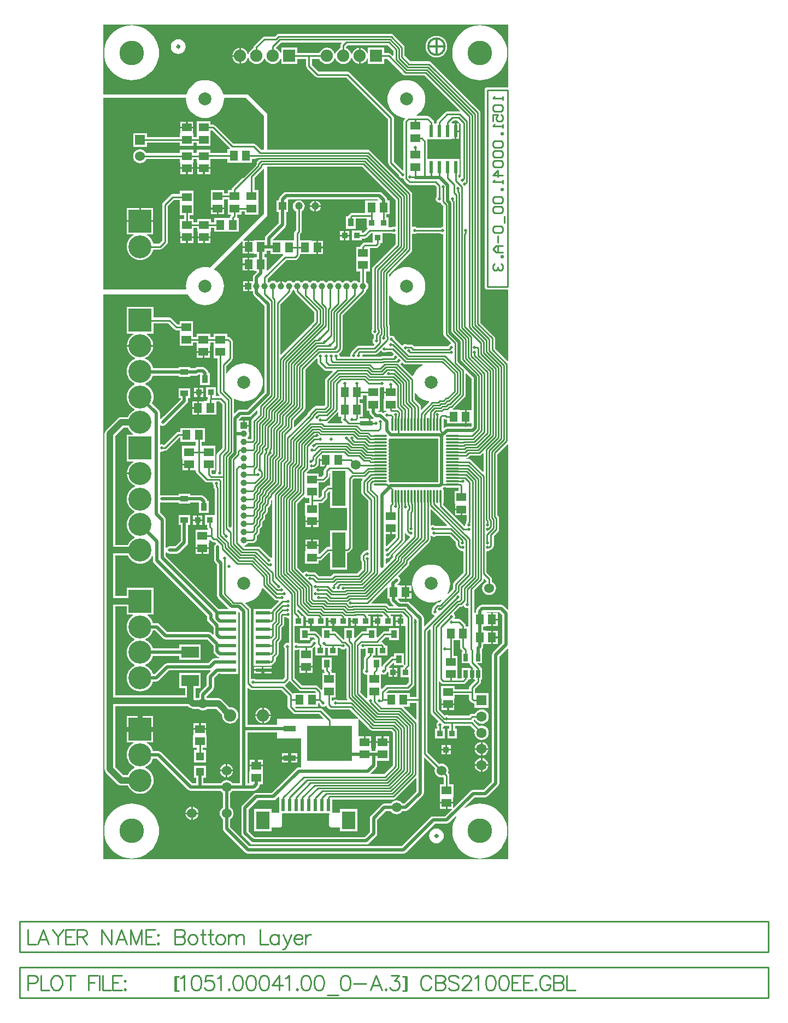
<source format=gbl>
G04 Layer_Physical_Order=2*
G04 Layer_Color=16711680*
%FSLAX24Y24*%
%MOIN*%
G70*
G01*
G75*
%ADD10C,0.0100*%
%ADD11C,0.0200*%
%ADD12C,0.0300*%
%ADD13R,0.1400X0.1400*%
%ADD14C,0.1400*%
%ADD15R,0.0394X0.0394*%
%ADD16C,0.0394*%
%ADD17C,0.0787*%
%ADD18R,0.0394X0.0394*%
%ADD19C,0.0600*%
%ADD20C,0.0750*%
%ADD21R,0.0750X0.0750*%
%ADD22R,0.0600X0.0600*%
%ADD23R,0.0472X0.0472*%
%ADD24C,0.0472*%
%ADD25C,0.1500*%
%ADD26R,0.0630X0.0630*%
%ADD27C,0.0630*%
%ADD28C,0.0200*%
%ADD29C,0.0180*%
%ADD30C,0.0120*%
%ADD31R,0.0480X0.0360*%
%ADD32R,0.0400X0.0315*%
%ADD33R,0.0512X0.0591*%
%ADD34R,0.0256X0.0453*%
%ADD35R,0.0591X0.0512*%
%ADD36R,0.0354X0.0374*%
%ADD37R,0.0354X0.0374*%
%ADD38R,0.0360X0.0500*%
%ADD39R,0.0360X0.0360*%
%ADD40R,0.0236X0.0748*%
%ADD41R,0.0827X0.1102*%
%ADD42R,0.0236X0.0728*%
%ADD43R,0.0748X0.0374*%
%ADD44R,0.2717X0.2165*%
%ADD45R,0.0500X0.0500*%
%ADD46R,0.0866X0.0217*%
%ADD47R,0.1063X0.0709*%
%ADD48R,0.0787X0.2165*%
%ADD49O,0.0118X0.0827*%
%ADD50O,0.0827X0.0118*%
%ADD51C,0.0400*%
G36*
X23347Y24914D02*
Y23826D01*
X23300Y23807D01*
X22583Y24524D01*
X22527Y24562D01*
X22461Y24575D01*
X22298D01*
X22293Y24625D01*
X22344Y24635D01*
X22400Y24673D01*
X22511Y24783D01*
X23079D01*
X23145Y24796D01*
X23201Y24834D01*
X23300Y24933D01*
X23347Y24914D01*
D02*
G37*
G36*
X17700Y25826D02*
X20576D01*
Y23174D01*
X17700D01*
X17621Y23159D01*
X17596Y23174D01*
X17577Y23192D01*
X17582Y23220D01*
X17568Y23290D01*
X17549Y23319D01*
X17568Y23347D01*
X17582Y23417D01*
X17568Y23487D01*
X17549Y23516D01*
X17568Y23544D01*
X17582Y23614D01*
X17568Y23684D01*
X17549Y23713D01*
X17568Y23741D01*
X17582Y23811D01*
X17568Y23881D01*
X17549Y23909D01*
X17568Y23938D01*
X17582Y24008D01*
X17568Y24078D01*
X17549Y24106D01*
X17568Y24135D01*
X17582Y24205D01*
X17568Y24275D01*
X17549Y24303D01*
X17568Y24332D01*
X17582Y24402D01*
X17568Y24471D01*
X17549Y24500D01*
X17568Y24529D01*
X17582Y24598D01*
X17568Y24668D01*
X17549Y24697D01*
X17568Y24725D01*
X17582Y24795D01*
X17568Y24865D01*
X17549Y24894D01*
X17568Y24922D01*
X17582Y24992D01*
X17568Y25062D01*
X17549Y25091D01*
X17568Y25119D01*
X17582Y25189D01*
X17568Y25259D01*
X17549Y25287D01*
X17568Y25316D01*
X17582Y25386D01*
X17568Y25456D01*
X17549Y25484D01*
X17568Y25513D01*
X17582Y25583D01*
X17568Y25653D01*
X17549Y25681D01*
X17568Y25710D01*
X17582Y25780D01*
X17577Y25808D01*
X17596Y25826D01*
X17621Y25841D01*
X17700Y25826D01*
D02*
G37*
G36*
X13380Y24599D02*
Y24560D01*
X13736D01*
Y24460D01*
X13380D01*
Y24115D01*
X13714D01*
X13733Y24069D01*
X13647Y23983D01*
X13610Y23926D01*
X13597Y23860D01*
Y23612D01*
X13481Y23496D01*
X13294D01*
Y23699D01*
X12574D01*
X12554Y23749D01*
X12713Y23907D01*
X12750Y23964D01*
X12800Y23956D01*
X12850Y23946D01*
X12936Y23963D01*
X12987Y23997D01*
X12990D01*
X13056Y24010D01*
X13113Y24047D01*
X13233Y24167D01*
X13270Y24224D01*
X13283Y24290D01*
X13283Y24290D01*
Y24568D01*
X13334Y24618D01*
X13380Y24599D01*
D02*
G37*
G36*
X9567Y27534D02*
Y27342D01*
X9227Y27003D01*
X9190Y26946D01*
X9177Y26880D01*
Y25795D01*
X9000D01*
X8960Y25848D01*
Y25896D01*
X9010Y25962D01*
X9042Y26039D01*
X9053Y26122D01*
X9042Y26204D01*
X9013Y26275D01*
X9031Y26325D01*
X9031D01*
Y26572D01*
X8734D01*
Y26622D01*
X8684D01*
Y26919D01*
X8437D01*
Y26919D01*
X8430Y26922D01*
X8418Y26981D01*
X8583Y27146D01*
X9020D01*
X9106Y27163D01*
X9179Y27211D01*
X9520Y27553D01*
X9567Y27534D01*
D02*
G37*
G36*
X4850Y25635D02*
X5801D01*
Y25428D01*
X5795Y25380D01*
X4965D01*
Y24654D01*
X4965Y24628D01*
X4985Y24586D01*
Y24578D01*
Y24306D01*
X5380D01*
Y24256D01*
X5430D01*
Y23900D01*
X5751D01*
X5775Y23900D01*
X5801Y23861D01*
Y23836D01*
X5814Y23770D01*
X5851Y23713D01*
X6357Y23207D01*
X6414Y23170D01*
X6480Y23157D01*
X6808D01*
X6839Y23118D01*
X6836Y23100D01*
X6853Y23014D01*
X6887Y22963D01*
Y22890D01*
X6900Y22824D01*
X6937Y22767D01*
X6957Y22748D01*
Y21149D01*
X6360D01*
Y20549D01*
X6487D01*
Y20440D01*
X6500Y20374D01*
X6537Y20318D01*
X6545Y20310D01*
X6524Y20260D01*
X5775D01*
Y19534D01*
X5775Y19508D01*
X5795Y19466D01*
Y19458D01*
Y19186D01*
X6585D01*
Y19466D01*
X6605Y19508D01*
X6605Y19534D01*
Y19639D01*
X6655Y19660D01*
X6757Y19557D01*
X6814Y19520D01*
X6880Y19507D01*
X6978D01*
X7024Y19460D01*
X7016Y19398D01*
X6971Y19369D01*
X6923Y19296D01*
X6906Y19210D01*
Y18900D01*
Y18430D01*
X6923Y18344D01*
X6971Y18271D01*
X7096Y18147D01*
Y16260D01*
X7113Y16174D01*
X7161Y16101D01*
X7788Y15474D01*
X7769Y15428D01*
X7273D01*
Y15424D01*
X7203D01*
X3964Y18663D01*
Y18872D01*
X4014Y18887D01*
X4031Y18861D01*
X4104Y18813D01*
X4190Y18796D01*
X4630D01*
X4716Y18813D01*
X4789Y18861D01*
X5259Y19331D01*
X5307Y19404D01*
X5324Y19490D01*
Y20555D01*
X5460D01*
Y21155D01*
X4740D01*
Y20555D01*
X4876D01*
Y19583D01*
X4537Y19244D01*
X4190D01*
X4104Y19227D01*
X4031Y19179D01*
X4014Y19153D01*
X3964Y19168D01*
Y20860D01*
X3947Y20946D01*
X3899Y21019D01*
X3604Y21313D01*
Y21915D01*
X3640Y21934D01*
X3654Y21937D01*
X3735Y21921D01*
X4740D01*
Y21845D01*
X5460D01*
Y21921D01*
X5980D01*
Y21279D01*
X6580D01*
Y22019D01*
X6500D01*
X6487Y22086D01*
X6439Y22159D01*
X6294Y22304D01*
X6221Y22352D01*
X6135Y22369D01*
X5460D01*
Y22445D01*
X4740D01*
Y22369D01*
X4035D01*
X4010Y22374D01*
X3985Y22369D01*
X3735D01*
X3654Y22353D01*
X3640Y22356D01*
X3604Y22375D01*
Y25008D01*
X3654Y25040D01*
X3718Y25028D01*
X3804Y25045D01*
X3851Y25077D01*
X3910D01*
X3976Y25090D01*
X4033Y25127D01*
X4782Y25877D01*
X4850D01*
Y25635D01*
D02*
G37*
G36*
X13995Y23716D02*
Y22952D01*
X13869D01*
X13869Y22952D01*
X13802Y22939D01*
X13746Y22901D01*
X13536Y22691D01*
X13498Y22635D01*
X13485Y22569D01*
Y22350D01*
X13367Y22232D01*
X13294D01*
Y22947D01*
Y23149D01*
X13553D01*
X13619Y23163D01*
X13675Y23200D01*
X13893Y23417D01*
X13930Y23474D01*
X13943Y23540D01*
Y23742D01*
X13945Y23743D01*
X13995Y23716D01*
D02*
G37*
G36*
X17750Y20000D02*
X17996D01*
Y19831D01*
X17424Y19259D01*
X17410Y19260D01*
X17374Y19289D01*
Y20000D01*
X17650D01*
Y20356D01*
X17750D01*
Y20000D01*
D02*
G37*
G36*
X24852Y25458D02*
Y15400D01*
X24806Y15381D01*
X24569Y15619D01*
X24496Y15667D01*
X24410Y15684D01*
X23260D01*
X23174Y15667D01*
X23101Y15619D01*
X22947Y15465D01*
X22899Y15392D01*
X22882Y15306D01*
Y15195D01*
X22773D01*
Y16578D01*
X23303Y17107D01*
X23340Y17164D01*
X23353Y17230D01*
Y17266D01*
X23400Y17285D01*
X23515Y17170D01*
Y17082D01*
X23477Y17066D01*
X23389Y16998D01*
X23322Y16911D01*
X23279Y16809D01*
X23265Y16699D01*
X23279Y16589D01*
X23322Y16487D01*
X23389Y16399D01*
X23477Y16332D01*
X23579Y16290D01*
X23688Y16275D01*
X23798Y16290D01*
X23900Y16332D01*
X23988Y16399D01*
X24055Y16487D01*
X24098Y16589D01*
X24112Y16699D01*
X24098Y16809D01*
X24055Y16911D01*
X23988Y16998D01*
X23900Y17066D01*
X23862Y17082D01*
Y17242D01*
X23849Y17308D01*
X23811Y17364D01*
X23523Y17652D01*
Y18926D01*
X23562Y18957D01*
X23570Y18956D01*
X23656Y18973D01*
X23709Y19009D01*
X23766Y19020D01*
X23823Y19057D01*
X23923Y19157D01*
X23960Y19214D01*
X23973Y19280D01*
Y19887D01*
X24253Y20166D01*
X24253Y20166D01*
X24290Y20222D01*
X24303Y20288D01*
Y20971D01*
X24290Y21038D01*
X24253Y21094D01*
X24203Y21143D01*
Y24874D01*
X24806Y25477D01*
X24852Y25458D01*
D02*
G37*
G36*
X1715Y26353D02*
X1817Y26229D01*
X1942Y26126D01*
X1952Y26121D01*
X1940Y26072D01*
X1580D01*
Y24432D01*
X1983D01*
X1995Y24384D01*
X1953Y24361D01*
X1832Y24262D01*
X1732Y24140D01*
X1657Y24001D01*
X1612Y23850D01*
X1601Y23743D01*
X2400D01*
Y23643D01*
X1601D01*
X1612Y23536D01*
X1657Y23385D01*
X1732Y23246D01*
X1832Y23125D01*
X1953Y23025D01*
X2092Y22950D01*
X2097Y22949D01*
Y22899D01*
X2085Y22895D01*
X1942Y22819D01*
X1817Y22717D01*
X1715Y22592D01*
X1639Y22449D01*
X1592Y22295D01*
X1576Y22134D01*
X1592Y21973D01*
X1639Y21819D01*
X1715Y21676D01*
X1817Y21551D01*
X1942Y21449D01*
X2068Y21382D01*
X2069Y21378D01*
Y21331D01*
X2068Y21327D01*
X1942Y21260D01*
X1817Y21158D01*
X1715Y21033D01*
X1639Y20890D01*
X1592Y20736D01*
X1576Y20575D01*
X1592Y20414D01*
X1639Y20260D01*
X1715Y20117D01*
X1817Y19992D01*
X1942Y19890D01*
X2068Y19823D01*
X2069Y19819D01*
Y19772D01*
X2068Y19768D01*
X1942Y19701D01*
X1817Y19599D01*
X1715Y19474D01*
X1643Y19339D01*
X873D01*
Y25976D01*
X1385Y26488D01*
X1643D01*
X1715Y26353D01*
D02*
G37*
G36*
X21115Y20550D02*
X21096Y20503D01*
X20377D01*
X20326Y20537D01*
X20240Y20554D01*
X20162Y20539D01*
X20112Y20564D01*
Y21487D01*
X20159Y21506D01*
X21115Y20550D01*
D02*
G37*
G36*
X21100Y22841D02*
X21809D01*
X21827Y22827D01*
Y22630D01*
X21585D01*
Y21878D01*
X21585D01*
X21605Y21862D01*
Y21556D01*
X22000D01*
Y21506D01*
X22050D01*
Y21150D01*
X22327D01*
Y20821D01*
X22290Y20766D01*
X22277Y20700D01*
Y20687D01*
X22243Y20636D01*
X22226Y20550D01*
X22233Y20513D01*
X22187Y20488D01*
X20900Y21775D01*
Y21895D01*
X20909Y21941D01*
Y22650D01*
X20895Y22719D01*
X20855Y22779D01*
X20885Y22818D01*
X20918Y22850D01*
X21054D01*
X21100Y22841D01*
D02*
G37*
G36*
X24852Y47282D02*
X24830Y47263D01*
X23580D01*
X23514Y47250D01*
X23457Y47213D01*
X23420Y47156D01*
X23407Y47090D01*
Y35090D01*
X23420Y35024D01*
X23457Y34967D01*
X23514Y34930D01*
X23580Y34917D01*
X24830D01*
X24852Y34898D01*
Y30588D01*
X24806Y30569D01*
X24043Y31332D01*
Y31952D01*
X24030Y32018D01*
X23993Y32074D01*
X23163Y32903D01*
Y45710D01*
X23163Y45710D01*
X23150Y45776D01*
X23113Y45833D01*
X20153Y48793D01*
X20096Y48830D01*
X20030Y48843D01*
X18873D01*
X18533Y49183D01*
Y49701D01*
X18520Y49767D01*
X18483Y49823D01*
X17833Y50473D01*
X17777Y50510D01*
X17711Y50523D01*
X10850D01*
X10783Y50510D01*
X10727Y50473D01*
X10608Y50353D01*
X9970D01*
X9904Y50340D01*
X9847Y50303D01*
X9377Y49833D01*
X9340Y49776D01*
X9327Y49710D01*
Y49644D01*
X9250Y49612D01*
X9147Y49533D01*
X9068Y49430D01*
X9018Y49309D01*
X9015Y49289D01*
X8965D01*
X8963Y49304D01*
X8915Y49420D01*
X8839Y49519D01*
X8740Y49595D01*
X8624Y49643D01*
X8550Y49653D01*
Y49180D01*
Y48707D01*
X8624Y48717D01*
X8740Y48765D01*
X8839Y48841D01*
X8915Y48940D01*
X8963Y49056D01*
X8965Y49071D01*
X9015D01*
X9018Y49051D01*
X9068Y48930D01*
X9147Y48827D01*
X9250Y48748D01*
X9371Y48698D01*
X9500Y48681D01*
X9629Y48698D01*
X9750Y48748D01*
X9853Y48827D01*
X9932Y48930D01*
X9973Y49028D01*
X10027D01*
X10068Y48930D01*
X10147Y48827D01*
X10250Y48748D01*
X10371Y48698D01*
X10500Y48681D01*
X10629Y48698D01*
X10750Y48748D01*
X10853Y48827D01*
X10932Y48930D01*
X10955Y48985D01*
X11005Y48975D01*
Y48685D01*
X11995D01*
Y49007D01*
X12527D01*
Y48560D01*
X12540Y48494D01*
X12577Y48437D01*
X13097Y47917D01*
X13154Y47880D01*
X13220Y47867D01*
X14988D01*
X17527Y45328D01*
Y42650D01*
X17540Y42584D01*
X17577Y42527D01*
X18191Y41914D01*
X18203Y41854D01*
X18251Y41781D01*
X18324Y41733D01*
X18410Y41716D01*
X18415Y41717D01*
X18460Y41675D01*
X18470Y41624D01*
X18507Y41567D01*
X18717Y41357D01*
X18774Y41320D01*
X18840Y41307D01*
X20358D01*
X20477Y41188D01*
Y40587D01*
X20443Y40536D01*
X20426Y40450D01*
X20443Y40364D01*
X20491Y40291D01*
X20564Y40243D01*
X20650Y40226D01*
X20703Y40236D01*
X20715Y40229D01*
X20752Y40172D01*
X20897Y40028D01*
Y38784D01*
X20858Y38753D01*
X20850Y38754D01*
X20764Y38737D01*
X20713Y38703D01*
X19292D01*
X19226Y38747D01*
X19140Y38764D01*
X19054Y38747D01*
X19047Y38743D01*
X19003Y38766D01*
Y40752D01*
X19003Y40752D01*
X18990Y40818D01*
X18953Y40874D01*
X18953Y40874D01*
X16434Y43393D01*
X16378Y43430D01*
X16312Y43443D01*
X10148D01*
Y45650D01*
X8978Y46820D01*
X7480D01*
X7459Y46906D01*
X7390Y47074D01*
X7295Y47229D01*
X7177Y47367D01*
X7039Y47485D01*
X6884Y47580D01*
X6716Y47650D01*
X6539Y47692D01*
X6358Y47706D01*
X6177Y47692D01*
X6000Y47650D01*
X5833Y47580D01*
X5678Y47485D01*
X5540Y47367D01*
X5422Y47229D01*
X5327Y47074D01*
X5257Y46906D01*
X5236Y46820D01*
X4558D01*
X148Y46820D01*
Y51102D01*
X24852D01*
Y47282D01*
D02*
G37*
G36*
X18477Y30397D02*
X18533Y30360D01*
X18600Y30347D01*
X18600Y30347D01*
X19618D01*
X19628Y30298D01*
X19622Y30295D01*
X19467Y30200D01*
X19329Y30082D01*
X19211Y29944D01*
X19116Y29789D01*
X19061Y29658D01*
X19002Y29646D01*
X18300Y30348D01*
X18310Y30409D01*
X18359Y30441D01*
X18367Y30453D01*
X18416Y30458D01*
X18477Y30397D01*
D02*
G37*
G36*
X17814Y38333D02*
X17900Y38316D01*
X17938Y38323D01*
X17977Y38292D01*
Y37702D01*
X16607Y36333D01*
X16570Y36276D01*
X16557Y36210D01*
Y32507D01*
X16523Y32456D01*
X16506Y32370D01*
X16523Y32284D01*
X16571Y32211D01*
X16644Y32163D01*
X16645Y32163D01*
X16641Y32144D01*
Y31934D01*
X16603Y31876D01*
X16586Y31790D01*
X16603Y31704D01*
X16651Y31631D01*
X16687Y31607D01*
X16692Y31558D01*
X16618Y31483D01*
X15710D01*
X15644Y31470D01*
X15587Y31433D01*
X15307Y31153D01*
X15270Y31096D01*
X15257Y31030D01*
Y31027D01*
X15223Y30976D01*
X15206Y30890D01*
X15210Y30868D01*
X15178Y30829D01*
X14591D01*
X14574Y30850D01*
X14557Y30936D01*
X14521Y30990D01*
X14533Y30997D01*
X14693Y31157D01*
X14730Y31214D01*
X14743Y31280D01*
Y33338D01*
X16123Y34717D01*
X16123Y34717D01*
X16160Y34774D01*
X16173Y34840D01*
X16173Y34840D01*
Y34869D01*
X16226Y34909D01*
X16277Y34975D01*
X16309Y35052D01*
X16320Y35135D01*
X16309Y35218D01*
X16277Y35295D01*
X16226Y35361D01*
X16173Y35401D01*
Y36040D01*
X16415D01*
Y36788D01*
Y37457D01*
X16800D01*
X16866Y37470D01*
X16923Y37507D01*
X17003Y37587D01*
X17040Y37644D01*
X17053Y37710D01*
Y37770D01*
X17177D01*
Y38367D01*
X17763D01*
X17814Y38333D01*
D02*
G37*
G36*
X11783Y34902D02*
X11827Y34869D01*
Y34830D01*
X11840Y34764D01*
X11877Y34707D01*
X13027Y33558D01*
Y33002D01*
X10990Y30965D01*
X10943Y30984D01*
Y34008D01*
X11623Y34687D01*
X11660Y34744D01*
X11673Y34810D01*
Y34869D01*
X11717Y34902D01*
X11750Y34906D01*
X11783Y34902D01*
D02*
G37*
G36*
X17116Y31180D02*
X17141Y31141D01*
X17214Y31093D01*
X17300Y31076D01*
X17386Y31093D01*
X17437Y31127D01*
X17748D01*
X17858Y31016D01*
X17853Y30967D01*
X17841Y30959D01*
X17793Y30886D01*
X17790Y30873D01*
X17187D01*
X17187Y30873D01*
X17121Y30860D01*
X17075Y30829D01*
X15970D01*
X15938Y30868D01*
X15944Y30900D01*
X15939Y30928D01*
X15970Y30967D01*
X16760D01*
X16826Y30980D01*
X16883Y31017D01*
X17051Y31186D01*
X17116Y31180D01*
D02*
G37*
G36*
X17275Y28943D02*
Y28694D01*
X17670D01*
Y28594D01*
X17275D01*
Y28288D01*
X17255Y28272D01*
X17255D01*
Y27520D01*
X17424D01*
X17429Y27470D01*
X17364Y27457D01*
X17291Y27409D01*
X17280Y27392D01*
X17230Y27387D01*
X17219Y27399D01*
X17146Y27447D01*
X17060Y27464D01*
X16939D01*
X16935Y27470D01*
X16962Y27520D01*
X17035D01*
Y28268D01*
Y28937D01*
X17085Y28969D01*
X17150Y28956D01*
X17225Y28971D01*
X17275Y28943D01*
D02*
G37*
G36*
X16205Y28268D02*
Y27520D01*
X16396D01*
Y27420D01*
X16413Y27334D01*
X16461Y27261D01*
X16641Y27081D01*
X16651Y27075D01*
X16636Y27025D01*
X16448D01*
Y26768D01*
X16348D01*
Y27025D01*
X16324D01*
Y27045D01*
X15821D01*
X15797Y27074D01*
Y27165D01*
X16000D01*
Y27995D01*
X15797D01*
Y28235D01*
X16000D01*
Y28471D01*
X16205D01*
Y28268D01*
D02*
G37*
G36*
X13207Y30698D02*
Y30500D01*
X13220Y30434D01*
X13257Y30377D01*
X13611Y30023D01*
X13668Y29986D01*
X13734Y29973D01*
X14131D01*
X14150Y29926D01*
X13737Y29514D01*
X13700Y29458D01*
X13687Y29391D01*
Y27883D01*
X13617Y27813D01*
X13128D01*
X13062Y27800D01*
X13006Y27763D01*
X12667Y27424D01*
X12630Y27368D01*
X12617Y27305D01*
X11833Y26521D01*
X11783Y26542D01*
Y26932D01*
X12423Y27572D01*
X12460Y27628D01*
X12473Y27694D01*
Y30035D01*
X13157Y30718D01*
X13207Y30698D01*
D02*
G37*
G36*
X14500Y27414D02*
Y27165D01*
X14659D01*
X14685Y27115D01*
X14669Y27090D01*
X14652Y27004D01*
X14669Y26918D01*
X14717Y26845D01*
X14750Y26823D01*
X14735Y26773D01*
X13842D01*
X13826Y26823D01*
X13863Y26847D01*
X14450Y27435D01*
X14500Y27414D01*
D02*
G37*
G36*
X19211Y28583D02*
X19329Y28445D01*
X19467Y28327D01*
X19622Y28232D01*
X19790Y28162D01*
X19966Y28120D01*
X20014Y28116D01*
X20032Y28069D01*
X19568Y27605D01*
X19522Y27625D01*
Y27773D01*
X19509Y27840D01*
X19471Y27896D01*
X19143Y28223D01*
Y28601D01*
X19191Y28614D01*
X19211Y28583D01*
D02*
G37*
G36*
X22616Y29482D02*
Y27603D01*
X22610Y27555D01*
X22566Y27555D01*
X22304D01*
Y27160D01*
Y26765D01*
X22610Y26765D01*
X22616Y26717D01*
Y26583D01*
X22577Y26544D01*
X21120D01*
X21034Y26527D01*
X20961Y26479D01*
X20955Y26472D01*
X20909Y26491D01*
Y27031D01*
X20959Y27046D01*
X20967Y27037D01*
X21024Y27000D01*
X21090Y26987D01*
X21130D01*
Y26745D01*
X21856D01*
X21882Y26745D01*
X21924Y26765D01*
X21932D01*
X22204D01*
Y27160D01*
Y27555D01*
X21924D01*
X21882Y27575D01*
X21856Y27575D01*
X21475D01*
X21459Y27625D01*
X21493Y27647D01*
X22203Y28357D01*
X22240Y28414D01*
X22253Y28480D01*
X22253Y28480D01*
Y29779D01*
X22300Y29798D01*
X22616Y29482D01*
D02*
G37*
G36*
X15966Y23330D02*
X15944Y23308D01*
X15906Y23252D01*
X15893Y23186D01*
Y22537D01*
X15906Y22471D01*
X15944Y22414D01*
X16327Y22031D01*
Y19048D01*
X16288Y19017D01*
X16250Y19024D01*
X16164Y19007D01*
X16098Y18963D01*
X16084Y18960D01*
X16027Y18923D01*
X15907Y18803D01*
X15870Y18746D01*
X15857Y18680D01*
Y18409D01*
X15870Y18343D01*
X15907Y18287D01*
Y17874D01*
X15636Y17603D01*
X14290D01*
X14224Y17590D01*
X14167Y17553D01*
X14038Y17423D01*
X13322D01*
X13123Y17623D01*
X13066Y17660D01*
X13000Y17673D01*
X12687D01*
X12636Y17707D01*
X12550Y17724D01*
X12464Y17707D01*
X12391Y17659D01*
X12376Y17636D01*
X12327Y17631D01*
X12003Y17955D01*
Y21873D01*
X12417Y22286D01*
X12463Y22267D01*
Y22199D01*
X12705D01*
Y21899D01*
X12463D01*
Y21172D01*
X12463Y21147D01*
X12483Y21105D01*
Y21097D01*
Y20825D01*
X13274D01*
Y21105D01*
X13294Y21147D01*
X13294Y21172D01*
Y21885D01*
X13439D01*
X13505Y21898D01*
X13561Y21936D01*
X13781Y22156D01*
X13819Y22212D01*
X13832Y22279D01*
Y22497D01*
X13940Y22605D01*
X13995D01*
Y21576D01*
X15007D01*
Y20241D01*
X13995D01*
Y19212D01*
X13839D01*
X13772Y19199D01*
X13716Y19161D01*
X13340Y18785D01*
X13294Y18804D01*
X13294Y18941D01*
X13274Y18982D01*
Y18991D01*
Y19263D01*
X12879D01*
X12483D01*
Y18982D01*
X12463Y18941D01*
X12463Y18915D01*
Y18189D01*
X13294D01*
Y18391D01*
X13365D01*
X13431Y18404D01*
X13487Y18442D01*
X13910Y18865D01*
X13995D01*
Y17836D01*
X15022D01*
Y18865D01*
X15049D01*
X15115Y18878D01*
X15171Y18916D01*
X15303Y19047D01*
X15340Y19104D01*
X15353Y19170D01*
Y23308D01*
X15422Y23377D01*
X15947D01*
X15966Y23330D01*
D02*
G37*
G36*
X11545Y11010D02*
X12077Y10477D01*
X12134Y10440D01*
X12200Y10427D01*
X13038D01*
X13123Y10341D01*
X13104Y10295D01*
X11760D01*
Y10282D01*
X11752Y10277D01*
X11710Y10266D01*
X11693Y10293D01*
X11693Y10293D01*
X11245Y10741D01*
X11243Y10751D01*
X11254Y10802D01*
X11293Y10827D01*
X11479Y11014D01*
X11534Y11017D01*
X11545Y11010D01*
D02*
G37*
G36*
X19256Y14757D02*
Y12990D01*
Y10053D01*
X18840D01*
Y10295D01*
X17446D01*
X17427Y10341D01*
X17542Y10457D01*
X18720D01*
X18786Y10470D01*
X18843Y10507D01*
X19083Y10747D01*
X19120Y10804D01*
X19133Y10870D01*
Y14814D01*
X19180Y14833D01*
X19256Y14757D01*
D02*
G37*
G36*
X17890Y12134D02*
Y11989D01*
X18453D01*
X18474Y11939D01*
X18447Y11912D01*
X18411Y11859D01*
X18270D01*
Y11259D01*
X18787D01*
Y10942D01*
X18648Y10803D01*
X17470D01*
X17404Y10790D01*
X17347Y10753D01*
X17141Y10547D01*
X17095Y10566D01*
Y10768D01*
Y11425D01*
X17145Y11452D01*
X17174Y11433D01*
X17260Y11416D01*
X17346Y11433D01*
X17419Y11481D01*
X17467Y11554D01*
X17473Y11583D01*
X17490Y11594D01*
X17540Y11567D01*
Y11279D01*
X17770D01*
Y11559D01*
Y11839D01*
X17595D01*
X17574Y11889D01*
X17840Y12155D01*
X17890Y12134D01*
D02*
G37*
G36*
X3801Y13631D02*
X3874Y13583D01*
X3960Y13566D01*
X6497D01*
X6876Y13187D01*
Y12850D01*
X6893Y12764D01*
X6941Y12691D01*
X7091Y12541D01*
X7164Y12493D01*
X7212Y12483D01*
X7232Y12435D01*
X7224Y12424D01*
X6950D01*
X6864Y12407D01*
X6791Y12359D01*
X6557Y12124D01*
X4060D01*
X3974Y12107D01*
X3901Y12059D01*
X3288Y11445D01*
X3189D01*
X3161Y11536D01*
X3085Y11678D01*
X2983Y11803D01*
X2858Y11906D01*
X2732Y11973D01*
X2731Y11977D01*
Y12023D01*
X2732Y12027D01*
X2858Y12094D01*
X2983Y12197D01*
X3085Y12322D01*
X3161Y12464D01*
X3191Y12564D01*
X4798D01*
Y12314D01*
X6101D01*
Y13263D01*
X4798D01*
Y13012D01*
X3186D01*
X3161Y13095D01*
X3085Y13237D01*
X2983Y13362D01*
X2858Y13465D01*
X2732Y13532D01*
X2731Y13536D01*
Y13582D01*
X2732Y13586D01*
X2858Y13653D01*
X2983Y13756D01*
X3085Y13881D01*
X3161Y14023D01*
X3189Y14114D01*
X3319D01*
X3801Y13631D01*
D02*
G37*
G36*
X8496Y15187D02*
Y10950D01*
Y8140D01*
Y4784D01*
X8027D01*
X7970Y4860D01*
X7882Y4927D01*
X7780Y4969D01*
X7670Y4984D01*
X7560Y4969D01*
X7458Y4927D01*
X7370Y4860D01*
X7313Y4784D01*
X6264D01*
Y5130D01*
X6410D01*
Y5870D01*
X5670D01*
Y5130D01*
X5816D01*
Y4784D01*
X5573D01*
X3671Y6686D01*
X3598Y6735D01*
X3512Y6752D01*
X3189D01*
X3161Y6843D01*
X3085Y6985D01*
X2983Y7110D01*
X2858Y7213D01*
X2810Y7238D01*
X2822Y7287D01*
X3200D01*
Y8037D01*
X2400D01*
X1600D01*
Y7287D01*
X1978D01*
X1990Y7238D01*
X1942Y7213D01*
X1817Y7110D01*
X1715Y6985D01*
X1639Y6843D01*
X1592Y6688D01*
X1576Y6528D01*
X1592Y6367D01*
X1639Y6212D01*
X1715Y6070D01*
X1817Y5945D01*
X1942Y5842D01*
X2068Y5775D01*
X2069Y5771D01*
Y5725D01*
X2068Y5721D01*
X1942Y5654D01*
X1817Y5551D01*
X1715Y5426D01*
X1643Y5291D01*
X1375D01*
X873Y5794D01*
Y9507D01*
X5326D01*
X5403Y9431D01*
X5470Y9379D01*
X5548Y9347D01*
X5631Y9336D01*
X5959D01*
X6017Y9292D01*
X6119Y9250D01*
X6228Y9235D01*
X6338Y9250D01*
X6440Y9292D01*
X6498Y9336D01*
X7037D01*
X7406Y8968D01*
X7401Y8930D01*
X7418Y8801D01*
X7468Y8680D01*
X7547Y8577D01*
X7650Y8498D01*
X7771Y8448D01*
X7900Y8431D01*
X8029Y8448D01*
X8150Y8498D01*
X8253Y8577D01*
X8332Y8680D01*
X8382Y8801D01*
X8399Y8930D01*
X8382Y9059D01*
X8332Y9180D01*
X8253Y9283D01*
X8150Y9362D01*
X8029Y9412D01*
X7900Y9429D01*
X7862Y9424D01*
X7399Y9887D01*
X7332Y9938D01*
X7255Y9971D01*
X7171Y9982D01*
X6498D01*
X6453Y10016D01*
Y10106D01*
X6839Y10491D01*
X6887Y10564D01*
X6904Y10650D01*
Y11207D01*
X7173Y11476D01*
X7273D01*
Y11472D01*
X8379D01*
Y11928D01*
X8379D01*
Y11972D01*
X8379D01*
Y12428D01*
X8379D01*
Y12472D01*
X8379D01*
Y12922D01*
X8379Y12928D01*
X8379D01*
Y12972D01*
X8379D01*
Y13428D01*
X8379D01*
Y13472D01*
X8379D01*
Y13922D01*
X8379Y13928D01*
X8379D01*
Y13972D01*
X8379D01*
Y14422D01*
X8379Y14428D01*
X8379D01*
Y14472D01*
X8379D01*
Y14922D01*
X8379Y14928D01*
X8379D01*
Y14972D01*
X8379D01*
Y15238D01*
X8426Y15257D01*
X8496Y15187D01*
D02*
G37*
G36*
X1580Y15078D02*
X1940D01*
X1952Y15029D01*
X1942Y15024D01*
X1817Y14921D01*
X1715Y14796D01*
X1639Y14654D01*
X1592Y14499D01*
X1576Y14339D01*
X1592Y14178D01*
X1639Y14023D01*
X1715Y13881D01*
X1817Y13756D01*
X1942Y13653D01*
X2068Y13586D01*
X2069Y13582D01*
Y13536D01*
X2068Y13532D01*
X1942Y13465D01*
X1817Y13362D01*
X1715Y13237D01*
X1639Y13095D01*
X1592Y12940D01*
X1576Y12780D01*
X1592Y12619D01*
X1639Y12464D01*
X1715Y12322D01*
X1817Y12197D01*
X1942Y12094D01*
X2068Y12027D01*
X2069Y12023D01*
Y11977D01*
X2068Y11973D01*
X1942Y11906D01*
X1817Y11803D01*
X1715Y11678D01*
X1639Y11536D01*
X1592Y11381D01*
X1576Y11220D01*
X1592Y11060D01*
X1639Y10905D01*
X1715Y10763D01*
X1817Y10638D01*
X1942Y10535D01*
X2085Y10459D01*
X2239Y10412D01*
X2400Y10396D01*
X2561Y10412D01*
X2715Y10459D01*
X2858Y10535D01*
X2983Y10638D01*
X3085Y10763D01*
X3161Y10905D01*
X3189Y10996D01*
X3380D01*
X3466Y11013D01*
X3539Y11062D01*
X4153Y11676D01*
X6650D01*
X6672Y11680D01*
X6697Y11634D01*
X6521Y11459D01*
X6473Y11386D01*
X6456Y11300D01*
Y10743D01*
X6070Y10357D01*
X6021Y10284D01*
X6004Y10198D01*
Y10016D01*
X5959Y9982D01*
X5783D01*
Y10582D01*
X6101D01*
Y11530D01*
X4798D01*
Y10582D01*
X5137D01*
Y10153D01*
X873D01*
Y15575D01*
X1580D01*
Y15078D01*
D02*
G37*
G36*
X16427Y8047D02*
X16483Y8010D01*
X16550Y7997D01*
X17715D01*
X17817Y7895D01*
Y5882D01*
X17278Y5343D01*
X16467D01*
X16451Y5393D01*
X16799Y5741D01*
X16847Y5814D01*
X16864Y5900D01*
Y6170D01*
X17595D01*
Y6896D01*
X17595Y6922D01*
X17575Y6964D01*
Y6972D01*
Y7244D01*
X16785D01*
Y6964D01*
X16765Y6922D01*
X16765Y6896D01*
Y6770D01*
X16505D01*
Y6922D01*
X16505D01*
X16485Y6938D01*
Y7244D01*
X16090D01*
Y7294D01*
X16040D01*
Y7650D01*
X15727D01*
Y8677D01*
X15777Y8698D01*
X16427Y8047D01*
D02*
G37*
G36*
X19256Y5082D02*
Y4293D01*
X18506Y3543D01*
X18398D01*
X18341Y3618D01*
X18253Y3685D01*
X18151Y3728D01*
X18041Y3742D01*
X17931Y3728D01*
X17829Y3685D01*
X17742Y3618D01*
X17684Y3543D01*
X17298D01*
X17213Y3526D01*
X17140Y3477D01*
X16481Y2819D01*
X16433Y2746D01*
X16416Y2660D01*
Y1813D01*
X16107Y1504D01*
X9373D01*
X9024Y1853D01*
Y3207D01*
X9573Y3756D01*
X10530D01*
X10616Y3773D01*
X10689Y3821D01*
X10841Y3974D01*
X10884Y3946D01*
Y2975D01*
X10415D01*
Y3209D01*
X9348D01*
Y1866D01*
X10415D01*
Y2100D01*
X10945D01*
X10992Y2109D01*
X11031Y2136D01*
X11058Y2176D01*
X11067Y2222D01*
Y2852D01*
X11058Y2899D01*
X11045Y2919D01*
X11070Y2969D01*
X13930D01*
X13955Y2919D01*
X13942Y2899D01*
X13933Y2852D01*
Y2222D01*
X13942Y2176D01*
X13969Y2136D01*
X14008Y2109D01*
X14055Y2100D01*
X14585D01*
Y1866D01*
X15651D01*
Y3209D01*
X14585D01*
Y2975D01*
X14116D01*
Y3807D01*
X17843D01*
X17909Y3820D01*
X17965Y3857D01*
X19210Y5101D01*
X19256Y5082D01*
D02*
G37*
G36*
Y8695D02*
X19210Y8676D01*
X18467Y9419D01*
X18486Y9465D01*
X18840D01*
Y9707D01*
X19256D01*
Y8695D01*
D02*
G37*
G36*
X13347Y9650D02*
X13359Y9590D01*
X13407Y9517D01*
X13480Y9469D01*
X13566Y9451D01*
X13652Y9469D01*
X13712Y9509D01*
X13739Y9511D01*
X13772Y9499D01*
X13799Y9457D01*
X13929Y9327D01*
X13986Y9290D01*
X14052Y9277D01*
X15198D01*
X15712Y8763D01*
X15691Y8713D01*
X14105D01*
X14091Y8734D01*
X13513Y9313D01*
X13456Y9350D01*
X13390Y9363D01*
X11922D01*
X11867Y9419D01*
X11886Y9465D01*
X13260D01*
Y9666D01*
X13310Y9686D01*
X13347Y9650D01*
D02*
G37*
G36*
X9087Y10527D02*
X9144Y10490D01*
X9210Y10477D01*
X11018D01*
X11397Y10098D01*
Y9870D01*
Y9470D01*
X11410Y9404D01*
X11447Y9347D01*
X11727Y9067D01*
X11784Y9030D01*
X11850Y9017D01*
X13318D01*
X13576Y8759D01*
X13557Y8713D01*
X12301D01*
Y8715D01*
X10753D01*
Y8352D01*
X8944D01*
Y10605D01*
X8990Y10624D01*
X9087Y10527D01*
D02*
G37*
G36*
X17470Y16710D02*
Y16045D01*
X17622D01*
Y15974D01*
X17639Y15888D01*
X17687Y15815D01*
X17859Y15644D01*
X17840Y15597D01*
X17609D01*
X17483Y15723D01*
X17427Y15760D01*
X17361Y15773D01*
X16534D01*
X16515Y15820D01*
X17424Y16729D01*
X17470Y16710D01*
D02*
G37*
G36*
X24496Y15057D02*
Y13343D01*
X23921Y12769D01*
X23873Y12696D01*
X23856Y12610D01*
Y4893D01*
X23347Y4384D01*
X22710D01*
X22624Y4367D01*
X22551Y4319D01*
X21531Y3299D01*
X21485Y3318D01*
Y3546D01*
X21140D01*
Y3240D01*
X21408D01*
X21427Y3194D01*
X21007Y2774D01*
X20280D01*
X20194Y2757D01*
X20121Y2709D01*
X18367Y954D01*
X9063D01*
X7895Y2122D01*
Y2601D01*
X7971Y2659D01*
X8038Y2747D01*
X8080Y2849D01*
X8095Y2958D01*
X8080Y3068D01*
X8038Y3170D01*
X7971Y3258D01*
X7895Y3316D01*
Y4204D01*
X7970Y4260D01*
X8027Y4336D01*
X9330D01*
X9416Y4353D01*
X9489Y4401D01*
X9639Y4551D01*
X9687Y4624D01*
X9704Y4710D01*
Y4740D01*
X9895D01*
Y5466D01*
X9895Y5492D01*
X9875Y5534D01*
Y5542D01*
Y5814D01*
X9085D01*
Y5534D01*
X9065Y5492D01*
X9065Y5466D01*
Y4784D01*
X8944D01*
Y7903D01*
X10753D01*
Y7541D01*
X12210D01*
Y5764D01*
X12090D01*
X12004Y5747D01*
X11931Y5699D01*
X10437Y4204D01*
X9480D01*
X9394Y4187D01*
X9321Y4139D01*
X8641Y3459D01*
X8593Y3386D01*
X8576Y3300D01*
Y1760D01*
X8593Y1674D01*
X8641Y1601D01*
X9121Y1121D01*
X9194Y1073D01*
X9280Y1056D01*
X16200D01*
X16286Y1073D01*
X16359Y1121D01*
X16799Y1561D01*
X16847Y1634D01*
X16864Y1720D01*
Y2567D01*
X17391Y3094D01*
X17684D01*
X17742Y3019D01*
X17829Y2952D01*
X17931Y2909D01*
X18041Y2895D01*
X18151Y2909D01*
X18253Y2952D01*
X18341Y3019D01*
X18398Y3094D01*
X18598D01*
X18684Y3111D01*
X18757Y3160D01*
X19639Y4041D01*
X19687Y4114D01*
X19704Y4200D01*
Y6343D01*
X19750Y6362D01*
X20395Y5717D01*
X20379Y5679D01*
X20365Y5569D01*
X20379Y5459D01*
X20422Y5357D01*
X20489Y5269D01*
X20577Y5202D01*
X20679Y5160D01*
X20788Y5145D01*
X20867Y5156D01*
X20917Y5117D01*
Y4720D01*
X20675D01*
Y3968D01*
X20675D01*
X20695Y3952D01*
Y3646D01*
X21485D01*
Y3926D01*
X21505Y3968D01*
X21505Y3968D01*
X21505Y3968D01*
Y4720D01*
X21263D01*
Y5267D01*
X21250Y5334D01*
X21213Y5390D01*
X21182Y5421D01*
X21198Y5459D01*
X21212Y5569D01*
X21198Y5679D01*
X21155Y5781D01*
X21088Y5868D01*
X21000Y5936D01*
X20898Y5978D01*
X20788Y5993D01*
X20679Y5978D01*
X20640Y5962D01*
X19923Y6679D01*
Y14048D01*
X20060Y14185D01*
X20107Y14166D01*
Y9150D01*
X20120Y9083D01*
X20157Y9027D01*
X20586Y8599D01*
X20580Y8534D01*
X20541Y8509D01*
X20493Y8436D01*
X20476Y8350D01*
X20493Y8264D01*
X20513Y8234D01*
Y8129D01*
X20389D01*
Y7515D01*
X20983D01*
Y8129D01*
X20859D01*
Y8192D01*
X20907Y8264D01*
X20917Y8313D01*
X20950Y8307D01*
X21261D01*
Y8129D01*
X21137D01*
Y7515D01*
X21731D01*
Y8129D01*
X21607D01*
Y8307D01*
X22164D01*
X22194Y8301D01*
X22224Y8307D01*
X22551D01*
X22824Y8034D01*
X22805Y7988D01*
X22790Y7874D01*
X22805Y7760D01*
X22848Y7655D01*
X22918Y7564D01*
X23009Y7494D01*
X23115Y7450D01*
X23228Y7435D01*
X23342Y7450D01*
X23448Y7494D01*
X23539Y7564D01*
X23608Y7655D01*
X23652Y7760D01*
X23667Y7874D01*
X23652Y7988D01*
X23608Y8093D01*
X23539Y8184D01*
X23448Y8254D01*
X23342Y8298D01*
X23228Y8313D01*
X23115Y8298D01*
X23069Y8279D01*
X22745Y8603D01*
X22746Y8657D01*
X22771Y8685D01*
X22829D01*
X22848Y8639D01*
X22918Y8548D01*
X23009Y8478D01*
X23115Y8435D01*
X23228Y8420D01*
X23342Y8435D01*
X23448Y8478D01*
X23539Y8548D01*
X23608Y8639D01*
X23652Y8745D01*
X23667Y8858D01*
X23652Y8972D01*
X23608Y9078D01*
X23539Y9168D01*
X23448Y9238D01*
X23342Y9282D01*
X23228Y9297D01*
X23115Y9282D01*
X23009Y9238D01*
X22918Y9168D01*
X22848Y9078D01*
X22829Y9032D01*
X22658D01*
X22592Y9018D01*
X22536Y8981D01*
X22468Y8913D01*
X21227D01*
X21176Y8947D01*
X21090Y8964D01*
X21004Y8947D01*
X20982Y8933D01*
X20623Y9292D01*
Y10981D01*
X20673Y11002D01*
X20777Y10897D01*
X20834Y10860D01*
X20900Y10847D01*
X22110D01*
X22176Y10860D01*
X22233Y10897D01*
X22389Y11053D01*
X22426Y11110D01*
X22429Y11122D01*
X22514D01*
Y11142D01*
X22590D01*
Y11468D01*
Y11794D01*
X22514D01*
Y11814D01*
X22018D01*
Y11193D01*
X21765D01*
Y11818D01*
Y12570D01*
X21523D01*
Y12990D01*
Y13515D01*
X21921D01*
Y13096D01*
X21934Y13030D01*
X21971Y12973D01*
X22077Y12868D01*
X22056Y12818D01*
X22018D01*
Y12126D01*
X22474D01*
X22480Y12094D01*
X22517Y12037D01*
X22714Y11841D01*
X22695Y11794D01*
X22690D01*
Y11468D01*
Y11142D01*
X22766D01*
Y11122D01*
X22831D01*
X22837Y11072D01*
X22517Y10753D01*
X22480Y10696D01*
X22467Y10630D01*
Y10537D01*
X21585D01*
Y10740D01*
X20755D01*
Y10014D01*
X20755Y9988D01*
X20775Y9946D01*
Y9938D01*
Y9666D01*
X21565D01*
Y9946D01*
X21585Y9988D01*
X21585Y10014D01*
Y10191D01*
X22467D01*
Y9940D01*
X22480Y9874D01*
X22517Y9817D01*
X22615Y9720D01*
X22615Y9720D01*
X22671Y9682D01*
X22737Y9669D01*
X22737Y9669D01*
X22793D01*
Y9408D01*
X23663D01*
Y10277D01*
X22813D01*
Y10558D01*
X23137Y10881D01*
X23137Y10881D01*
X23174Y10938D01*
X23187Y11004D01*
Y11122D01*
X23262D01*
Y11814D01*
X23182D01*
X23174Y11852D01*
X23137Y11909D01*
X23137Y11909D01*
X22966Y12079D01*
X22985Y12126D01*
X23262D01*
Y12818D01*
X23238D01*
Y12951D01*
X23265Y12977D01*
X23313Y13050D01*
X23330Y13136D01*
Y13249D01*
X23366Y13285D01*
X23482Y13285D01*
X23524Y13305D01*
X23532D01*
X23804D01*
Y13700D01*
Y14095D01*
X23524D01*
X23482Y14115D01*
X23456Y14115D01*
X23330D01*
Y14329D01*
X23366Y14365D01*
X23482Y14365D01*
X23524Y14385D01*
X23532D01*
X23804D01*
Y14780D01*
Y15175D01*
X23528D01*
X23518Y15186D01*
X23521Y15204D01*
X23550Y15236D01*
X24317D01*
X24496Y15057D01*
D02*
G37*
G36*
X20234Y19853D02*
X20320Y19836D01*
X20406Y19853D01*
X20457Y19887D01*
X21297D01*
X21657Y19527D01*
Y19320D01*
X21670Y19254D01*
X21707Y19197D01*
X21827Y19077D01*
X21884Y19040D01*
X21913Y19034D01*
X21921Y19021D01*
X21994Y18973D01*
X22080Y18956D01*
X22088Y18957D01*
X22127Y18926D01*
Y17652D01*
X21537Y17063D01*
X21500Y17007D01*
X21487Y16940D01*
Y16662D01*
X21172Y16347D01*
X21132Y16378D01*
X21179Y16454D01*
X21248Y16622D01*
X21291Y16799D01*
X21305Y16980D01*
X21291Y17161D01*
X21248Y17338D01*
X21179Y17506D01*
X21084Y17661D01*
X20966Y17799D01*
X20828Y17917D01*
X20673Y18012D01*
X20505Y18081D01*
X20328Y18124D01*
X20147Y18138D01*
X19966Y18124D01*
X19790Y18081D01*
X19622Y18012D01*
X19467Y17917D01*
X19329Y17799D01*
X19211Y17661D01*
X19116Y17506D01*
X19046Y17338D01*
X19004Y17161D01*
X18990Y16980D01*
X18996Y16893D01*
X18963Y16856D01*
X18949Y16855D01*
X18644D01*
Y16510D01*
X18950D01*
Y16846D01*
X19000Y16848D01*
X19004Y16799D01*
X19046Y16622D01*
X19116Y16454D01*
X19211Y16299D01*
X19329Y16161D01*
X19467Y16043D01*
X19622Y15948D01*
X19790Y15879D01*
X19966Y15836D01*
X20147Y15822D01*
X20328Y15836D01*
X20505Y15879D01*
X20673Y15948D01*
X20749Y15995D01*
X20781Y15956D01*
X20638Y15813D01*
X20569D01*
X20503Y15800D01*
X20446Y15763D01*
X20277Y15594D01*
X20240Y15537D01*
X20227Y15471D01*
Y15387D01*
X20193Y15336D01*
X20176Y15250D01*
X20193Y15164D01*
X20241Y15091D01*
X20314Y15043D01*
X20350Y15036D01*
X20366Y14981D01*
X19750Y14366D01*
X19704Y14385D01*
Y14850D01*
X19687Y14936D01*
X19639Y15009D01*
X18959Y15689D01*
X18947Y15696D01*
X18841Y15803D01*
X18768Y15851D01*
X18682Y15868D01*
X18269D01*
X18139Y15999D01*
X18158Y16045D01*
X18222Y16045D01*
X18264Y16065D01*
X18272D01*
X18544D01*
Y16460D01*
Y16855D01*
X18264D01*
X18222Y16875D01*
X18196Y16875D01*
X18113D01*
X18092Y16925D01*
X18209Y17041D01*
X18257Y17114D01*
X18274Y17200D01*
X18257Y17286D01*
X18209Y17359D01*
X18158Y17392D01*
X18147Y17452D01*
X18783Y18087D01*
X18820Y18144D01*
X18833Y18210D01*
Y18308D01*
X20062Y19536D01*
X20099Y19592D01*
X20112Y19659D01*
X20112Y19659D01*
Y19885D01*
X20161Y19901D01*
X20234Y19853D01*
D02*
G37*
G36*
X10467Y22074D02*
Y18562D01*
X10417Y18547D01*
X10409Y18559D01*
X10336Y18607D01*
X10276Y18619D01*
X9713Y19183D01*
X9656Y19220D01*
X9590Y19233D01*
X8762D01*
X8746Y19255D01*
X8770Y19307D01*
X8816Y19313D01*
X8893Y19345D01*
X8960Y19396D01*
X9000Y19448D01*
X9262D01*
X9328Y19462D01*
X9384Y19499D01*
X9473Y19587D01*
X9473Y19587D01*
X9510Y19644D01*
X9523Y19710D01*
Y19898D01*
X9643Y20017D01*
X9680Y20073D01*
X9693Y20140D01*
Y20327D01*
X9813Y20447D01*
X9850Y20503D01*
X9863Y20569D01*
Y20747D01*
X9983Y20866D01*
X10020Y20922D01*
X10033Y20989D01*
Y21167D01*
X10153Y21286D01*
X10190Y21342D01*
X10203Y21408D01*
Y21606D01*
X10323Y21725D01*
X10360Y21782D01*
X10373Y21848D01*
Y22046D01*
X10420Y22093D01*
X10467Y22074D01*
D02*
G37*
G36*
X18717Y19927D02*
X18774Y19890D01*
X18774Y19890D01*
X18844Y19843D01*
X18852Y19841D01*
X18867Y19793D01*
X17857Y18784D01*
X17820Y18728D01*
X17807Y18661D01*
Y18571D01*
X17421Y18184D01*
X17374Y18204D01*
Y18484D01*
X17424Y18525D01*
X17470Y18516D01*
X17556Y18533D01*
X17629Y18581D01*
X17677Y18654D01*
X17689Y18714D01*
X18487Y19512D01*
X18524Y19568D01*
X18537Y19634D01*
Y20042D01*
X18587Y20057D01*
X18587Y20057D01*
X18717Y19927D01*
D02*
G37*
G36*
X22133Y15618D02*
X22146Y15610D01*
X22191Y15541D01*
X22264Y15493D01*
X22350Y15476D01*
X22388Y15483D01*
X22427Y15452D01*
Y14345D01*
X22267D01*
Y14386D01*
X22254Y14452D01*
X22217Y14509D01*
X21963Y14763D01*
X21906Y14800D01*
X21840Y14813D01*
X21609D01*
X21585Y14857D01*
X21596Y14874D01*
X21613Y14960D01*
X21596Y15046D01*
X21547Y15119D01*
X21537Y15126D01*
X21532Y15176D01*
X21903Y15547D01*
X21940D01*
X22007Y15560D01*
X22063Y15597D01*
X22095Y15629D01*
X22133Y15618D01*
D02*
G37*
G36*
X13100Y13083D02*
Y12581D01*
X13700D01*
Y13059D01*
X13710Y13067D01*
X13850D01*
Y12581D01*
X14450D01*
Y13067D01*
X14538D01*
X14547Y13057D01*
X14604Y13020D01*
X14618Y13017D01*
X14684Y12973D01*
X14770Y12956D01*
X14856Y12973D01*
X14929Y13021D01*
X14934Y13029D01*
X14984Y13014D01*
Y10044D01*
X14997Y9977D01*
X15034Y9921D01*
X15060Y9895D01*
X15041Y9849D01*
X14452D01*
X14402Y9883D01*
X14316Y9900D01*
X14230Y9883D01*
X14157Y9834D01*
X14145Y9817D01*
X14095Y9832D01*
Y10020D01*
X14335D01*
Y10768D01*
Y11520D01*
X14093D01*
Y11540D01*
X14080Y11606D01*
X14043Y11661D01*
X14047Y11683D01*
X14059Y11711D01*
X14080D01*
Y12451D01*
X13480D01*
Y11711D01*
X13607D01*
Y11680D01*
X13620Y11614D01*
X13649Y11570D01*
X13630Y11520D01*
X13505D01*
Y10768D01*
Y10521D01*
X13455Y10500D01*
X13233Y10723D01*
X13176Y10760D01*
X13110Y10773D01*
X12272D01*
X11833Y11212D01*
Y12882D01*
X11883Y12923D01*
X11920Y12916D01*
X12006Y12933D01*
X12055Y12965D01*
X12105Y12956D01*
Y12294D01*
X12105Y12268D01*
X12125Y12226D01*
Y12218D01*
Y11946D01*
X12520D01*
X12915D01*
Y12226D01*
X12935Y12268D01*
X12935Y12294D01*
Y13020D01*
X12935Y13020D01*
X12935D01*
X12969Y13054D01*
X13036Y13121D01*
X13050Y13124D01*
X13100Y13083D01*
D02*
G37*
G36*
X16150Y12989D02*
Y12581D01*
X16150Y12581D01*
X16150D01*
X16133Y12538D01*
X16087Y12493D01*
X16050Y12436D01*
X16037Y12370D01*
Y11777D01*
X16003Y11726D01*
X15986Y11640D01*
X16003Y11554D01*
X16051Y11481D01*
X16124Y11433D01*
X16210Y11416D01*
X16226Y11419D01*
X16265Y11387D01*
Y10768D01*
Y10020D01*
X16265D01*
X16268Y10003D01*
X16253Y9982D01*
X16190Y9977D01*
X15840Y10327D01*
Y12976D01*
X15884Y12999D01*
X15894Y12993D01*
X15980Y12976D01*
X16066Y12993D01*
X16100Y13016D01*
X16150Y12989D01*
D02*
G37*
G36*
X10605Y15997D02*
X10662Y15960D01*
X10728Y15947D01*
X10836D01*
X10855Y15900D01*
X10383Y15428D01*
X9321D01*
Y14972D01*
X9321D01*
Y14928D01*
X9321D01*
Y14472D01*
X9321D01*
Y14428D01*
X9321D01*
Y13972D01*
X9321D01*
Y13928D01*
X9321D01*
Y13472D01*
X9321D01*
Y13428D01*
X9321D01*
Y12972D01*
X9321D01*
Y12928D01*
X9321D01*
Y12472D01*
X9321D01*
Y12428D01*
X9321D01*
Y11972D01*
X10427D01*
Y12032D01*
X10466Y12040D01*
X10523Y12077D01*
X10623Y12177D01*
X10660Y12234D01*
X10673Y12300D01*
Y12448D01*
X10793Y12567D01*
X10830Y12624D01*
X10843Y12690D01*
Y13378D01*
X10963Y13497D01*
X11000Y13553D01*
X11013Y13620D01*
Y14267D01*
X11133Y14387D01*
X11170Y14443D01*
X11183Y14509D01*
Y14917D01*
X11293D01*
X11344Y14883D01*
X11430Y14866D01*
X11448Y14869D01*
X11487Y14838D01*
Y13389D01*
X11437Y13353D01*
X11380Y13364D01*
X11294Y13347D01*
X11221Y13299D01*
X11173Y13226D01*
X11156Y13140D01*
X11173Y13054D01*
X11207Y13003D01*
Y11232D01*
X11098Y11123D01*
X9437D01*
X9386Y11157D01*
X9300Y11174D01*
X9214Y11157D01*
X9197Y11146D01*
X9153Y11170D01*
Y15380D01*
X9140Y15446D01*
X9103Y15503D01*
X8821Y15784D01*
X8839Y15831D01*
X8911Y15836D01*
X9088Y15879D01*
X9256Y15948D01*
X9411Y16043D01*
X9549Y16161D01*
X9667Y16299D01*
X9762Y16454D01*
X9831Y16622D01*
X9848Y16693D01*
X9896Y16707D01*
X10605Y15997D01*
D02*
G37*
G36*
X1715Y18558D02*
X1817Y18433D01*
X1942Y18331D01*
X2085Y18255D01*
X2239Y18208D01*
X2400Y18192D01*
X2561Y18208D01*
X2715Y18255D01*
X2858Y18331D01*
X2983Y18433D01*
X3085Y18558D01*
X3136Y18653D01*
X3186Y18640D01*
Y18380D01*
X3203Y18294D01*
X3251Y18221D01*
X6486Y14987D01*
Y14810D01*
X6503Y14724D01*
X6551Y14651D01*
X6876Y14327D01*
Y13892D01*
X6826Y13872D01*
X6749Y13949D01*
X6676Y13997D01*
X6590Y14014D01*
X4053D01*
X3570Y14497D01*
X3497Y14546D01*
X3411Y14563D01*
X3189D01*
X3161Y14654D01*
X3085Y14796D01*
X2983Y14921D01*
X2858Y15024D01*
X2848Y15029D01*
X2860Y15078D01*
X3220D01*
Y16718D01*
X1580D01*
Y16220D01*
X873D01*
Y18693D01*
X1643D01*
X1715Y18558D01*
D02*
G37*
G36*
X12495Y14947D02*
X12530Y14924D01*
Y14731D01*
X12810D01*
Y14681D01*
X12860D01*
Y14401D01*
X13078D01*
X13120Y14381D01*
Y14381D01*
X13120Y14381D01*
X13720D01*
Y14897D01*
X13890D01*
Y14731D01*
X14170D01*
Y14681D01*
X14220D01*
Y14401D01*
X14438D01*
X14480Y14381D01*
Y14381D01*
X14480Y14381D01*
X15080D01*
Y14887D01*
X15250D01*
Y14731D01*
X15530D01*
Y14681D01*
X15580D01*
Y14401D01*
X15810D01*
X15850Y14381D01*
Y14381D01*
X16450D01*
Y14981D01*
X16317D01*
X16310Y15016D01*
X16297Y15037D01*
X16323Y15087D01*
X17148D01*
X17208Y15027D01*
X17195Y14969D01*
X17178Y14961D01*
X17170Y14961D01*
X16950D01*
Y14681D01*
Y14401D01*
X17170D01*
X17178Y14401D01*
X17220Y14381D01*
X17222Y14381D01*
X17820D01*
Y14981D01*
X17689D01*
X17680Y15026D01*
X17673Y15037D01*
X17697Y15081D01*
X18364D01*
X18437Y15007D01*
X18418Y14961D01*
X18320D01*
Y14681D01*
Y14401D01*
X18550D01*
X18587Y14369D01*
Y12052D01*
X18540Y12005D01*
X18490Y12026D01*
Y12729D01*
X17890D01*
Y12532D01*
X17799D01*
X17732Y12519D01*
X17676Y12481D01*
X17237Y12043D01*
X17200Y11986D01*
X17187Y11920D01*
Y11899D01*
X17185Y11896D01*
X17180Y11893D01*
X17130Y11922D01*
Y12451D01*
X16602D01*
X16582Y12501D01*
X16610Y12544D01*
X16618Y12581D01*
X16750D01*
Y13067D01*
X16900D01*
Y12581D01*
X17500D01*
Y13181D01*
X17367D01*
X17360Y13216D01*
X17323Y13272D01*
X17233Y13363D01*
X17176Y13400D01*
X17143Y13407D01*
X17126Y13461D01*
X17373Y13708D01*
X17600D01*
Y13511D01*
X18200D01*
Y14251D01*
X17600D01*
Y14055D01*
X17301D01*
X17235Y14041D01*
X17179Y14004D01*
X16876Y13701D01*
X16830Y13721D01*
Y14251D01*
X16230D01*
Y14055D01*
X15961D01*
X15961Y14055D01*
X15895Y14041D01*
X15839Y14004D01*
X15506Y13671D01*
X15460Y13691D01*
Y14251D01*
X14860D01*
Y13573D01*
X14802D01*
X14371Y14004D01*
X14315Y14041D01*
X14249Y14055D01*
X14100D01*
Y14251D01*
X13500D01*
Y13671D01*
X13450Y13666D01*
X13440Y13716D01*
X13403Y13773D01*
X13171Y14004D01*
X13115Y14041D01*
X13049Y14055D01*
X12740D01*
Y14251D01*
X12140D01*
Y13511D01*
X12740D01*
Y13708D01*
X12977D01*
X13084Y13600D01*
X13061Y13557D01*
X13057Y13555D01*
X13010Y13564D01*
X12924Y13547D01*
X12851Y13499D01*
X12803Y13426D01*
X12791Y13366D01*
X12738Y13313D01*
X12057D01*
X12006Y13347D01*
X11920Y13364D01*
X11883Y13357D01*
X11833Y13398D01*
Y14381D01*
X12360D01*
Y14981D01*
X12229D01*
X12220Y15026D01*
X12183Y15082D01*
X12003Y15262D01*
Y15374D01*
X12050Y15393D01*
X12495Y14947D01*
D02*
G37*
G36*
X17977Y40398D02*
Y38788D01*
X17938Y38757D01*
X17900Y38764D01*
X17814Y38747D01*
X17763Y38713D01*
X17551D01*
Y39310D01*
X17427D01*
Y39525D01*
X17630D01*
Y40355D01*
X17478D01*
Y40396D01*
X17461Y40482D01*
X17413Y40555D01*
X17159Y40809D01*
X17086Y40857D01*
X17000Y40874D01*
X11320D01*
X11234Y40857D01*
X11161Y40809D01*
X10921Y40569D01*
X10873Y40496D01*
X10856Y40410D01*
Y40366D01*
X10724D01*
Y39654D01*
X10856D01*
Y38983D01*
X10081Y38209D01*
X10033Y38136D01*
X10016Y38050D01*
Y37925D01*
X9378Y37925D01*
X9336Y37905D01*
X9056D01*
Y37510D01*
Y37115D01*
X9336D01*
X9378Y37095D01*
X9404Y37095D01*
X9530D01*
Y36921D01*
X9494Y36885D01*
X9378Y36885D01*
X9336Y36865D01*
X9328D01*
X9056D01*
Y36470D01*
Y36075D01*
X9336D01*
X9378Y36055D01*
X9404Y36055D01*
X9500D01*
X9517Y36005D01*
X9341Y35829D01*
X9293Y35756D01*
X9276Y35670D01*
Y35432D01*
X9050D01*
Y35135D01*
Y34838D01*
X9276D01*
Y34730D01*
X9293Y34644D01*
X9341Y34571D01*
X9986Y33927D01*
Y28653D01*
X8927Y27594D01*
X8490D01*
X8404Y27577D01*
X8331Y27529D01*
X8170Y27367D01*
X8123Y27386D01*
Y28223D01*
X8173Y28251D01*
X8204Y28232D01*
X8372Y28162D01*
X8549Y28120D01*
X8730Y28106D01*
X8911Y28120D01*
X9088Y28162D01*
X9256Y28232D01*
X9411Y28327D01*
X9549Y28445D01*
X9667Y28583D01*
X9762Y28738D01*
X9831Y28906D01*
X9874Y29082D01*
X9888Y29263D01*
X9874Y29445D01*
X9831Y29621D01*
X9762Y29789D01*
X9667Y29944D01*
X9549Y30082D01*
X9411Y30200D01*
X9256Y30295D01*
X9088Y30365D01*
X8911Y30407D01*
X8730Y30421D01*
X8549Y30407D01*
X8372Y30365D01*
X8204Y30295D01*
X8049Y30200D01*
X7911Y30082D01*
X7793Y29944D01*
X7698Y29789D01*
X7692Y29775D01*
X7643Y29784D01*
Y30238D01*
X7993Y30587D01*
X8030Y30644D01*
X8043Y30710D01*
Y31760D01*
X8030Y31826D01*
X7993Y31883D01*
X7889Y31987D01*
X7832Y32024D01*
X7766Y32037D01*
X7715D01*
Y32240D01*
X6885D01*
Y32037D01*
X6675D01*
Y32240D01*
X5845D01*
Y32039D01*
X5635D01*
Y32238D01*
Y32990D01*
X4805D01*
Y32787D01*
X4698D01*
X4323Y33163D01*
X4266Y33200D01*
X4200Y33213D01*
X3220D01*
Y33867D01*
X1580D01*
Y32227D01*
X1983D01*
X1995Y32179D01*
X1953Y32157D01*
X1832Y32057D01*
X1732Y31935D01*
X1657Y31796D01*
X1612Y31645D01*
X1601Y31538D01*
X2400D01*
X3199D01*
X3188Y31645D01*
X3143Y31796D01*
X3068Y31935D01*
X2968Y32057D01*
X2847Y32157D01*
X2805Y32179D01*
X2817Y32227D01*
X3220D01*
Y32867D01*
X4128D01*
X4503Y32491D01*
X4560Y32454D01*
X4626Y32441D01*
X4805D01*
Y32238D01*
Y31490D01*
X5635D01*
Y31693D01*
X5845D01*
X5845Y31488D01*
X5865Y31446D01*
Y31438D01*
Y31166D01*
X6260D01*
X6655D01*
Y31446D01*
X6675Y31488D01*
X6675Y31514D01*
Y31691D01*
X6885D01*
Y31488D01*
Y30740D01*
X7127D01*
Y28660D01*
X7140Y28593D01*
X7177Y28537D01*
X7245Y28469D01*
X7226Y28423D01*
X7030D01*
Y28949D01*
X6430D01*
Y28349D01*
X6513D01*
X6522Y28339D01*
X6538Y28299D01*
X6510Y28256D01*
X6497Y28190D01*
Y28115D01*
X6298Y28115D01*
X6256Y28095D01*
X6248D01*
X5976D01*
Y27700D01*
Y27305D01*
X6256D01*
X6298Y27285D01*
X6324Y27285D01*
X7050D01*
Y28077D01*
X7258D01*
X7427Y27908D01*
Y25272D01*
X7117Y24963D01*
X7080Y24906D01*
X7067Y24840D01*
Y23857D01*
X7033Y23806D01*
X7016Y23720D01*
X7017Y23712D01*
X6986Y23673D01*
X6802D01*
X6753Y23722D01*
Y23880D01*
X6995D01*
Y24628D01*
Y25380D01*
X6165D01*
X6147Y25423D01*
Y25635D01*
X6350D01*
Y26465D01*
X4850D01*
Y26223D01*
X4710D01*
X4644Y26210D01*
X4587Y26173D01*
X3846Y25431D01*
X3804Y25459D01*
X3718Y25476D01*
X3654Y25464D01*
X3604Y25496D01*
Y26613D01*
X3654Y26639D01*
X3694Y26613D01*
X3780Y26596D01*
X3866Y26613D01*
X3939Y26661D01*
X4164Y26886D01*
X5259Y27981D01*
X5307Y28054D01*
X5324Y28140D01*
Y28305D01*
X5460D01*
Y28905D01*
X4740D01*
Y28305D01*
X4876D01*
Y28233D01*
X3846Y27204D01*
X3654Y27012D01*
X3604Y27032D01*
Y27390D01*
X3587Y27476D01*
X3539Y27549D01*
X3116Y27971D01*
X3161Y28055D01*
X3208Y28209D01*
X3224Y28370D01*
X3208Y28531D01*
X3161Y28686D01*
X3085Y28828D01*
X2983Y28953D01*
X2858Y29055D01*
X2732Y29122D01*
X2731Y29126D01*
Y29173D01*
X2732Y29177D01*
X2858Y29244D01*
X2983Y29347D01*
X3085Y29472D01*
X3161Y29614D01*
X3178Y29671D01*
X4740D01*
Y29595D01*
X5460D01*
Y29671D01*
X5835D01*
X5921Y29688D01*
X5994Y29736D01*
X6000Y29743D01*
X6050Y29738D01*
Y29079D01*
X6650D01*
Y29819D01*
X6574D01*
Y29830D01*
X6557Y29916D01*
X6508Y29989D01*
X6369Y30129D01*
X6296Y30177D01*
X6210Y30194D01*
X5910D01*
X5824Y30177D01*
X5751Y30129D01*
X5742Y30119D01*
X5460D01*
Y30195D01*
X4740D01*
Y30119D01*
X3199D01*
X3161Y30245D01*
X3085Y30387D01*
X2983Y30512D01*
X2858Y30614D01*
X2715Y30691D01*
X2703Y30694D01*
Y30744D01*
X2708Y30746D01*
X2847Y30820D01*
X2968Y30920D01*
X3068Y31042D01*
X3143Y31181D01*
X3188Y31332D01*
X3199Y31438D01*
X2400D01*
X1601D01*
X1612Y31332D01*
X1657Y31181D01*
X1732Y31042D01*
X1832Y30920D01*
X1953Y30820D01*
X2092Y30746D01*
X2097Y30744D01*
Y30694D01*
X2085Y30691D01*
X1942Y30614D01*
X1817Y30512D01*
X1715Y30387D01*
X1639Y30245D01*
X1592Y30090D01*
X1576Y29929D01*
X1592Y29769D01*
X1639Y29614D01*
X1715Y29472D01*
X1817Y29347D01*
X1942Y29244D01*
X2068Y29177D01*
X2069Y29173D01*
Y29126D01*
X2068Y29122D01*
X1942Y29055D01*
X1817Y28953D01*
X1715Y28828D01*
X1639Y28686D01*
X1592Y28531D01*
X1576Y28370D01*
X1592Y28209D01*
X1639Y28055D01*
X1715Y27912D01*
X1817Y27788D01*
X1942Y27685D01*
X2068Y27618D01*
X2069Y27614D01*
Y27567D01*
X2068Y27563D01*
X1942Y27496D01*
X1817Y27394D01*
X1715Y27269D01*
X1643Y27134D01*
X1251D01*
X1168Y27123D01*
X1090Y27091D01*
X1023Y27039D01*
X322Y26338D01*
X270Y26271D01*
X238Y26194D01*
X227Y26110D01*
Y19010D01*
Y15890D01*
Y9830D01*
Y5660D01*
X238Y5576D01*
X270Y5499D01*
X322Y5432D01*
X1013Y4740D01*
X1080Y4689D01*
X1158Y4657D01*
X1242Y4646D01*
X1643D01*
X1715Y4511D01*
X1817Y4386D01*
X1942Y4283D01*
X2085Y4207D01*
X2239Y4160D01*
X2400Y4145D01*
X2561Y4160D01*
X2715Y4207D01*
X2858Y4283D01*
X2983Y4386D01*
X3085Y4511D01*
X3161Y4653D01*
X3208Y4808D01*
X3224Y4969D01*
X3208Y5129D01*
X3161Y5284D01*
X3085Y5426D01*
X2983Y5551D01*
X2858Y5654D01*
X2732Y5721D01*
X2731Y5725D01*
Y5771D01*
X2732Y5775D01*
X2858Y5842D01*
X2983Y5945D01*
X3085Y6070D01*
X3161Y6212D01*
X3189Y6303D01*
X3420D01*
X5321Y4401D01*
X5394Y4353D01*
X5480Y4336D01*
X5735D01*
X5791Y4325D01*
X5847Y4336D01*
X7313D01*
X7370Y4260D01*
X7447Y4202D01*
Y3316D01*
X7372Y3258D01*
X7304Y3170D01*
X7262Y3068D01*
X7247Y2958D01*
X7262Y2849D01*
X7304Y2747D01*
X7372Y2659D01*
X7447Y2601D01*
Y2029D01*
X7464Y1943D01*
X7512Y1870D01*
X8811Y571D01*
X8884Y523D01*
X8970Y506D01*
X18460D01*
X18546Y523D01*
X18619Y571D01*
X20373Y2326D01*
X21100D01*
X21186Y2343D01*
X21259Y2391D01*
X21664Y2797D01*
X21703Y2765D01*
X21671Y2717D01*
X21574Y2520D01*
X21503Y2313D01*
X21461Y2098D01*
X21446Y1880D01*
X21461Y1662D01*
X21503Y1447D01*
X21574Y1240D01*
X21671Y1043D01*
X21792Y861D01*
X21937Y697D01*
X22101Y552D01*
X22283Y431D01*
X22480Y334D01*
X22687Y263D01*
X22902Y221D01*
X23120Y206D01*
X23338Y221D01*
X23553Y263D01*
X23760Y334D01*
X23957Y431D01*
X24139Y552D01*
X24303Y697D01*
X24448Y861D01*
X24569Y1043D01*
X24666Y1240D01*
X24737Y1447D01*
X24779Y1662D01*
X24794Y1880D01*
X24779Y2098D01*
X24737Y2313D01*
X24666Y2520D01*
X24569Y2717D01*
X24448Y2899D01*
X24303Y3063D01*
X24139Y3208D01*
X23957Y3329D01*
X23760Y3426D01*
X23553Y3497D01*
X23338Y3539D01*
X23120Y3554D01*
X22902Y3539D01*
X22687Y3497D01*
X22480Y3426D01*
X22283Y3329D01*
X22235Y3297D01*
X22203Y3336D01*
X22803Y3936D01*
X23440D01*
X23526Y3953D01*
X23599Y4001D01*
X24239Y4641D01*
X24287Y4714D01*
X24304Y4800D01*
Y12517D01*
X24806Y13019D01*
X24852Y13000D01*
Y148D01*
X148D01*
Y34640D01*
X5312Y34640D01*
X5327Y34606D01*
X5422Y34451D01*
X5540Y34313D01*
X5678Y34195D01*
X5833Y34100D01*
X6000Y34030D01*
X6177Y33988D01*
X6358Y33973D01*
X6539Y33988D01*
X6716Y34030D01*
X6884Y34100D01*
X7039Y34195D01*
X7177Y34313D01*
X7295Y34451D01*
X7390Y34606D01*
X7459Y34774D01*
X7502Y34950D01*
X7516Y35131D01*
X7502Y35312D01*
X7459Y35489D01*
X7390Y35657D01*
X7295Y35812D01*
X7177Y35950D01*
X7039Y36068D01*
X6922Y36139D01*
X6917Y36189D01*
X8600Y37873D01*
X8650Y37852D01*
Y37560D01*
X8956D01*
Y37905D01*
X8704D01*
X8683Y37955D01*
X10148Y39420D01*
Y42417D01*
X15958D01*
X17977Y40398D01*
D02*
G37*
G36*
X16906Y40405D02*
X16881Y40355D01*
X16130D01*
Y39603D01*
X15330D01*
X15264Y39590D01*
X15207Y39553D01*
X15117Y39462D01*
X15080Y39406D01*
X15074Y39379D01*
X14940D01*
Y38639D01*
X15540D01*
Y39257D01*
X16209D01*
Y38696D01*
X16260D01*
X16280Y38646D01*
X16017Y38382D01*
X15920D01*
Y38509D01*
X15320D01*
Y37909D01*
X15920D01*
Y38035D01*
X16089D01*
X16155Y38049D01*
X16211Y38086D01*
X16492Y38367D01*
X16583D01*
Y37803D01*
X16110D01*
X16044Y37790D01*
X15987Y37753D01*
X15987Y37753D01*
X15877Y37643D01*
X15840Y37586D01*
X15831Y37540D01*
X15585D01*
Y36788D01*
Y36040D01*
X15827D01*
Y35401D01*
X15783Y35368D01*
X15750Y35364D01*
X15717Y35368D01*
X15660Y35412D01*
X15583Y35444D01*
X15500Y35455D01*
X15417Y35444D01*
X15340Y35412D01*
X15283Y35368D01*
X15250Y35364D01*
X15217Y35368D01*
X15160Y35412D01*
X15083Y35444D01*
X15000Y35455D01*
X14917Y35444D01*
X14840Y35412D01*
X14783Y35368D01*
X14750Y35364D01*
X14717Y35368D01*
X14660Y35412D01*
X14583Y35444D01*
X14500Y35455D01*
X14417Y35444D01*
X14340Y35412D01*
X14283Y35368D01*
X14250Y35364D01*
X14217Y35368D01*
X14160Y35412D01*
X14083Y35444D01*
X14000Y35455D01*
X13917Y35444D01*
X13840Y35412D01*
X13783Y35368D01*
X13750Y35364D01*
X13717Y35368D01*
X13660Y35412D01*
X13583Y35444D01*
X13500Y35455D01*
X13417Y35444D01*
X13340Y35412D01*
X13283Y35368D01*
X13250Y35364D01*
X13217Y35368D01*
X13160Y35412D01*
X13083Y35444D01*
X13000Y35455D01*
X12917Y35444D01*
X12840Y35412D01*
X12783Y35368D01*
X12750Y35364D01*
X12717Y35368D01*
X12660Y35412D01*
X12583Y35444D01*
X12500Y35455D01*
X12417Y35444D01*
X12340Y35412D01*
X12283Y35368D01*
X12250Y35364D01*
X12217Y35368D01*
X12160Y35412D01*
X12083Y35444D01*
X12000Y35455D01*
X11917Y35444D01*
X11840Y35412D01*
X11783Y35368D01*
X11750Y35364D01*
X11717Y35368D01*
X11660Y35412D01*
X11583Y35444D01*
X11500Y35455D01*
X11417Y35444D01*
X11340Y35412D01*
X11274Y35361D01*
X11262Y35346D01*
X11212D01*
X11212Y35347D01*
X11150Y35394D01*
X11077Y35424D01*
X11050Y35428D01*
Y35135D01*
X10950D01*
Y35428D01*
X10922Y35424D01*
X10850Y35394D01*
X10788Y35347D01*
X10788Y35346D01*
X10738D01*
X10726Y35361D01*
X10660Y35412D01*
X10583Y35444D01*
X10500Y35455D01*
X10417Y35444D01*
X10340Y35412D01*
X10283Y35368D01*
X10250Y35364D01*
X10217Y35368D01*
X10173Y35401D01*
Y35588D01*
X11312Y36727D01*
X11860D01*
X11926Y36740D01*
X11983Y36777D01*
X12093Y36887D01*
X12093Y36887D01*
X12130Y36944D01*
X12143Y37010D01*
Y37085D01*
X12806D01*
X12832Y37085D01*
X12874Y37105D01*
X12882D01*
X13154D01*
Y37500D01*
Y37895D01*
X12874D01*
X12832Y37915D01*
X12806Y37915D01*
X12143D01*
Y38288D01*
X12203Y38347D01*
X12203Y38347D01*
X12240Y38404D01*
X12253Y38470D01*
Y39696D01*
X12260Y39699D01*
X12334Y39756D01*
X12391Y39830D01*
X12427Y39917D01*
X12439Y40010D01*
X12427Y40103D01*
X12391Y40190D01*
X12334Y40264D01*
X12260Y40321D01*
X12173Y40357D01*
X12080Y40369D01*
X11987Y40357D01*
X11900Y40321D01*
X11826Y40264D01*
X11769Y40190D01*
X11733Y40103D01*
X11721Y40010D01*
X11733Y39917D01*
X11769Y39830D01*
X11826Y39756D01*
X11900Y39699D01*
X11907Y39696D01*
Y38542D01*
X11847Y38483D01*
X11810Y38426D01*
X11797Y38360D01*
Y37915D01*
X10484D01*
X10473Y37965D01*
X11239Y38731D01*
X11287Y38804D01*
X11304Y38890D01*
Y39654D01*
X11436D01*
Y40366D01*
X11436D01*
X11441Y40414D01*
X11448Y40426D01*
X16890D01*
X16906Y40405D01*
D02*
G37*
G36*
X20764Y38323D02*
X20850Y38306D01*
X20858Y38307D01*
X20897Y38276D01*
Y32206D01*
X20910Y32140D01*
X20947Y32084D01*
X21363Y31668D01*
X21347Y31614D01*
X21314Y31607D01*
X21241Y31559D01*
X21193Y31486D01*
X21184Y31443D01*
X19122D01*
X19043Y31523D01*
X18986Y31560D01*
X18920Y31573D01*
X18662D01*
X18656Y31577D01*
X18570Y31594D01*
X18484Y31577D01*
X18411Y31529D01*
X18399Y31511D01*
X18350Y31506D01*
X17939Y31916D01*
X17927Y31976D01*
X17879Y32049D01*
X17806Y32097D01*
X17720Y32114D01*
X17683Y32107D01*
X17633Y32148D01*
Y32672D01*
X17620Y32739D01*
X17583Y32794D01*
Y34554D01*
X17633Y34568D01*
X17705Y34451D01*
X17823Y34313D01*
X17961Y34195D01*
X18116Y34100D01*
X18284Y34030D01*
X18461Y33988D01*
X18642Y33973D01*
X18823Y33988D01*
X18999Y34030D01*
X19167Y34100D01*
X19322Y34195D01*
X19460Y34313D01*
X19578Y34451D01*
X19673Y34606D01*
X19743Y34774D01*
X19785Y34950D01*
X19800Y35131D01*
X19785Y35312D01*
X19743Y35489D01*
X19673Y35657D01*
X19578Y35812D01*
X19460Y35950D01*
X19322Y36068D01*
X19167Y36163D01*
X18999Y36232D01*
X18823Y36275D01*
X18642Y36289D01*
X18461Y36275D01*
X18284Y36232D01*
X18116Y36163D01*
X17961Y36068D01*
X17823Y35950D01*
X17705Y35812D01*
X17633Y35695D01*
X17583Y35709D01*
Y35857D01*
X18953Y37226D01*
X18990Y37282D01*
X19003Y37348D01*
Y38314D01*
X19047Y38337D01*
X19054Y38333D01*
X19140Y38316D01*
X19226Y38333D01*
X19262Y38357D01*
X20713D01*
X20764Y38323D01*
D02*
G37*
G36*
X21967Y45028D02*
Y41800D01*
X21954Y41797D01*
X21881Y41749D01*
X21873Y41737D01*
X21823Y41752D01*
Y41919D01*
X21888D01*
Y42888D01*
X21412D01*
Y42888D01*
X21388D01*
Y42888D01*
X20912D01*
Y42888D01*
X20888D01*
Y42888D01*
X20412D01*
Y42888D01*
X20388D01*
Y42888D01*
X19933D01*
Y43970D01*
X19920Y44036D01*
X19907Y44057D01*
X19935Y44104D01*
X20388D01*
Y44104D01*
X20412Y44104D01*
Y44104D01*
X20888D01*
Y44104D01*
X20912D01*
Y44104D01*
X21388D01*
Y44109D01*
X21432Y44124D01*
X21438Y44124D01*
X21600D01*
Y44588D01*
Y45053D01*
X21438D01*
X21432Y45053D01*
X21430Y45053D01*
X21414Y45061D01*
X21400Y45115D01*
X21522Y45237D01*
X21758D01*
X21967Y45028D01*
D02*
G37*
G36*
X9968Y45495D02*
X9968Y43443D01*
X9782D01*
X9453Y43773D01*
X9396Y43810D01*
X9330Y43823D01*
X8082D01*
X6969Y44937D01*
X6912Y44974D01*
X6846Y44987D01*
X6695D01*
Y45190D01*
X5865D01*
Y44438D01*
Y44239D01*
X5655D01*
X5655Y44442D01*
X5635Y44484D01*
Y44492D01*
Y44764D01*
X4845D01*
Y44484D01*
X4825Y44442D01*
X4825Y44416D01*
Y44239D01*
X2820D01*
Y44471D01*
X1980D01*
Y43631D01*
X2820D01*
Y43893D01*
X4825D01*
Y43690D01*
X5655D01*
Y43893D01*
X5865D01*
Y43690D01*
X6695D01*
Y44438D01*
Y44641D01*
X6774D01*
X7870Y43545D01*
X7849Y43495D01*
X7730D01*
Y43253D01*
X6695D01*
Y43450D01*
X5865D01*
Y43247D01*
X5655D01*
Y43450D01*
X4825D01*
Y43247D01*
X2773D01*
X2767Y43263D01*
X2700Y43351D01*
X2612Y43418D01*
X2510Y43460D01*
X2400Y43475D01*
X2290Y43460D01*
X2188Y43418D01*
X2100Y43351D01*
X2033Y43263D01*
X1991Y43161D01*
X1976Y43051D01*
X1991Y42942D01*
X2033Y42839D01*
X2100Y42752D01*
X2188Y42684D01*
X2290Y42642D01*
X2400Y42628D01*
X2510Y42642D01*
X2612Y42684D01*
X2700Y42752D01*
X2767Y42839D01*
X2792Y42901D01*
X4825D01*
X4825Y42698D01*
X4845Y42656D01*
Y42648D01*
Y42376D01*
X5635D01*
Y42656D01*
X5655Y42698D01*
X5655Y42724D01*
Y42901D01*
X5865D01*
X5865Y42698D01*
X5885Y42656D01*
Y42648D01*
Y42376D01*
X6675D01*
Y42656D01*
X6695Y42698D01*
X6695Y42724D01*
Y42907D01*
X7730D01*
Y42665D01*
X9230D01*
Y42907D01*
X9420D01*
X9486Y42920D01*
X9497Y42927D01*
X9653D01*
X9667Y42901D01*
X9671Y42877D01*
X9507Y42713D01*
X9470Y42657D01*
X9457Y42590D01*
Y42561D01*
X8037Y41142D01*
X8000Y41086D01*
X7987Y41020D01*
Y40990D01*
X7745D01*
Y40787D01*
X7535D01*
Y40990D01*
X6705D01*
Y40264D01*
X6705Y40238D01*
X6725Y40196D01*
Y40188D01*
Y39916D01*
X7515D01*
Y40196D01*
X7535Y40238D01*
X7535Y40264D01*
Y40441D01*
X7745D01*
Y40238D01*
Y39490D01*
X7924D01*
X7945Y39440D01*
X7921Y39417D01*
X7884Y39360D01*
X7871Y39294D01*
Y39285D01*
X6920D01*
Y39037D01*
X6715D01*
Y39240D01*
X5885D01*
Y39037D01*
X5665D01*
Y39240D01*
X5423D01*
Y39450D01*
X5665D01*
Y40198D01*
Y40950D01*
X4835D01*
Y40747D01*
X4384D01*
X4318Y40734D01*
X4261Y40697D01*
X3787Y40223D01*
X3750Y40166D01*
X3737Y40100D01*
Y37892D01*
X3559Y37714D01*
X3204D01*
X3161Y37856D01*
X3085Y37999D01*
X2983Y38124D01*
X2858Y38226D01*
X2810Y38252D01*
X2822Y38300D01*
X3200D01*
Y39050D01*
X2400D01*
X1600D01*
Y38300D01*
X1978D01*
X1990Y38252D01*
X1942Y38226D01*
X1817Y38124D01*
X1715Y37999D01*
X1639Y37856D01*
X1592Y37702D01*
X1576Y37541D01*
X1592Y37380D01*
X1639Y37226D01*
X1715Y37083D01*
X1817Y36958D01*
X1942Y36856D01*
X2085Y36780D01*
X2239Y36733D01*
X2400Y36717D01*
X2561Y36733D01*
X2715Y36780D01*
X2858Y36856D01*
X2983Y36958D01*
X3085Y37083D01*
X3161Y37226D01*
X3204Y37368D01*
X3631D01*
X3697Y37381D01*
X3754Y37418D01*
X4033Y37697D01*
X4070Y37754D01*
X4083Y37820D01*
Y40028D01*
X4456Y40401D01*
X4835D01*
Y40198D01*
Y39450D01*
X5077D01*
Y39240D01*
X4835D01*
Y38514D01*
X4835Y38488D01*
X4855Y38446D01*
Y38438D01*
Y38166D01*
X5645D01*
Y38446D01*
X5665Y38488D01*
X5665Y38514D01*
Y38691D01*
X5885D01*
X5885Y38488D01*
X5905Y38446D01*
Y38438D01*
Y38166D01*
X6695D01*
Y38446D01*
X6715Y38488D01*
X6715Y38514D01*
Y38691D01*
X6920D01*
Y38455D01*
X8420D01*
Y39285D01*
X8341D01*
X8315Y39335D01*
X8320Y39344D01*
X8333Y39410D01*
Y39490D01*
X8575D01*
Y39693D01*
X8785D01*
Y39490D01*
X9615D01*
Y40238D01*
Y40990D01*
X9373D01*
Y41747D01*
X9918Y42292D01*
X9938Y42289D01*
X9968Y42274D01*
X9968Y39560D01*
X6655Y36247D01*
X6539Y36275D01*
X6358Y36289D01*
X6177Y36275D01*
X6000Y36232D01*
X5833Y36163D01*
X5678Y36068D01*
X5540Y35950D01*
X5422Y35812D01*
X5327Y35657D01*
X5257Y35489D01*
X5215Y35312D01*
X5200Y35131D01*
X5213Y34975D01*
X5176Y34925D01*
X148D01*
Y46625D01*
X5170D01*
X5204Y46588D01*
X5200Y46549D01*
X5215Y46368D01*
X5257Y46191D01*
X5327Y46023D01*
X5422Y45868D01*
X5540Y45730D01*
X5678Y45612D01*
X5833Y45517D01*
X6000Y45447D01*
X6177Y45405D01*
X6358Y45391D01*
X6539Y45405D01*
X6716Y45447D01*
X6884Y45517D01*
X7039Y45612D01*
X7177Y45730D01*
X7295Y45868D01*
X7390Y46023D01*
X7459Y46191D01*
X7502Y46368D01*
X7516Y46549D01*
X7513Y46588D01*
X7547Y46625D01*
X8838D01*
X9968Y45495D01*
D02*
G37*
G36*
X17847Y49488D02*
Y49213D01*
X17800Y49194D01*
X17692Y49303D01*
X17636Y49340D01*
X17570Y49353D01*
X17285D01*
Y49675D01*
X16295D01*
Y49333D01*
X16245Y49323D01*
X16205Y49420D01*
X16129Y49519D01*
X16030Y49595D01*
X15914Y49643D01*
X15840Y49653D01*
Y49180D01*
Y48707D01*
X15914Y48717D01*
X16030Y48765D01*
X16129Y48841D01*
X16205Y48940D01*
X16245Y49037D01*
X16295Y49027D01*
Y48685D01*
X17285D01*
Y49007D01*
X17498D01*
X18467Y48037D01*
X18523Y48000D01*
X18590Y47987D01*
X19747D01*
X21904Y45830D01*
X21880Y45784D01*
X21880Y45783D01*
X21130D01*
X21130Y45783D01*
X21064Y45770D01*
X21007Y45733D01*
X21007Y45733D01*
X20527Y45253D01*
X20490Y45196D01*
X20477Y45130D01*
Y45073D01*
X20412D01*
Y45073D01*
X20388Y45073D01*
Y45073D01*
X20323D01*
Y45126D01*
X20310Y45192D01*
X20273Y45249D01*
X20059Y45463D01*
X20002Y45500D01*
X19936Y45513D01*
X19257D01*
X19243Y45563D01*
X19322Y45612D01*
X19460Y45730D01*
X19578Y45868D01*
X19673Y46023D01*
X19743Y46191D01*
X19785Y46368D01*
X19800Y46549D01*
X19785Y46730D01*
X19743Y46906D01*
X19673Y47074D01*
X19578Y47229D01*
X19460Y47367D01*
X19322Y47485D01*
X19167Y47580D01*
X18999Y47650D01*
X18823Y47692D01*
X18642Y47706D01*
X18461Y47692D01*
X18284Y47650D01*
X18116Y47580D01*
X17961Y47485D01*
X17823Y47367D01*
X17705Y47229D01*
X17610Y47074D01*
X17541Y46906D01*
X17498Y46730D01*
X17484Y46549D01*
X17498Y46368D01*
X17541Y46191D01*
X17610Y46023D01*
X17705Y45868D01*
X17823Y45730D01*
X17961Y45612D01*
X18116Y45517D01*
X18284Y45447D01*
X18461Y45405D01*
X18540Y45399D01*
X18557Y45352D01*
X18507Y45303D01*
X18470Y45246D01*
X18457Y45180D01*
Y42209D01*
X18407Y42188D01*
X17873Y42722D01*
Y45400D01*
X17860Y45466D01*
X17823Y45523D01*
X15183Y48163D01*
X15126Y48200D01*
X15060Y48213D01*
X13292D01*
X12873Y48632D01*
Y49007D01*
X13326D01*
X13358Y48930D01*
X13437Y48827D01*
X13540Y48748D01*
X13661Y48698D01*
X13790Y48681D01*
X13919Y48698D01*
X14040Y48748D01*
X14143Y48827D01*
X14222Y48930D01*
X14263Y49028D01*
X14317D01*
X14358Y48930D01*
X14437Y48827D01*
X14540Y48748D01*
X14661Y48698D01*
X14790Y48681D01*
X14919Y48698D01*
X15040Y48748D01*
X15143Y48827D01*
X15222Y48930D01*
X15272Y49051D01*
X15275Y49071D01*
X15325D01*
X15327Y49056D01*
X15375Y48940D01*
X15451Y48841D01*
X15550Y48765D01*
X15666Y48717D01*
X15740Y48707D01*
Y49180D01*
Y49653D01*
X15666Y49643D01*
X15550Y49595D01*
X15451Y49519D01*
X15375Y49420D01*
X15327Y49304D01*
X15325Y49289D01*
X15275D01*
X15272Y49309D01*
X15222Y49430D01*
X15143Y49533D01*
X15040Y49612D01*
X14963Y49644D01*
Y49738D01*
X15062Y49837D01*
X17498D01*
X17847Y49488D01*
D02*
G37*
G36*
X10360Y37085D02*
X11120D01*
X11136Y37035D01*
X11117Y37023D01*
X10180Y36085D01*
X10130Y36106D01*
Y36885D01*
X9978D01*
Y37095D01*
X10130D01*
Y37286D01*
X10360D01*
Y37085D01*
D02*
G37*
G36*
X14695Y49960D02*
X14667Y49933D01*
X14630Y49876D01*
X14617Y49810D01*
Y49644D01*
X14540Y49612D01*
X14437Y49533D01*
X14358Y49430D01*
X14317Y49332D01*
X14263D01*
X14222Y49430D01*
X14143Y49533D01*
X14040Y49612D01*
X13919Y49662D01*
X13790Y49679D01*
X13661Y49662D01*
X13540Y49612D01*
X13437Y49533D01*
X13358Y49430D01*
X13326Y49353D01*
X11995D01*
Y49675D01*
X11005D01*
Y49385D01*
X10955Y49375D01*
X10932Y49430D01*
X10853Y49533D01*
X10750Y49612D01*
X10680Y49641D01*
X10675Y49690D01*
X10992Y50007D01*
X14676D01*
X14695Y49960D01*
D02*
G37*
%LPC*%
G36*
X9031Y26919D02*
X8784D01*
Y26672D01*
X9031D01*
Y26919D01*
D02*
G37*
G36*
X5330Y24206D02*
X4985D01*
Y23900D01*
X5330D01*
Y24206D01*
D02*
G37*
G36*
X6190Y20799D02*
X5960D01*
Y20569D01*
X6190D01*
Y20799D01*
D02*
G37*
G36*
X5860D02*
X5630D01*
Y20569D01*
X5860D01*
Y20799D01*
D02*
G37*
G36*
Y21129D02*
X5630D01*
Y20899D01*
X5860D01*
Y21129D01*
D02*
G37*
G36*
X6190D02*
X5960D01*
Y20899D01*
X6190D01*
Y21129D01*
D02*
G37*
G36*
X6585Y19086D02*
X6240D01*
Y18780D01*
X6585D01*
Y19086D01*
D02*
G37*
G36*
X6140D02*
X5795D01*
Y18780D01*
X6140D01*
Y19086D01*
D02*
G37*
G36*
X21950Y21456D02*
X21605D01*
Y21150D01*
X21950D01*
Y21456D01*
D02*
G37*
G36*
X8450Y49653D02*
X8376Y49643D01*
X8260Y49595D01*
X8161Y49519D01*
X8085Y49420D01*
X8037Y49304D01*
X8027Y49230D01*
X8450D01*
Y49653D01*
D02*
G37*
G36*
X20472Y50407D02*
X20343Y50395D01*
X20219Y50357D01*
X20104Y50296D01*
X20003Y50213D01*
X19921Y50113D01*
X19860Y49998D01*
X19822Y49873D01*
X19809Y49744D01*
X19822Y49615D01*
X19860Y49490D01*
X19921Y49376D01*
X20003Y49275D01*
X20104Y49193D01*
X20219Y49131D01*
X20343Y49094D01*
X20472Y49081D01*
X20602Y49094D01*
X20726Y49131D01*
X20841Y49193D01*
X20941Y49275D01*
X21024Y49376D01*
X21085Y49490D01*
X21123Y49615D01*
X21136Y49744D01*
X21123Y49873D01*
X21085Y49998D01*
X21024Y50113D01*
X20941Y50213D01*
X20841Y50296D01*
X20726Y50357D01*
X20602Y50395D01*
X20472Y50407D01*
D02*
G37*
G36*
X1880Y51044D02*
X1662Y51029D01*
X1447Y50987D01*
X1240Y50916D01*
X1043Y50819D01*
X861Y50698D01*
X697Y50553D01*
X552Y50389D01*
X431Y50207D01*
X334Y50010D01*
X263Y49803D01*
X221Y49588D01*
X206Y49370D01*
X221Y49152D01*
X263Y48937D01*
X334Y48730D01*
X431Y48533D01*
X552Y48351D01*
X697Y48187D01*
X861Y48042D01*
X1043Y47921D01*
X1240Y47824D01*
X1447Y47753D01*
X1662Y47711D01*
X1880Y47696D01*
X2098Y47711D01*
X2313Y47753D01*
X2520Y47824D01*
X2717Y47921D01*
X2899Y48042D01*
X3063Y48187D01*
X3208Y48351D01*
X3329Y48533D01*
X3426Y48730D01*
X3497Y48937D01*
X3539Y49152D01*
X3554Y49370D01*
X3539Y49588D01*
X3497Y49803D01*
X3426Y50010D01*
X3329Y50207D01*
X3208Y50389D01*
X3063Y50553D01*
X2899Y50698D01*
X2717Y50819D01*
X2520Y50916D01*
X2313Y50987D01*
X2098Y51029D01*
X1880Y51044D01*
D02*
G37*
G36*
X23120D02*
X22902Y51029D01*
X22687Y50987D01*
X22480Y50916D01*
X22283Y50819D01*
X22101Y50698D01*
X21937Y50553D01*
X21792Y50389D01*
X21671Y50207D01*
X21574Y50010D01*
X21503Y49803D01*
X21461Y49588D01*
X21446Y49370D01*
X21461Y49152D01*
X21503Y48937D01*
X21574Y48730D01*
X21671Y48533D01*
X21792Y48351D01*
X21937Y48187D01*
X22101Y48042D01*
X22283Y47921D01*
X22480Y47824D01*
X22687Y47753D01*
X22902Y47711D01*
X23120Y47696D01*
X23338Y47711D01*
X23553Y47753D01*
X23760Y47824D01*
X23957Y47921D01*
X24139Y48042D01*
X24303Y48187D01*
X24448Y48351D01*
X24569Y48533D01*
X24666Y48730D01*
X24737Y48937D01*
X24779Y49152D01*
X24794Y49370D01*
X24779Y49588D01*
X24737Y49803D01*
X24666Y50010D01*
X24569Y50207D01*
X24448Y50389D01*
X24303Y50553D01*
X24139Y50698D01*
X23957Y50819D01*
X23760Y50916D01*
X23553Y50987D01*
X23338Y51029D01*
X23120Y51044D01*
D02*
G37*
G36*
X8450Y49130D02*
X8027D01*
X8037Y49056D01*
X8085Y48940D01*
X8161Y48841D01*
X8260Y48765D01*
X8376Y48717D01*
X8450Y48707D01*
Y49130D01*
D02*
G37*
G36*
X4728Y50202D02*
X4611Y50186D01*
X4501Y50141D01*
X4407Y50069D01*
X4335Y49975D01*
X4290Y49865D01*
X4274Y49748D01*
X4290Y49630D01*
X4335Y49521D01*
X4407Y49427D01*
X4501Y49355D01*
X4611Y49310D01*
X4728Y49294D01*
X4846Y49310D01*
X4955Y49355D01*
X5049Y49427D01*
X5121Y49521D01*
X5167Y49630D01*
X5182Y49748D01*
X5167Y49865D01*
X5121Y49975D01*
X5049Y50069D01*
X4955Y50141D01*
X4846Y50186D01*
X4728Y50202D01*
D02*
G37*
G36*
X13274Y20725D02*
X12929D01*
Y20419D01*
X13274D01*
Y20725D01*
D02*
G37*
G36*
X12829D02*
X12483D01*
Y20419D01*
X12829D01*
Y20725D01*
D02*
G37*
G36*
X13274Y19669D02*
X12929D01*
Y19363D01*
X13274D01*
Y19669D01*
D02*
G37*
G36*
X12829D02*
X12483D01*
Y19363D01*
X12829D01*
Y19669D01*
D02*
G37*
G36*
X18100Y11839D02*
X17870D01*
Y11609D01*
X18100D01*
Y11839D01*
D02*
G37*
G36*
Y11509D02*
X17870D01*
Y11279D01*
X18100D01*
Y11509D01*
D02*
G37*
G36*
X3200Y8887D02*
X2450D01*
Y8137D01*
X3200D01*
Y8887D01*
D02*
G37*
G36*
X2350D02*
X1600D01*
Y8137D01*
X2350D01*
Y8887D01*
D02*
G37*
G36*
X5990Y8450D02*
X5645D01*
Y8144D01*
X5990D01*
Y8450D01*
D02*
G37*
G36*
X6435D02*
X6090D01*
Y8144D01*
X6435D01*
Y8450D01*
D02*
G37*
G36*
X7720Y5957D02*
Y5610D01*
X8067D01*
X8060Y5664D01*
X8019Y5762D01*
X7955Y5845D01*
X7872Y5909D01*
X7774Y5950D01*
X7720Y5957D01*
D02*
G37*
G36*
X7620Y5957D02*
X7566Y5950D01*
X7468Y5909D01*
X7385Y5845D01*
X7321Y5762D01*
X7280Y5664D01*
X7273Y5610D01*
X7620D01*
Y5957D01*
D02*
G37*
G36*
Y5510D02*
X7273D01*
X7280Y5456D01*
X7321Y5358D01*
X7385Y5275D01*
X7468Y5211D01*
X7566Y5170D01*
X7620Y5163D01*
Y5510D01*
D02*
G37*
G36*
X8067D02*
X7720D01*
Y5163D01*
X7774Y5170D01*
X7872Y5211D01*
X7955Y5275D01*
X8019Y5358D01*
X8060Y5456D01*
X8067Y5510D01*
D02*
G37*
G36*
X6435Y8044D02*
X6040D01*
X5645D01*
Y7764D01*
X5625Y7722D01*
X5625Y7696D01*
Y6970D01*
X5867D01*
Y6810D01*
X5670D01*
Y6070D01*
X6410D01*
Y6810D01*
X6213D01*
Y6970D01*
X6455D01*
Y7696D01*
X6455Y7722D01*
X6435Y7764D01*
Y7772D01*
Y8044D01*
D02*
G37*
G36*
X17575Y7650D02*
X17230D01*
Y7344D01*
X17575D01*
Y7650D01*
D02*
G37*
G36*
X17130D02*
X16785D01*
Y7344D01*
X17130D01*
Y7650D01*
D02*
G37*
G36*
X16485D02*
X16140D01*
Y7344D01*
X16485D01*
Y7650D01*
D02*
G37*
G36*
X9950Y9403D02*
Y8980D01*
X10373D01*
X10363Y9054D01*
X10315Y9170D01*
X10239Y9269D01*
X10140Y9345D01*
X10024Y9393D01*
X9950Y9403D01*
D02*
G37*
G36*
X9850Y9403D02*
X9776Y9393D01*
X9660Y9345D01*
X9561Y9269D01*
X9485Y9170D01*
X9437Y9054D01*
X9427Y8980D01*
X9850D01*
Y9403D01*
D02*
G37*
G36*
X10373Y8880D02*
X9950D01*
Y8457D01*
X10024Y8467D01*
X10140Y8515D01*
X10239Y8591D01*
X10315Y8690D01*
X10363Y8806D01*
X10373Y8880D01*
D02*
G37*
G36*
X9850D02*
X9427D01*
X9437Y8806D01*
X9485Y8690D01*
X9561Y8591D01*
X9660Y8515D01*
X9776Y8467D01*
X9850Y8457D01*
Y8880D01*
D02*
G37*
G36*
X21120Y9566D02*
X20775D01*
Y9260D01*
X21120D01*
Y9566D01*
D02*
G37*
G36*
X21565D02*
X21220D01*
Y9260D01*
X21565D01*
Y9566D01*
D02*
G37*
G36*
X23640Y5856D02*
X23278D01*
Y5494D01*
X23337Y5501D01*
X23438Y5543D01*
X23524Y5610D01*
X23591Y5696D01*
X23633Y5797D01*
X23640Y5856D01*
D02*
G37*
G36*
X9430Y6220D02*
X9085D01*
Y5914D01*
X9430D01*
Y6220D01*
D02*
G37*
G36*
X23278Y6317D02*
Y5956D01*
X23640D01*
X23633Y6014D01*
X23591Y6115D01*
X23524Y6201D01*
X23438Y6268D01*
X23337Y6310D01*
X23278Y6317D01*
D02*
G37*
G36*
X23178Y6317D02*
X23120Y6310D01*
X23019Y6268D01*
X22932Y6201D01*
X22866Y6115D01*
X22824Y6014D01*
X22816Y5956D01*
X23178D01*
Y6317D01*
D02*
G37*
G36*
X9875Y6220D02*
X9530D01*
Y5914D01*
X9875D01*
Y6220D01*
D02*
G37*
G36*
X21040Y3546D02*
X20695D01*
Y3240D01*
X21040D01*
Y3546D01*
D02*
G37*
G36*
X23178Y5856D02*
X22816D01*
X22824Y5797D01*
X22866Y5696D01*
X22932Y5610D01*
X23019Y5543D01*
X23120Y5501D01*
X23178Y5494D01*
Y5856D01*
D02*
G37*
G36*
X11477Y6282D02*
X11053D01*
Y6045D01*
X11477D01*
Y6282D01*
D02*
G37*
G36*
X21337Y7125D02*
X21110D01*
Y6888D01*
X21337D01*
Y7125D01*
D02*
G37*
G36*
X21010D02*
X20783D01*
Y6888D01*
X21010D01*
Y7125D01*
D02*
G37*
G36*
X21337Y6788D02*
X21110D01*
Y6551D01*
X21337D01*
Y6788D01*
D02*
G37*
G36*
X23278Y7302D02*
Y6940D01*
X23640D01*
X23633Y6998D01*
X23591Y7099D01*
X23524Y7186D01*
X23438Y7252D01*
X23337Y7294D01*
X23278Y7302D01*
D02*
G37*
G36*
X23178Y7302D02*
X23120Y7294D01*
X23019Y7252D01*
X22932Y7186D01*
X22866Y7099D01*
X22824Y6998D01*
X22816Y6940D01*
X23178D01*
Y7302D01*
D02*
G37*
G36*
X11477Y6619D02*
X11053D01*
Y6382D01*
X11477D01*
Y6619D01*
D02*
G37*
G36*
X12001Y6282D02*
X11577D01*
Y6045D01*
X12001D01*
Y6282D01*
D02*
G37*
G36*
Y6619D02*
X11577D01*
Y6382D01*
X12001D01*
Y6619D01*
D02*
G37*
G36*
X21010Y6788D02*
X20783D01*
Y6551D01*
X21010D01*
Y6788D01*
D02*
G37*
G36*
X23178Y6840D02*
X22816D01*
X22824Y6781D01*
X22866Y6680D01*
X22932Y6594D01*
X23019Y6527D01*
X23120Y6485D01*
X23178Y6478D01*
Y6840D01*
D02*
G37*
G36*
X23640D02*
X23278D01*
Y6478D01*
X23337Y6485D01*
X23438Y6527D01*
X23524Y6594D01*
X23591Y6680D01*
X23633Y6781D01*
X23640Y6840D01*
D02*
G37*
G36*
X24210Y14730D02*
X23904D01*
Y14385D01*
X24210D01*
Y14730D01*
D02*
G37*
G36*
Y13650D02*
X23904D01*
Y13305D01*
X24210D01*
Y13650D01*
D02*
G37*
G36*
X23904Y14095D02*
Y13750D01*
X24210D01*
Y14095D01*
X23904D01*
D02*
G37*
G36*
Y15175D02*
Y14830D01*
X24210D01*
Y15175D01*
X23904D01*
D02*
G37*
G36*
X18950Y16410D02*
X18644D01*
Y16065D01*
X18950D01*
Y16410D01*
D02*
G37*
G36*
X12915Y11846D02*
X12570D01*
Y11540D01*
X12915D01*
Y11846D01*
D02*
G37*
G36*
X12470D02*
X12125D01*
Y11540D01*
X12470D01*
Y11846D01*
D02*
G37*
G36*
X10407Y11908D02*
X9924D01*
Y11750D01*
X10407D01*
Y11908D01*
D02*
G37*
G36*
X9824D02*
X9341D01*
Y11750D01*
X9824D01*
Y11908D01*
D02*
G37*
G36*
X10407Y11650D02*
X9924D01*
Y11492D01*
X10407D01*
Y11650D01*
D02*
G37*
G36*
X9824D02*
X9341D01*
Y11492D01*
X9824D01*
Y11650D01*
D02*
G37*
G36*
X14120Y14631D02*
X13890D01*
Y14401D01*
X14120D01*
Y14631D01*
D02*
G37*
G36*
X12760D02*
X12530D01*
Y14401D01*
X12760D01*
Y14631D01*
D02*
G37*
G36*
X18220D02*
X17990D01*
Y14401D01*
X18220D01*
Y14631D01*
D02*
G37*
G36*
X16850Y14961D02*
X16620D01*
Y14731D01*
X16850D01*
Y14961D01*
D02*
G37*
G36*
X15480Y14631D02*
X15250D01*
Y14401D01*
X15480D01*
Y14631D01*
D02*
G37*
G36*
X16850D02*
X16620D01*
Y14401D01*
X16850D01*
Y14631D01*
D02*
G37*
G36*
X18220Y14961D02*
X17990D01*
Y14731D01*
X18220D01*
Y14961D01*
D02*
G37*
G36*
X5511Y2908D02*
X5164D01*
X5171Y2854D01*
X5212Y2757D01*
X5276Y2673D01*
X5359Y2609D01*
X5457Y2569D01*
X5511Y2562D01*
Y2908D01*
D02*
G37*
G36*
X1880Y3554D02*
X1662Y3539D01*
X1447Y3497D01*
X1240Y3426D01*
X1043Y3329D01*
X861Y3208D01*
X697Y3063D01*
X552Y2899D01*
X431Y2717D01*
X334Y2520D01*
X263Y2313D01*
X221Y2098D01*
X206Y1880D01*
X221Y1662D01*
X263Y1447D01*
X334Y1240D01*
X431Y1043D01*
X552Y861D01*
X697Y697D01*
X861Y552D01*
X1043Y431D01*
X1240Y334D01*
X1447Y263D01*
X1662Y221D01*
X1880Y206D01*
X2098Y221D01*
X2313Y263D01*
X2520Y334D01*
X2717Y431D01*
X2899Y552D01*
X3063Y697D01*
X3208Y861D01*
X3329Y1043D01*
X3426Y1240D01*
X3497Y1447D01*
X3539Y1662D01*
X3554Y1880D01*
X3539Y2098D01*
X3497Y2313D01*
X3426Y2520D01*
X3329Y2717D01*
X3208Y2899D01*
X3063Y3063D01*
X2899Y3208D01*
X2717Y3329D01*
X2520Y3426D01*
X2313Y3497D01*
X2098Y3539D01*
X1880Y3554D01*
D02*
G37*
G36*
X20476Y2033D02*
X20359Y2017D01*
X20249Y1972D01*
X20155Y1900D01*
X20083Y1806D01*
X20038Y1696D01*
X20022Y1579D01*
X20038Y1461D01*
X20083Y1352D01*
X20155Y1258D01*
X20249Y1186D01*
X20359Y1140D01*
X20476Y1125D01*
X20594Y1140D01*
X20703Y1186D01*
X20797Y1258D01*
X20869Y1352D01*
X20915Y1461D01*
X20930Y1579D01*
X20915Y1696D01*
X20869Y1806D01*
X20797Y1900D01*
X20703Y1972D01*
X20594Y2017D01*
X20476Y2033D01*
D02*
G37*
G36*
X5611Y3355D02*
Y3008D01*
X5958D01*
X5951Y3063D01*
X5910Y3160D01*
X5846Y3244D01*
X5763Y3308D01*
X5666Y3348D01*
X5611Y3355D01*
D02*
G37*
G36*
X5511D02*
X5457Y3348D01*
X5359Y3308D01*
X5276Y3244D01*
X5212Y3160D01*
X5171Y3063D01*
X5164Y3008D01*
X5511D01*
Y3355D01*
D02*
G37*
G36*
X5958Y2908D02*
X5611D01*
Y2562D01*
X5666Y2569D01*
X5763Y2609D01*
X5846Y2673D01*
X5910Y2757D01*
X5951Y2854D01*
X5958Y2908D01*
D02*
G37*
G36*
X6210Y31066D02*
X5865D01*
Y30760D01*
X6210D01*
Y31066D01*
D02*
G37*
G36*
X8956Y36865D02*
X8650D01*
Y36520D01*
X8956D01*
Y36865D01*
D02*
G37*
G36*
X6655Y31066D02*
X6310D01*
Y30760D01*
X6655D01*
Y31066D01*
D02*
G37*
G36*
X8950Y35085D02*
X8703D01*
Y34838D01*
X8950D01*
Y35085D01*
D02*
G37*
G36*
Y35432D02*
X8703D01*
Y35185D01*
X8950D01*
Y35432D01*
D02*
G37*
G36*
X8956Y36420D02*
X8650D01*
Y36075D01*
X8956D01*
Y36420D01*
D02*
G37*
G36*
X6260Y28929D02*
X6030D01*
Y28699D01*
X6260D01*
Y28929D01*
D02*
G37*
G36*
X8956Y37460D02*
X8650D01*
Y37115D01*
X8956D01*
Y37460D01*
D02*
G37*
G36*
X5876Y27650D02*
X5570D01*
Y27305D01*
X5876D01*
Y27650D01*
D02*
G37*
G36*
Y28095D02*
X5570D01*
Y27750D01*
X5876D01*
Y28095D01*
D02*
G37*
G36*
X5930Y28929D02*
X5700D01*
Y28699D01*
X5930D01*
Y28929D01*
D02*
G37*
G36*
X6260Y28599D02*
X6030D01*
Y28369D01*
X6260D01*
Y28599D01*
D02*
G37*
G36*
X5930D02*
X5700D01*
Y28369D01*
X5930D01*
Y28599D01*
D02*
G37*
G36*
X14820Y38159D02*
X14590D01*
Y37929D01*
X14820D01*
Y38159D01*
D02*
G37*
G36*
X15150D02*
X14920D01*
Y37929D01*
X15150D01*
Y38159D01*
D02*
G37*
G36*
X14820Y38489D02*
X14590D01*
Y38259D01*
X14820D01*
Y38489D01*
D02*
G37*
G36*
X15150D02*
X14920D01*
Y38259D01*
X15150D01*
Y38489D01*
D02*
G37*
G36*
X13560Y37450D02*
X13254D01*
Y37105D01*
X13560D01*
Y37450D01*
D02*
G37*
G36*
X13254Y37895D02*
Y37550D01*
X13560D01*
Y37895D01*
X13254D01*
D02*
G37*
G36*
X13130Y40343D02*
Y40060D01*
X13413D01*
X13408Y40098D01*
X13374Y40180D01*
X13320Y40250D01*
X13250Y40304D01*
X13168Y40338D01*
X13130Y40343D01*
D02*
G37*
G36*
X13030D02*
X12992Y40338D01*
X12910Y40304D01*
X12840Y40250D01*
X12786Y40180D01*
X12752Y40098D01*
X12747Y40060D01*
X13030D01*
Y40343D01*
D02*
G37*
G36*
Y39960D02*
X12747D01*
X12752Y39922D01*
X12786Y39840D01*
X12840Y39770D01*
X12910Y39716D01*
X12992Y39682D01*
X13030Y39677D01*
Y39960D01*
D02*
G37*
G36*
X13413D02*
X13130D01*
Y39677D01*
X13168Y39682D01*
X13250Y39716D01*
X13320Y39770D01*
X13374Y39840D01*
X13408Y39922D01*
X13413Y39960D01*
D02*
G37*
G36*
X21868Y44538D02*
X21700D01*
Y44124D01*
X21868D01*
Y44538D01*
D02*
G37*
G36*
X21700Y45053D02*
Y44639D01*
X21868D01*
Y45053D01*
X21700D01*
D02*
G37*
G36*
X5190Y45170D02*
X4845D01*
Y44864D01*
X5190D01*
Y45170D01*
D02*
G37*
G36*
X5635D02*
X5290D01*
Y44864D01*
X5635D01*
Y45170D01*
D02*
G37*
G36*
X6695Y38066D02*
X6350D01*
Y37760D01*
X6695D01*
Y38066D01*
D02*
G37*
G36*
X5645D02*
X5300D01*
Y37760D01*
X5645D01*
Y38066D01*
D02*
G37*
G36*
X6250D02*
X5905D01*
Y37760D01*
X6250D01*
Y38066D01*
D02*
G37*
G36*
X5200D02*
X4855D01*
Y37760D01*
X5200D01*
Y38066D01*
D02*
G37*
G36*
X5190Y42276D02*
X4845D01*
Y41970D01*
X5190D01*
Y42276D01*
D02*
G37*
G36*
X6675D02*
X6330D01*
Y41970D01*
X6675D01*
Y42276D01*
D02*
G37*
G36*
X5635D02*
X5290D01*
Y41970D01*
X5635D01*
Y42276D01*
D02*
G37*
G36*
X6230D02*
X5885D01*
Y41970D01*
X6230D01*
Y42276D01*
D02*
G37*
G36*
X3200Y39900D02*
X2450D01*
Y39150D01*
X3200D01*
Y39900D01*
D02*
G37*
G36*
X7070Y39816D02*
X6725D01*
Y39510D01*
X7070D01*
Y39816D01*
D02*
G37*
G36*
X7515D02*
X7170D01*
Y39510D01*
X7515D01*
Y39816D01*
D02*
G37*
G36*
X2350Y39900D02*
X1600D01*
Y39150D01*
X2350D01*
Y39900D01*
D02*
G37*
%LPD*%
D10*
X16051Y16570D02*
X17980Y18499D01*
X16122Y16400D02*
X18150Y18428D01*
X16192Y16230D02*
X18320Y18358D01*
X16262Y16060D02*
X18490Y18288D01*
X16240Y15790D02*
X18660Y18210D01*
X14971Y16570D02*
X16051D01*
X17980Y18499D02*
Y18661D01*
X15042Y16400D02*
X16122D01*
X18150Y18428D02*
Y18591D01*
X15112Y16230D02*
X16192D01*
X18320Y18358D02*
Y18520D01*
X15182Y16060D02*
X16262D01*
X18490Y18288D02*
Y18450D01*
X15230Y15790D02*
X16240D01*
X18660Y18210D02*
Y18380D01*
X3718Y25252D02*
X3720Y25250D01*
X2400Y33047D02*
X2407Y33040D01*
X14820Y16740D02*
X15979D01*
X15042Y15920D02*
X15182Y16060D01*
X14972Y16090D02*
X15112Y16230D01*
X14952Y16310D02*
X15042Y16400D01*
X14881Y16480D02*
X14971Y16570D01*
X14790Y16710D02*
X14820Y16740D01*
X14030Y16090D02*
X14972D01*
X14058Y16310D02*
X14952D01*
X14129Y16480D02*
X14881D01*
X14580Y16920D02*
X15919D01*
X14431Y17090D02*
X15848D01*
X15778Y17260D02*
X16250Y17732D01*
X14360Y17260D02*
X15778D01*
X15707Y17430D02*
X16080Y17802D01*
X14290Y17430D02*
X15707D01*
X15351Y15600D02*
X17361D01*
X15321Y15570D02*
X15351Y15600D01*
X15422Y15430D02*
X17290D01*
X15392Y15400D02*
X15422Y15430D01*
X15492Y15260D02*
X17220D01*
X15462Y15230D02*
X15492Y15260D01*
X15562Y15090D02*
X16010D01*
X15532Y15060D02*
X15562Y15090D01*
X15120Y15570D02*
X15321D01*
X15050Y15400D02*
X15392D01*
X14979Y15230D02*
X15462D01*
X14909Y15060D02*
X15532D01*
X15979Y16740D02*
X16840Y17601D01*
X15919Y16920D02*
X16670Y17671D01*
X15848Y17090D02*
X16500Y17742D01*
X13120Y17080D02*
X14180D01*
X14210Y16869D02*
X14431Y17090D01*
X14210Y16710D02*
Y16869D01*
X14180Y17080D02*
X14360Y17260D01*
X14110Y17250D02*
X14290Y17430D01*
X13250Y17250D02*
X14110D01*
X7410Y19100D02*
Y19320D01*
Y19100D02*
X8320Y18190D01*
X7580Y19190D02*
X8410Y18360D01*
X7750Y19261D02*
Y19470D01*
Y19261D02*
X8461Y18550D01*
X7920Y19331D02*
X8531Y18720D01*
X8100Y19392D02*
X8602Y18890D01*
X8270Y19462D02*
X8672Y19060D01*
X7540Y16351D02*
Y18530D01*
X8320Y18190D02*
X9170D01*
X8672Y19060D02*
X9590D01*
X8602Y18890D02*
X9432D01*
X8531Y18720D02*
X9361D01*
X8461Y18550D02*
X9291D01*
X8410Y18360D02*
X9240D01*
X10130Y17470D01*
X9291Y18550D02*
X10300Y17541D01*
X9361Y18720D02*
X10470Y17611D01*
X9432Y18890D02*
X10212Y18110D01*
X9590Y19060D02*
X10250Y18400D01*
X10470Y17170D02*
Y17611D01*
X10300Y17029D02*
Y17541D01*
X10130Y16958D02*
Y17470D01*
X10212Y18110D02*
X10350D01*
X9960Y16888D02*
Y17400D01*
X9170Y18190D02*
X9960Y17400D01*
X10470Y17170D02*
X10840Y16800D01*
X10300Y17029D02*
X10749Y16580D01*
X10130Y16958D02*
X10728Y16360D01*
X9960Y16888D02*
X10728Y16120D01*
X10640Y17390D02*
X11660Y16370D01*
X10640Y17390D02*
Y22437D01*
X10810Y17460D02*
X11830Y16440D01*
X10810Y17460D02*
Y22367D01*
X10980Y17531D02*
Y22296D01*
Y17531D02*
X12000Y16511D01*
X11150Y17601D02*
Y22226D01*
Y17601D02*
X12170Y16581D01*
X11320Y17672D02*
Y22156D01*
Y17672D02*
X12340Y16652D01*
X11490Y17742D02*
X12510Y16722D01*
X11490Y17742D02*
Y22085D01*
X11660Y17812D02*
X12680Y16793D01*
X11660Y17812D02*
Y22015D01*
X11830Y17883D02*
X12850Y16863D01*
X11830Y17883D02*
Y21944D01*
X11660Y11140D02*
Y16370D01*
X11830Y15190D02*
Y16440D01*
X12000Y15688D02*
Y16511D01*
X12170Y15758D02*
Y16581D01*
X12340Y15829D02*
Y16652D01*
X12510Y15899D02*
Y16722D01*
X12680Y15970D02*
Y16793D01*
X12850Y16040D02*
Y16863D01*
X10749Y16580D02*
X11020D01*
X10728Y16120D02*
X11050D01*
X10728Y16360D02*
X11200D01*
X16840Y17601D02*
Y22320D01*
X16670Y17671D02*
Y22212D01*
X16500Y17742D02*
Y22103D01*
X16250Y17732D02*
Y18500D01*
X16080Y17802D02*
Y18359D01*
X11830Y21944D02*
X12360Y22474D01*
X11660Y22015D02*
X12190Y22545D01*
X11490Y22085D02*
X12020Y22615D01*
X11320Y22156D02*
X11850Y22686D01*
X11150Y22226D02*
X11680Y22756D01*
X10980Y22296D02*
X11510Y22826D01*
X10810Y22367D02*
X11340Y22897D01*
X10640Y22437D02*
X11170Y22967D01*
X13640Y15920D02*
X13810Y15750D01*
X13570D02*
X13740Y15580D01*
X13499D02*
X13669Y15410D01*
X13429D02*
X13599Y15240D01*
X13358D02*
X13528Y15070D01*
X12970Y15920D02*
X13640D01*
X12850Y16040D02*
X12970Y15920D01*
X12900Y15750D02*
X13570D01*
X12680Y15970D02*
X12900Y15750D01*
X12829Y15580D02*
X13499D01*
X12510Y15899D02*
X12829Y15580D01*
X12759Y15410D02*
X13429D01*
X12340Y15829D02*
X12759Y15410D01*
X12688Y15240D02*
X13358D01*
X12170Y15758D02*
X12688Y15240D01*
X13288Y15070D02*
X13420Y14938D01*
X12618Y15070D02*
X13288D01*
X12000Y15688D02*
X12618Y15070D01*
X13730Y16140D02*
X13950Y15920D01*
X13280Y16140D02*
X13730D01*
X13080Y16360D02*
X13761D01*
X11100Y15900D02*
X11410D01*
X10500Y15300D02*
X11100Y15900D01*
X13250Y16580D02*
X13788D01*
X13070Y16800D02*
X13809D01*
X13788Y16580D02*
X14058Y16310D01*
X13809Y16800D02*
X14129Y16480D01*
X13950Y16170D02*
Y16171D01*
X13761Y16360D02*
X13950Y16171D01*
Y16170D02*
X14030Y16090D01*
X13420Y14681D02*
Y14938D01*
X13810Y15750D02*
X14940D01*
X13740Y15580D02*
X14870D01*
X13669Y15410D02*
X14799D01*
X13599Y15240D02*
X14729D01*
X13528Y15070D02*
X14658D01*
X11090Y15090D02*
X11430D01*
X11010Y15010D02*
X11090Y15090D01*
X11010Y14509D02*
Y15010D01*
X11090Y15630D02*
X11410D01*
X10670Y14650D02*
Y15210D01*
X11090Y15630D01*
X11060Y15360D02*
X11400D01*
X10840Y15140D02*
X11060Y15360D01*
X10840Y14580D02*
Y15140D01*
X10500Y15200D02*
Y15300D01*
X12810Y14350D02*
Y14681D01*
X14170Y14360D02*
Y14681D01*
X13950Y15920D02*
X15042D01*
X14480Y16820D02*
X14580Y16920D01*
X14790Y16700D02*
Y16710D01*
X14940Y15750D02*
X15120Y15570D01*
X14870Y15580D02*
X15050Y15400D01*
X14799Y15410D02*
X14979Y15230D01*
X14729Y15240D02*
X14909Y15060D01*
X14480Y16710D02*
Y16820D01*
X14658Y15070D02*
X14780Y14948D01*
Y14681D02*
Y14948D01*
X16010Y15090D02*
X16150Y14950D01*
X15530Y14360D02*
Y14681D01*
X15544Y14695D01*
X13000Y17500D02*
X13250Y17250D01*
X12920Y17280D02*
X13120Y17080D01*
X19742Y19702D02*
Y22295D01*
X18490Y18450D02*
X19742Y19702D01*
X19545Y19746D02*
Y22295D01*
X18320Y18520D02*
X19545Y19746D01*
X16150Y14681D02*
Y14950D01*
X18660Y18380D02*
X19939Y19659D01*
X18150Y18591D02*
X19348Y19789D01*
X17980Y18661D02*
X19152Y19833D01*
X19939Y19659D02*
Y22295D01*
X19152Y19833D02*
Y22295D01*
X19348Y19789D02*
Y22295D01*
X20240Y20330D02*
X21340D01*
X20320Y20060D02*
X21369D01*
X21340Y20330D02*
X22050Y19620D01*
X21369Y20060D02*
X21830Y19599D01*
X18840Y20050D02*
X18930D01*
X18710Y20180D02*
X18840Y20050D01*
X18980Y21380D02*
Y21812D01*
X18930Y21330D02*
X18980Y21380D01*
X18810Y21510D02*
Y21741D01*
X18710Y21410D02*
X18810Y21510D01*
X18710Y20180D02*
Y21410D01*
X18930Y20320D02*
Y21330D01*
X18758Y21793D02*
X18810Y21741D01*
X18955Y21837D02*
X18980Y21812D01*
X18758Y21793D02*
Y22295D01*
X18955Y21837D02*
Y22295D01*
X18364Y19634D02*
Y22295D01*
X18169Y19759D02*
Y21579D01*
X18190Y21600D01*
X20136Y21774D02*
X22300Y19610D01*
X20333Y21818D02*
Y22295D01*
Y21818D02*
X22470Y19680D01*
X22300Y17580D02*
Y19610D01*
X22470Y17510D02*
Y19680D01*
X21660Y16940D02*
X22300Y17580D01*
X21830Y16870D02*
X22470Y17510D01*
X22670Y17441D02*
Y23230D01*
X22000Y16771D02*
X22670Y17441D01*
X22840Y17371D02*
Y23301D01*
X22170Y16701D02*
X22840Y17371D01*
X23010Y17300D02*
Y23371D01*
X22350Y16640D02*
X23010Y17300D01*
X23180Y17230D02*
Y23442D01*
X22600Y16650D02*
X23180Y17230D01*
X22600Y12970D02*
Y16650D01*
X23350Y17580D02*
Y23512D01*
Y17580D02*
X23688Y17242D01*
Y16699D02*
Y17242D01*
X20710Y15640D02*
X21660Y16590D01*
X21830Y16520D02*
Y16870D01*
X20730Y15420D02*
X21830Y16520D01*
X19750Y14120D02*
X21780Y16150D01*
X22000Y16020D02*
Y16771D01*
X21870Y15890D02*
X22000Y16020D01*
X21760Y15890D02*
X21870D01*
X20280Y14410D02*
X21760Y15890D01*
X22170Y15950D02*
Y16701D01*
X21940Y15720D02*
X22170Y15950D01*
X21831Y15720D02*
X21940D01*
X20450Y14339D02*
X21831Y15720D01*
X20400Y15471D02*
X20569Y15640D01*
X20400Y15250D02*
Y15471D01*
X18594Y16460D02*
X19000D01*
X22094Y13096D02*
Y13930D01*
X20569Y15640D02*
X20710D01*
X20749Y14320D02*
X21389Y14960D01*
X20280Y9150D02*
Y14410D01*
X20450Y9220D02*
Y14339D01*
X20750Y11170D02*
Y14320D01*
X22640Y12160D02*
X23014Y11786D01*
X22640Y12160D02*
Y12930D01*
X22600Y12970D02*
X22640Y12930D01*
X13960Y3980D02*
X17843D01*
X8400Y25050D02*
X8472Y25122D01*
X8734D01*
X8432Y24122D02*
X8734D01*
X17290Y15430D02*
X17466Y15254D01*
X17361Y15600D02*
X17537Y15424D01*
X18506D01*
X17466Y15254D02*
X18436D01*
X18270Y14681D02*
Y15030D01*
Y14681D02*
X18270Y14681D01*
X18436Y15254D02*
X18760Y14930D01*
X18506Y15424D02*
X18960Y14970D01*
X17670Y27570D02*
Y27896D01*
Y27570D02*
X17730Y27510D01*
X15624Y28650D02*
Y29196D01*
X15630Y28644D02*
X16620D01*
X15624Y28650D02*
X15630Y28644D01*
X15624Y27580D02*
Y28650D01*
Y27074D02*
Y27580D01*
X15540Y26990D02*
X15624Y27074D01*
X15310Y26990D02*
X15540D01*
X15110Y26770D02*
X16002D01*
X14876Y27004D02*
X15110Y26770D01*
X14876Y27004D02*
Y27580D01*
Y28650D02*
Y29196D01*
X14656Y29466D02*
X16054D01*
X14370Y29180D02*
X14656Y29466D01*
X14370Y27600D02*
Y29180D01*
X17670Y28644D02*
Y29130D01*
X16054Y29466D02*
X16340Y29180D01*
X17150D01*
X17328Y30360D02*
X18043D01*
X19348Y26705D02*
Y27773D01*
X17398Y30190D02*
X17973D01*
X19152Y26705D02*
Y27730D01*
X18955Y26705D02*
Y27686D01*
X18758Y26705D02*
Y27643D01*
X18561Y26705D02*
Y27599D01*
X18364Y26705D02*
Y27540D01*
X17469Y30020D02*
X17902D01*
X17561Y29799D02*
X17883D01*
X16421Y29580D02*
X17862D01*
X16350Y29410D02*
X17791D01*
X17730Y27510D02*
X18085D01*
X16620Y28644D02*
X16830D01*
X13740Y26970D02*
X14370Y27600D01*
X13780Y27250D02*
X14200Y27670D01*
Y29250D02*
X14586Y29636D01*
X14200Y27670D02*
Y29250D01*
X13290Y27250D02*
X13780D01*
X13400Y26970D02*
X13740D01*
X8734Y24122D02*
X9282D01*
X8734Y25122D02*
X9282D01*
X10000Y35135D02*
Y35660D01*
X9350Y23622D02*
X9590D01*
X9401Y23122D02*
X9810Y23531D01*
X7766Y31864D02*
X7870Y31760D01*
X7300Y31864D02*
X7766D01*
X7470Y30310D02*
X7870Y30710D01*
Y31760D01*
X17240Y35999D02*
X18660Y37419D01*
X17070Y36069D02*
X18490Y37489D01*
X16900Y36140D02*
X18320Y37560D01*
X17220Y31991D02*
Y32068D01*
Y31991D02*
X17251Y31960D01*
X17410Y35928D02*
X18830Y37348D01*
X17030Y32118D02*
X17120Y32208D01*
X16815Y32144D02*
X16950Y32279D01*
X17410Y32722D02*
Y35928D01*
Y32722D02*
X17460Y32672D01*
Y32068D02*
Y32672D01*
X17457Y32065D02*
X17460Y32068D01*
X17457Y32065D02*
X17457D01*
X17471Y32051D01*
X17240Y32652D02*
Y35999D01*
Y32652D02*
X17290Y32602D01*
Y32138D02*
Y32602D01*
X17220Y32068D02*
X17290Y32138D01*
X17070Y32582D02*
Y36069D01*
Y32582D02*
X17120Y32532D01*
Y32208D02*
Y32532D01*
X16900Y32511D02*
Y36140D01*
Y32511D02*
X16950Y32461D01*
Y32279D02*
Y32461D01*
X22020Y32600D02*
X22580Y32040D01*
X22410Y30797D02*
Y31969D01*
X21850Y32529D02*
X22410Y31969D01*
X21510Y32388D02*
X22070Y31828D01*
X21630Y30440D02*
Y31646D01*
X21070Y32206D02*
X21630Y31646D01*
X22990Y32832D02*
Y45710D01*
Y32832D02*
X23870Y31952D01*
Y31260D02*
Y31952D01*
X22820Y32761D02*
X23700Y31881D01*
X22820Y32761D02*
Y45640D01*
X22650Y32691D02*
X23530Y31811D01*
X22650Y32691D02*
Y45569D01*
X22480Y32620D02*
X23360Y31740D01*
X22480Y32620D02*
Y45499D01*
X23190Y30978D02*
Y31670D01*
X22200Y32660D02*
X23190Y31670D01*
X21070Y32206D02*
Y40100D01*
X21510Y32388D02*
Y40282D01*
X21680Y32459D02*
Y40700D01*
X21850Y32529D02*
Y40830D01*
X22020Y32600D02*
Y41190D01*
X21680Y32459D02*
X22240Y31899D01*
X22200Y32660D02*
Y38300D01*
X22070Y30656D02*
Y31828D01*
X22240Y30726D02*
Y31899D01*
X22580Y30867D02*
Y32040D01*
X23360Y31049D02*
Y31740D01*
X23530Y31119D02*
Y31811D01*
X23700Y31190D02*
Y31881D01*
X19050Y31270D02*
X21259D01*
X18920Y31400D02*
X19050Y31270D01*
X18600Y31400D02*
X18920D01*
X22800D02*
X22940D01*
X23020Y31320D01*
Y30908D02*
Y31320D01*
X21389Y31400D02*
X21400D01*
X21259Y31270D02*
X21389Y31400D01*
X18780Y31180D02*
X18860Y31100D01*
X21400D01*
X22800Y30887D02*
Y31100D01*
Y30887D02*
X23740Y29948D01*
X22580Y30867D02*
X23570Y29877D01*
X22410Y30797D02*
X23400Y29807D01*
X22240Y30726D02*
X23230Y29736D01*
X22070Y30656D02*
X23060Y29666D01*
X21630Y30440D02*
X22080Y29990D01*
X23020Y30908D02*
X23910Y30018D01*
X23190Y30978D02*
X24080Y30088D01*
X23360Y31049D02*
X24250Y30159D01*
X23530Y31119D02*
X24420Y30229D01*
X23700Y31190D02*
X24590Y30300D01*
X23870Y31260D02*
X24760Y30370D01*
X23910Y26028D02*
Y30018D01*
X24080Y25958D02*
Y30088D01*
X24250Y25887D02*
Y30159D01*
X24420Y25817D02*
Y30229D01*
X24590Y25746D02*
Y30300D01*
X24760Y25676D02*
Y30370D01*
X18750Y30860D02*
X20970D01*
X18670Y30690D02*
X20899D01*
X21740Y29849D01*
X23060Y26380D02*
Y29666D01*
X23230Y26310D02*
Y29736D01*
X23400Y26239D02*
Y29807D01*
X23570Y26169D02*
Y29877D01*
X23740Y26098D02*
Y29948D01*
X24030Y24946D02*
X24760Y25676D01*
X24030Y21071D02*
Y24946D01*
X23860Y21001D02*
Y25016D01*
X24590Y25746D01*
X23690Y25087D02*
X24420Y25817D01*
X23520Y25157D02*
X24250Y25887D01*
X23520Y20860D02*
Y25157D01*
X22254Y27160D02*
Y27684D01*
Y26636D02*
Y27160D01*
X21090D02*
X21506D01*
X21020Y27230D02*
X21090Y27160D01*
X20810Y27230D02*
X21020D01*
X21570Y28691D02*
Y29779D01*
X21159Y28280D02*
X21570Y28691D01*
X21060Y28280D02*
X21159D01*
X21740Y28621D02*
Y29849D01*
X21229Y28110D02*
X21740Y28621D01*
X21131Y28110D02*
X21229D01*
X21910Y28550D02*
Y29920D01*
X21300Y27940D02*
X21910Y28550D01*
X21201Y27940D02*
X21300D01*
X22080Y28480D02*
Y29990D01*
X21370Y27770D02*
X22080Y28480D01*
X21272Y27770D02*
X21370D01*
X20829Y30520D02*
X21570Y29779D01*
X18600Y30520D02*
X20829D01*
X20970Y30860D02*
X21910Y29920D01*
X20919Y28139D02*
X21060Y28280D01*
X20699Y28139D02*
X20919D01*
X20990Y27969D02*
X21131Y28110D01*
X20769Y27969D02*
X20990D01*
X21060Y27799D02*
X21201Y27940D01*
X20839Y27799D02*
X21060D01*
X21130Y27629D02*
X21272Y27770D01*
X20910Y27629D02*
X21130D01*
X20791Y27510D02*
X20910Y27629D01*
X20438Y27510D02*
X20791D01*
X20579Y28020D02*
X20699Y28139D01*
X20227Y28020D02*
X20579D01*
X20650Y27850D02*
X20769Y27969D01*
X20298Y27850D02*
X20650D01*
X20720Y27680D02*
X20839Y27799D01*
X20368Y27680D02*
X20720D01*
X19545Y27338D02*
X20227Y28020D01*
X19545Y26705D02*
Y27338D01*
X19742Y27294D02*
X20298Y27850D01*
X19742Y26705D02*
Y27294D01*
X20136Y27447D02*
X20368Y27680D01*
X20136Y26705D02*
Y27447D01*
X20310Y27198D02*
Y27381D01*
X20438Y27510D01*
X22439Y24956D02*
X23079D01*
X22368Y25126D02*
X23008D01*
X22298Y25296D02*
X22938D01*
X22228Y25466D02*
X22868D01*
X22157Y25636D02*
X22797D01*
X22087Y25806D02*
X22727D01*
X23079Y24956D02*
X24080Y25958D01*
X23008Y25126D02*
X23910Y26028D01*
X22938Y25296D02*
X23740Y26098D01*
X22868Y25466D02*
X23570Y26169D01*
X22797Y25636D02*
X23400Y26239D01*
X22727Y25806D02*
X23230Y26310D01*
X22656Y25976D02*
X23060Y26380D01*
X21455Y25976D02*
X22656D01*
X22278Y24795D02*
X22439Y24956D01*
X22234Y24992D02*
X22368Y25126D01*
X22191Y25189D02*
X22298Y25296D01*
X22147Y25386D02*
X22228Y25466D01*
X22104Y25583D02*
X22157Y25636D01*
X22060Y25780D02*
X22087Y25806D01*
X21455Y25780D02*
X22060D01*
X21455Y25583D02*
X22104D01*
X21455Y25386D02*
X22147D01*
X21455Y25189D02*
X22191D01*
X21455Y24992D02*
X22234D01*
X21455Y24795D02*
X22278D01*
X22350Y15700D02*
Y16640D01*
X21660Y16590D02*
Y16940D01*
X20660Y15420D02*
X20730D01*
X19750Y6607D02*
Y14120D01*
X22094Y13930D02*
Y14386D01*
X21840Y14640D02*
X22094Y14386D01*
X21380Y14640D02*
X21840D01*
X13640Y31720D02*
X14060Y32140D01*
X13970Y31530D02*
X14230Y31790D01*
X14310Y31350D02*
X14400Y31440D01*
X13062Y31830D02*
X13270D01*
X14260Y31300D02*
X14310Y31350D01*
X13930Y31490D02*
X13970Y31530D01*
X13580Y31660D02*
X13640Y31720D01*
X9262Y22622D02*
X9380Y22740D01*
X12750Y17280D02*
X12920D01*
X12550Y17500D02*
X13000D01*
X22200Y8480D02*
X22622D01*
X23228Y7874D01*
X22540Y8740D02*
X22658Y8858D01*
X23228D01*
X21060Y6430D02*
Y6838D01*
X19750Y6607D02*
X20788Y5569D01*
X21090Y3100D02*
Y3596D01*
Y4344D02*
Y5267D01*
X20788Y5569D02*
X21090Y5267D01*
X21440Y8480D02*
X22200D01*
X20950D02*
X21440D01*
X21434Y8474D02*
X21440Y8480D01*
X21434Y7822D02*
Y8474D01*
X20686Y8336D02*
X20700Y8350D01*
X20686Y7822D02*
Y8336D01*
X20280Y9150D02*
X20950Y8480D01*
X20450Y9220D02*
X20930Y8740D01*
X21090D01*
X22540D01*
X22640Y10360D02*
Y10630D01*
Y9940D02*
Y10360D01*
X22636Y10364D02*
X22640Y10360D01*
X21170Y10364D02*
X22636D01*
X23014Y11004D02*
Y11468D01*
X22640Y10630D02*
X23014Y11004D01*
X22640Y9940D02*
X22737Y9843D01*
X23228D01*
X21170Y9110D02*
Y9616D01*
X21340Y11020D02*
X22110D01*
X20900D02*
X21340D01*
X21350Y11030D01*
Y11446D01*
X22110Y11020D02*
X22266Y11176D01*
X20750Y11170D02*
X20900Y11020D01*
X22266Y11176D02*
Y11468D01*
X23014D02*
Y11786D01*
X22266Y12472D02*
Y12924D01*
X22640Y11050D02*
Y11468D01*
X10500Y14800D02*
Y15200D01*
X10400Y14700D02*
X10500Y14800D01*
Y14480D02*
X10670Y14650D01*
X9630Y42930D02*
X16171D01*
X9460Y42560D02*
Y42760D01*
X12700Y49180D02*
X13790D01*
X11500D02*
X12700D01*
Y48560D02*
Y49180D01*
Y48560D02*
X13220Y48040D01*
X15060D01*
X17700Y45400D01*
X16790Y49180D02*
X17570D01*
X18590Y48160D01*
X17711Y50350D02*
X18360Y49701D01*
X17640Y50180D02*
X18190Y49630D01*
X18360Y49111D02*
Y49701D01*
Y49111D02*
X18801Y48670D01*
X18190Y49040D02*
X18730Y48500D01*
X18190Y49040D02*
Y49630D01*
X17570Y50010D02*
X18020Y49560D01*
Y48970D02*
Y49560D01*
Y48970D02*
X18660Y48330D01*
X10850Y50350D02*
X17711D01*
X10920Y50180D02*
X17640D01*
X14990Y50010D02*
X17570D01*
X18801Y48670D02*
X20030D01*
X18730Y48500D02*
X19960D01*
X18660Y48330D02*
X19889D01*
X14790Y49180D02*
Y49810D01*
X14990Y50010D01*
X10680Y50180D02*
X10850Y50350D01*
X9970Y50180D02*
X10680D01*
X10500Y49760D02*
X10920Y50180D01*
X9500Y49710D02*
X9970Y50180D01*
X19819Y48160D02*
X22480Y45499D01*
X18590Y48160D02*
X19819D01*
X19889Y48330D02*
X22650Y45569D01*
X19960Y48500D02*
X22820Y45640D01*
X20030Y48670D02*
X22990Y45710D01*
X9500Y49180D02*
Y49710D01*
X10500Y49180D02*
Y49760D01*
X24030Y21071D02*
X24130Y20971D01*
Y20288D02*
Y20971D01*
X23800Y19958D02*
X24130Y20288D01*
X23800Y19280D02*
Y19958D01*
X21950Y19200D02*
X22060D01*
X23700Y19180D02*
X23800Y19280D01*
X23570Y19180D02*
X23700D01*
X21830Y19320D02*
X21950Y19200D01*
X22060D02*
X22080Y19180D01*
X21830Y19320D02*
Y19599D01*
X23960Y20359D02*
Y20901D01*
X23860Y21001D02*
X23960Y20901D01*
X23560Y19959D02*
X23960Y20359D01*
X23560Y19460D02*
X23570Y19450D01*
X23560Y19460D02*
Y19959D01*
X22050Y19450D02*
Y19620D01*
X17700Y42650D02*
X18410Y41940D01*
X17700Y42650D02*
Y45400D01*
X18840Y41480D02*
X20430D01*
X18630Y41690D02*
X18840Y41480D01*
X20650Y40450D02*
Y41260D01*
X20430Y41480D02*
X20650Y41260D01*
X18850Y41790D02*
Y41800D01*
X20875Y40295D02*
Y41175D01*
X20650Y41810D02*
X20690Y41770D01*
X20650Y41810D02*
Y42403D01*
X21550Y40830D02*
Y41330D01*
X21150Y41730D02*
X21550Y41330D01*
X21150Y41730D02*
Y42403D01*
X21451Y40341D02*
Y40449D01*
X20140Y41770D02*
X20150Y41780D01*
Y42403D01*
X19170Y41800D02*
X19200Y41770D01*
X19170Y41800D02*
Y42402D01*
X21550Y40830D02*
X21680Y40700D01*
X21784Y40896D02*
X21850Y40830D01*
X21784Y40896D02*
Y41084D01*
X21650Y41560D02*
X22020Y41190D01*
X21650Y41560D02*
Y42403D01*
X22040Y41590D02*
X22140Y41690D01*
Y45100D01*
X22190Y41350D02*
X22310Y41470D01*
Y45180D01*
X21880Y45610D02*
X22310Y45180D01*
X21130Y45610D02*
X21880D01*
X21830Y45410D02*
X22140Y45100D01*
X21450Y45410D02*
X21830D01*
X20650Y45130D02*
X21130Y45610D01*
X20650Y44588D02*
Y45130D01*
X21150Y45110D02*
X21450Y45410D01*
X21150Y44588D02*
Y45110D01*
X22461Y24402D02*
X23350Y23512D01*
X22417Y24205D02*
X23180Y23442D01*
X22373Y24008D02*
X23010Y23371D01*
X22330Y23811D02*
X22840Y23301D01*
X22286Y23614D02*
X22670Y23230D01*
X23690Y20930D02*
Y25087D01*
X22220Y23440D02*
X22500Y23160D01*
Y20750D02*
Y23160D01*
X22450Y20700D02*
X22500Y20750D01*
X23580Y47090D02*
X24830D01*
X23580Y35090D02*
Y47090D01*
Y35090D02*
X24830D01*
Y47090D01*
X23690Y20930D02*
X23790Y20830D01*
Y20459D02*
Y20830D01*
X23611Y20280D02*
X23790Y20459D01*
X23570Y20280D02*
X23611D01*
X22130Y20300D02*
X22430D01*
X20726Y21704D02*
Y22295D01*
Y21704D02*
X22130Y20300D01*
X22430D02*
X22450Y20280D01*
X23520Y20860D02*
X23570Y20810D01*
Y20550D02*
Y20810D01*
X22450Y20550D02*
Y20700D01*
X22009Y23440D02*
X22220D01*
X21986Y23417D02*
X22009Y23440D01*
X21455Y23417D02*
X21986D01*
X22260Y38360D02*
Y38520D01*
X22200Y38300D02*
X22260Y38360D01*
X19150Y38530D02*
X20850D01*
X21451Y40341D02*
X21510Y40282D01*
X20875Y40295D02*
X21070Y40100D01*
X20333Y26705D02*
Y27175D01*
X20310Y27198D02*
X20333Y27175D01*
X19760Y41816D02*
Y43970D01*
X18190Y27199D02*
Y27405D01*
X18167Y27176D02*
X18190Y27199D01*
X18167Y26057D02*
Y26705D01*
X18085Y27510D02*
X18190Y27405D01*
X18167Y26705D02*
Y27176D01*
X18160Y26050D02*
X18167Y26057D01*
X21455Y23024D02*
X21926D01*
X20826D02*
X21455D01*
X22000Y22254D02*
Y22950D01*
X21926Y23024D02*
X22000Y22950D01*
X21346Y13930D02*
X21350Y13926D01*
Y12194D02*
Y12990D01*
Y13926D01*
X20970Y12990D02*
X21350D01*
X20800Y23050D02*
X20826Y23024D01*
X18464Y9880D02*
X19480D01*
X17466Y23024D02*
X17620Y22870D01*
X17774Y22295D02*
Y22716D01*
Y21834D02*
Y22295D01*
X17700Y21760D02*
X17774Y21834D01*
X17700Y21104D02*
Y21760D01*
X17620Y22870D02*
X17774Y22716D01*
X17045Y23024D02*
X17466D01*
X20150Y44588D02*
Y45126D01*
X19140Y38540D02*
X19150Y38530D01*
X21650Y44588D02*
Y45166D01*
X16420Y38540D02*
X17900D01*
X17471Y31869D02*
Y32051D01*
X17460Y31858D02*
X17471Y31869D01*
X17460Y31840D02*
Y31858D01*
X16760Y31140D02*
X17460Y31840D01*
X17030Y31650D02*
Y32118D01*
X16815Y31795D02*
Y32144D01*
X16730Y36210D02*
X18150Y37630D01*
X16730Y32370D02*
Y36210D01*
X16690Y31310D02*
X17030Y31650D01*
X16810Y31790D02*
X16815Y31795D01*
X8700Y10970D02*
X8720Y10950D01*
X9300D02*
X11170D01*
X11380Y11160D01*
Y13140D01*
X17450Y19040D02*
X18169Y19759D01*
X17470Y18740D02*
X18364Y19634D01*
X16150Y18800D02*
X16250D01*
X16030Y18680D02*
X16150Y18800D01*
X16030Y18409D02*
Y18680D01*
Y18409D02*
X16080Y18359D01*
X16460Y22700D02*
X16840Y22320D01*
X16263Y22618D02*
X16670Y22212D01*
X16066Y22537D02*
X16500Y22103D01*
X18594Y15914D02*
Y16460D01*
Y17014D01*
X18561Y21679D02*
X18590Y21650D01*
X18561Y21679D02*
Y22295D01*
X16002Y26770D02*
X16004Y26768D01*
X16398D02*
X16772D01*
X16398D02*
Y27098D01*
X15872Y26320D02*
X16930D01*
X17050Y26440D01*
Y26850D01*
X17450Y27250D02*
X17700D01*
X15592Y26600D02*
X15872Y26320D01*
X15391Y26080D02*
X15661Y25810D01*
X15461Y26250D02*
X15732Y25980D01*
X16159Y25810D02*
X16386Y25583D01*
X16230Y25980D02*
X16430Y25780D01*
X15661Y25810D02*
X16159D01*
X15732Y25980D02*
X16230D01*
X16300Y26150D02*
X16474Y25976D01*
X15802Y26150D02*
X16300D01*
X15532Y26420D02*
X15802Y26150D01*
X16091Y25630D02*
X16335Y25386D01*
X15441Y25630D02*
X16091D01*
X16020Y25460D02*
X16291Y25189D01*
X15370Y25460D02*
X16020D01*
X15950Y25290D02*
X16248Y24992D01*
X15300Y25290D02*
X15950D01*
X15880Y25120D02*
X16177Y24822D01*
X15230Y25120D02*
X15880D01*
X15809Y24950D02*
X16107Y24652D01*
X15159Y24950D02*
X15809D01*
X15739Y24780D02*
X16037Y24482D01*
X15089Y24780D02*
X15739D01*
X15310Y25760D02*
X15441Y25630D01*
X14970Y25860D02*
X15370Y25460D01*
X15050Y25540D02*
X15300Y25290D01*
X14980Y25370D02*
X15230Y25120D01*
X14909Y25200D02*
X15159Y24950D01*
X14839Y25030D02*
X15089Y24780D01*
X16386Y25583D02*
X17045D01*
X16430Y25780D02*
X17045D01*
X16474Y25976D02*
X17045D01*
X17700Y19860D02*
Y20356D01*
X18190Y21600D02*
Y21792D01*
X18167Y21815D02*
X18190Y21792D01*
X18167Y21815D02*
Y22295D01*
X17970Y21700D02*
Y22295D01*
X13552Y26420D02*
X15532D01*
X13481Y26250D02*
X15461D01*
X13411Y26080D02*
X15391D01*
X13402Y26570D02*
X13552Y26420D01*
X13332Y26400D02*
X13481Y26250D01*
X13261Y26230D02*
X13411Y26080D01*
X12989Y26230D02*
X13261D01*
X12919Y26400D02*
X13332D01*
X12848Y26570D02*
X13402D01*
X12778Y26740D02*
X13472D01*
X13612Y26600D02*
X15592D01*
X13472Y26740D02*
X13612Y26600D01*
X18320Y37560D02*
Y40540D01*
X16100Y42760D02*
X18320Y40540D01*
X9800Y42760D02*
X16100D01*
X9630Y42590D02*
X9800Y42760D01*
X9630Y42490D02*
Y42590D01*
X8160Y41020D02*
X9630Y42490D01*
X7120Y40614D02*
X8160D01*
X8160Y40614D01*
Y41020D01*
X16291Y25189D02*
X17045D01*
X16171Y42930D02*
X18490Y40611D01*
X8690Y41790D02*
X9460Y42560D01*
X6280Y41790D02*
X8690D01*
X6280D02*
Y42326D01*
X18490Y37489D02*
Y40611D01*
X18660Y37419D02*
Y40681D01*
X9420Y43080D02*
X9440Y43100D01*
X16241D01*
X8854Y43080D02*
X9420D01*
X16241Y43100D02*
X18660Y40681D01*
X18830Y37348D02*
Y40752D01*
X16312Y43270D02*
X18830Y40752D01*
X9710Y43270D02*
X16312D01*
X9330Y43650D02*
X9710Y43270D01*
X6280Y44814D02*
X6846D01*
X8010Y43650D02*
X9330D01*
X6846Y44814D02*
X8010Y43650D01*
X13180Y27140D02*
X13290Y27250D01*
X18760Y11980D02*
Y14930D01*
X18570Y11790D02*
X18760Y11980D01*
X18570Y11559D02*
Y11790D01*
X13000Y26000D02*
X13160D01*
X13170Y26010D01*
X12060Y14681D02*
Y14960D01*
X11830Y15190D02*
X12060Y14960D01*
X18960Y10870D02*
Y14970D01*
X18720Y10630D02*
X18960Y10870D01*
X17470Y10630D02*
X18720D01*
X17200Y10360D02*
X17470Y10630D01*
X17200Y9880D02*
X17716D01*
X17200D02*
Y10360D01*
X13362Y9880D02*
Y10349D01*
X13110Y10600D02*
X13362Y10349D01*
Y9880D02*
X13566Y9676D01*
X12200Y10600D02*
X13110D01*
X11660Y11140D02*
X12200Y10600D01*
X12884Y9880D02*
X13362D01*
X21455Y24402D02*
X22461D01*
X21455Y24205D02*
X22417D01*
X21455Y24008D02*
X22373D01*
X21455Y23811D02*
X22330D01*
X21455Y23614D02*
X22286D01*
X22000Y21000D02*
Y21506D01*
X21455Y23220D02*
X22100D01*
X20726Y27146D02*
X20810Y27230D01*
X20726Y26705D02*
Y27146D01*
X20530Y26705D02*
Y27290D01*
X15310Y25760D02*
Y25850D01*
X16335Y25386D02*
X17045D01*
X17700Y27250D02*
X17774Y27176D01*
Y26705D02*
Y27176D01*
X17970Y26705D02*
Y27290D01*
X17220Y15260D02*
X17520Y14960D01*
Y14681D02*
Y14960D01*
X16495Y23614D02*
X17045D01*
X16066Y23186D02*
X16495Y23614D01*
X16066Y22537D02*
Y23186D01*
X9874Y15200D02*
X10500D01*
X9874Y14700D02*
X10400D01*
X16538Y23417D02*
X17045D01*
X16263Y23142D02*
X16538Y23417D01*
X16263Y22618D02*
Y23142D01*
X10500Y14200D02*
Y14480D01*
X9874Y14200D02*
X10500D01*
Y13830D02*
Y14200D01*
X10370Y13700D02*
X10500Y13830D01*
X9874Y13700D02*
X10370D01*
X10840Y14339D02*
X11010Y14509D01*
X10840Y13620D02*
Y14339D01*
X10670Y13450D02*
X10840Y13620D01*
X10670Y12690D02*
Y13450D01*
X10500Y12520D02*
X10670Y12690D01*
X10500Y12300D02*
Y12520D01*
X10400Y12200D02*
X10500Y12300D01*
X9874Y12200D02*
X10400D01*
X16582Y23220D02*
X17045D01*
X16460Y23099D02*
X16582Y23220D01*
X16460Y22700D02*
Y23099D01*
X10670Y13690D02*
Y14410D01*
X10840Y14580D01*
X10500Y13520D02*
X10670Y13690D01*
X10500Y13200D02*
Y13520D01*
X9874Y13200D02*
X10500D01*
Y12800D02*
Y13200D01*
X10400Y12700D02*
X10500Y12800D01*
X9874Y12700D02*
X10400D01*
X6260Y31864D02*
X7300D01*
X6258Y31866D02*
X6260Y31864D01*
X5220Y31866D02*
X6258D01*
X18150Y37630D02*
Y40470D01*
X16030Y42590D02*
X18150Y40470D01*
X9870Y42590D02*
X16030D01*
X17799Y12359D02*
X18190D01*
X17360Y11920D02*
X17799Y12359D01*
X17360Y11740D02*
Y11920D01*
X17260Y11640D02*
X17360Y11740D01*
X16210Y11640D02*
Y12370D01*
X16450Y12610D01*
Y12881D01*
X14160Y13240D02*
X14610D01*
X13710D02*
X14160D01*
X14150Y13230D02*
X14160Y13240D01*
X14150Y12881D02*
Y13230D01*
X12520Y13140D02*
X12810D01*
X11920D02*
X12520D01*
Y12644D02*
Y13140D01*
X12810D02*
X13010Y13340D01*
X13610D02*
X13710Y13240D01*
X14610D02*
X14670Y13180D01*
X14770D01*
X15980Y13200D02*
X16020Y13240D01*
X17110D01*
X17200Y13150D01*
Y12881D02*
Y13150D01*
X12440Y13881D02*
X13049D01*
X13280Y13650D01*
Y13310D02*
Y13650D01*
X13800Y13881D02*
X14249D01*
X14730Y13400D01*
X14880D01*
X15157Y13123D01*
X15160Y13470D02*
Y13881D01*
Y13470D02*
X15327Y13303D01*
X15890Y13440D02*
X16860D01*
X15667Y13217D02*
X15890Y13440D01*
X23854Y13700D02*
X24390D01*
X23854Y14780D02*
X24390D01*
X22094Y13096D02*
X22266Y12924D01*
X23226Y9840D02*
X23228Y9843D01*
X22194Y8474D02*
X22200Y8480D01*
X12879Y20039D02*
Y20775D01*
Y19313D02*
Y20039D01*
Y22059D02*
Y22575D01*
Y21523D02*
Y22059D01*
X13869Y22779D02*
X14509D01*
X8490Y36470D02*
X9006D01*
X8490Y37510D02*
X9006D01*
X13204Y37500D02*
X13740D01*
X14451Y38209D02*
X14870D01*
X16000Y35135D02*
Y36416D01*
X16000Y36416D01*
Y37164D02*
Y37520D01*
X16110Y37630D01*
X16800D01*
X16880Y37710D01*
Y38077D01*
X15240Y39009D02*
Y39340D01*
X15330Y39430D01*
X16506D01*
Y39003D02*
Y39430D01*
Y39940D01*
X15620Y38209D02*
X16089D01*
X16420Y38540D01*
X10000Y35660D02*
X11240Y36900D01*
X11860D01*
X11970Y37010D01*
Y37500D01*
X12456D01*
X11484D02*
X11970D01*
Y38360D01*
X12080Y38470D01*
Y40010D01*
X17254Y39003D02*
X17254Y39003D01*
Y39940D01*
X6300Y37590D02*
Y38116D01*
Y38864D02*
X7290D01*
X7296Y38870D01*
X8044D02*
Y39294D01*
X8160Y39410D01*
Y39866D01*
X9200D01*
X6544Y39866D02*
X7120D01*
X5240Y41790D02*
Y42326D01*
Y43074D02*
X6280D01*
X2423D02*
X5240D01*
X2400Y43051D02*
X2423Y43074D01*
X5240Y44066D02*
X6280D01*
X6280Y44066D01*
X2415Y44066D02*
X5240D01*
X2400Y44051D02*
X2415Y44066D01*
X6286Y43080D02*
X8106D01*
X6280Y43074D02*
X6286Y43080D01*
X5240Y44814D02*
Y45340D01*
X9800Y42520D02*
X9870Y42590D01*
X9200Y40614D02*
Y41819D01*
X9800Y42419D01*
Y42520D01*
X6260Y30570D02*
Y31116D01*
X6040Y8094D02*
Y8630D01*
Y6440D02*
Y7346D01*
X16678Y9780D02*
Y10394D01*
X16680Y10396D01*
X13922Y9580D02*
Y10394D01*
X13920Y10396D02*
X13922Y10394D01*
X16680Y11144D02*
Y11570D01*
X16830Y11720D01*
Y12081D01*
X13400Y12881D02*
Y13190D01*
X13280Y13310D02*
X13400Y13190D01*
X13780Y11680D02*
X13920Y11540D01*
X13780Y11680D02*
Y12081D01*
X13920Y11144D02*
Y11540D01*
X12520Y11360D02*
Y11896D01*
X17820Y11140D02*
Y11559D01*
X15961Y13881D02*
X16530D01*
X15497Y13417D02*
X15961Y13881D01*
X17301D02*
X17900D01*
X16860Y13440D02*
X17301Y13881D01*
X16900Y14681D02*
Y15040D01*
X13770Y23860D02*
X13940Y24030D01*
X15070D01*
X15380Y23720D01*
X16020D01*
X16308Y24008D01*
X17045D01*
X16351Y23811D02*
X17045D01*
X16090Y23550D02*
X16351Y23811D01*
X15350Y23550D02*
X16090D01*
X15180Y23380D02*
X15350Y23550D01*
X15180Y19170D02*
Y23380D01*
X15049Y19039D02*
X15180Y19170D01*
X14509Y19039D02*
X15049D01*
X12879Y18565D02*
X13365D01*
X13839Y19039D01*
X14509D01*
X16248Y24992D02*
X17045D01*
X16177Y24822D02*
X16511D01*
X16538Y24795D02*
X17045D01*
X16511Y24822D02*
X16538Y24795D01*
X16495Y24598D02*
X17045D01*
X16107Y24652D02*
X16441D01*
X16495Y24598D01*
X16037Y24482D02*
X16371D01*
X16451Y24402D02*
X17045D01*
X16371Y24482D02*
X16451Y24402D01*
X15573Y24205D02*
X17045D01*
X15538Y24239D02*
X15573Y24205D01*
X14484Y24510D02*
X15267D01*
X15538Y24239D01*
X16195Y29806D02*
X16421Y29580D01*
X17560Y29800D02*
X17561Y29799D01*
X16265Y29976D02*
X16491Y29750D01*
X17199D01*
X17469Y30020D01*
X17128Y29920D02*
X17398Y30190D01*
X16562Y29920D02*
X17128D01*
X16336Y30146D02*
X16562Y29920D01*
X13734Y30146D02*
X16336D01*
X13380Y30500D02*
X13734Y30146D01*
X13380Y30500D02*
Y30870D01*
X17058Y30090D02*
X17328Y30360D01*
X16632Y30090D02*
X17058D01*
X16406Y30316D02*
X16632Y30090D01*
X13914Y30316D02*
X16406D01*
X13750Y30480D02*
X13914Y30316D01*
X13750Y30480D02*
Y30870D01*
X14050Y30576D02*
Y30850D01*
Y30576D02*
X14140Y30486D01*
X17214D01*
X17258Y30530D01*
X14350Y30686D02*
Y30850D01*
Y30686D02*
X14380Y30656D01*
X17143D01*
X15720Y30900D02*
Y31060D01*
X15800Y31140D01*
X15430Y30890D02*
Y31030D01*
X15710Y31310D01*
X17143Y30656D02*
X17187Y30700D01*
X15800Y31140D02*
X16760D01*
X15710Y31310D02*
X16690D01*
X17720Y31890D02*
X18750Y30860D01*
X17820Y31300D02*
X18600Y30520D01*
X17700Y31550D02*
X17810D01*
X18670Y30690D01*
X17300Y31300D02*
X17820D01*
X17258Y30530D02*
X18130D01*
X18200Y30600D01*
X17187Y30700D02*
X17900D01*
X18000Y30800D01*
X18570Y31370D02*
X18600Y31400D01*
X20136Y21774D02*
Y22295D01*
X20726Y26294D02*
Y26705D01*
Y26294D02*
X20890Y26130D01*
X13878Y3463D02*
Y3898D01*
X13960Y3980D01*
X13484Y3463D02*
Y3884D01*
X13750Y4150D01*
X13091Y3463D02*
Y3891D01*
X13520Y4320D01*
X12697Y3463D02*
Y3947D01*
X13240Y4490D01*
X12303Y3463D02*
Y3913D01*
X13050Y4660D01*
X11909Y3463D02*
Y3939D01*
X12800Y4830D01*
X11516Y3463D02*
Y3936D01*
X12580Y5000D01*
X11122Y3463D02*
Y3922D01*
X12370Y5170D01*
X17140Y9820D02*
X17200Y9880D01*
X17000Y9820D02*
X17140D01*
X13922Y9580D02*
X14052Y9450D01*
X14316Y9676D02*
X15284D01*
X15667Y10255D02*
Y13217D01*
X16440Y9722D02*
Y9820D01*
X15497Y10184D02*
Y13417D01*
X15327Y10114D02*
Y13303D01*
X15157Y10044D02*
Y13123D01*
X14052Y9450D02*
X15270D01*
X16550Y8170D01*
X15327Y10114D02*
X16761Y8680D01*
X15497Y10184D02*
X16831Y8850D01*
X15667Y10255D02*
X16902Y9020D01*
X16440Y9722D02*
X16972Y9190D01*
X16678Y9780D02*
X17098Y9360D01*
X15284Y9676D02*
X16620Y8340D01*
X15157Y10044D02*
X16690Y8510D01*
X17098Y9360D02*
X18280D01*
X19180Y8460D01*
X18210Y9190D02*
X19010Y8390D01*
Y5387D02*
Y8390D01*
X16902Y9020D02*
X18139D01*
X18840Y8319D01*
Y5458D02*
Y8319D01*
X16831Y8850D02*
X18069D01*
X18670Y8249D01*
Y5528D02*
Y8249D01*
X16761Y8680D02*
X17998D01*
X18500Y8178D01*
Y5599D02*
Y8178D01*
X16690Y8510D02*
X17928D01*
X18330Y8108D01*
Y5669D02*
Y8108D01*
X16620Y8340D02*
X17858D01*
X18160Y8037D01*
Y5740D02*
Y8037D01*
X16550Y8170D02*
X17787D01*
X17990Y7967D01*
Y5810D02*
Y7967D01*
X16972Y9190D02*
X18210D01*
X17180Y7294D02*
Y7820D01*
X16090Y7294D02*
Y7810D01*
X8980Y10880D02*
X9210Y10650D01*
X11090D01*
X11570Y10170D01*
Y9470D02*
X11850Y9190D01*
X13390D01*
X13968Y8612D01*
Y7230D02*
Y8612D01*
X11580Y9880D02*
X12136D01*
X11570Y9870D02*
X11580Y9880D01*
X11570Y9470D02*
Y9870D01*
Y10170D01*
X17350Y5170D02*
X17990Y5810D01*
X12370Y5170D02*
X17350D01*
X17420Y5000D02*
X18160Y5740D01*
X12580Y5000D02*
X17420D01*
X12800Y4830D02*
X17491D01*
X18330Y5669D01*
X17561Y4660D02*
X18500Y5599D01*
X13050Y4660D02*
X17561D01*
X13240Y4490D02*
X17632D01*
X18670Y5528D01*
X17702Y4320D02*
X18840Y5458D01*
X13520Y4320D02*
X17702D01*
X13750Y4150D02*
X17773D01*
X19010Y5387D01*
X17843Y3980D02*
X19180Y5317D01*
Y8460D01*
X8980Y10880D02*
Y15380D01*
X13736Y24186D02*
Y24510D01*
X13500Y23950D02*
X13736Y24186D01*
X8734Y22622D02*
X9262D01*
X9350Y22200D02*
Y22470D01*
X9272Y22122D02*
X9350Y22200D01*
X8734Y22122D02*
X9272D01*
X9350Y21960D02*
X9520Y22130D01*
X9350Y21690D02*
Y21960D01*
X9282Y21622D02*
X9350Y21690D01*
X8734Y21622D02*
X9282D01*
X9520Y21620D02*
Y21889D01*
X9350Y21450D02*
X9520Y21620D01*
X9350Y21200D02*
Y21450D01*
X9272Y21122D02*
X9350Y21200D01*
X8734Y21122D02*
X9272D01*
X9520Y21379D02*
X9690Y21549D01*
X9520Y21130D02*
Y21379D01*
X9350Y20960D02*
X9520Y21130D01*
X9350Y20710D02*
Y20960D01*
X9262Y20622D02*
X9350Y20710D01*
X8734Y20622D02*
X9262D01*
X9690Y21059D02*
Y21309D01*
X9520Y20889D02*
X9690Y21059D01*
X9520Y20640D02*
Y20889D01*
X9350Y20470D02*
X9520Y20640D01*
X9350Y20210D02*
Y20470D01*
X9262Y20122D02*
X9350Y20210D01*
X8734Y20122D02*
X9262D01*
X9690Y20819D02*
X9860Y20989D01*
X9690Y20569D02*
Y20819D01*
X9520Y20399D02*
X9690Y20569D01*
X9520Y20140D02*
Y20399D01*
X9350Y19970D02*
X9520Y20140D01*
X8734Y19622D02*
X9262D01*
X9350Y19710D01*
Y19970D01*
X10310Y24961D02*
Y25150D01*
X9350Y26880D02*
X9740Y27270D01*
X9520Y26810D02*
X9910Y27200D01*
X10310Y25150D02*
X10370Y25210D01*
Y26458D01*
X10200Y25280D02*
Y26528D01*
X10370Y26458D02*
X10760Y26848D01*
X10200Y26528D02*
X10590Y26918D01*
X9350Y23622D02*
Y23950D01*
X8734Y23622D02*
X9350D01*
X9282Y24122D02*
X9350Y24190D01*
Y23950D02*
X9520Y24120D01*
X9690Y23910D02*
X9810Y23790D01*
X13500Y25030D02*
X14839D01*
X13430Y25200D02*
X14909D01*
X13290Y25370D02*
X14980D01*
X9740Y27270D02*
Y27779D01*
X10430Y28469D01*
X9910Y27200D02*
Y27708D01*
X10600Y28398D01*
X10080Y27129D02*
Y27638D01*
X10770Y28328D01*
X10250Y27059D02*
Y27568D01*
X10940Y28258D01*
X10420Y26988D02*
Y27497D01*
X11110Y28187D01*
X10590Y26918D02*
Y27427D01*
X11280Y28117D01*
X10760Y26848D02*
Y27356D01*
X11450Y28046D01*
X10930Y26777D02*
Y27286D01*
X11620Y27976D01*
X11100Y26707D02*
Y27216D01*
X11270Y26636D02*
Y27145D01*
X11440Y26566D02*
Y27075D01*
X11610Y26495D02*
Y27004D01*
X8734Y25622D02*
X9250D01*
X9350Y25722D01*
Y26880D01*
Y25482D02*
X9520Y25652D01*
Y26810D01*
X10090Y24968D02*
Y25170D01*
X10200Y25280D01*
X13110Y24640D02*
X13500Y25030D01*
X9282Y25122D02*
X9350Y25190D01*
Y25482D01*
X13553Y23323D02*
X13770Y23540D01*
Y23860D01*
X12879Y22059D02*
X13439D01*
X13659Y22279D01*
Y22569D01*
X13869Y22779D01*
X9860Y20989D02*
Y21238D01*
X9690Y21309D02*
X9860Y21479D01*
X9690Y21549D02*
Y21819D01*
X9520Y21889D02*
X9690Y22059D01*
Y22329D01*
X9520Y22130D02*
Y22399D01*
X9350Y22470D02*
X9550Y22670D01*
X12879Y23323D02*
X13553D01*
X9860Y21238D02*
X10030Y21408D01*
Y21678D01*
X9860Y21479D02*
Y21748D01*
X10030Y21918D01*
X9690Y21819D02*
X9860Y21989D01*
Y22258D01*
X9690Y22329D02*
X9890Y22529D01*
X9520Y22399D02*
X9720Y22599D01*
X10030Y21678D02*
X10200Y21848D01*
X12940Y24550D02*
Y24710D01*
X10200Y21848D02*
Y22118D01*
X10400Y22318D01*
X10030Y21918D02*
Y22188D01*
X10230Y22388D01*
Y22508D01*
X9860Y22258D02*
X10060Y22458D01*
Y22579D01*
X12940Y24710D02*
X13430Y25200D01*
X10400Y22318D02*
Y22438D01*
X9550Y22790D02*
X10150Y23390D01*
X9380Y22860D02*
X9980Y23460D01*
X13030Y25110D02*
X13290Y25370D01*
X13030Y25790D02*
X13380D01*
X12970Y25380D02*
X13130Y25540D01*
X15050D01*
X12990Y24170D02*
X13110Y24290D01*
Y24640D01*
X12830Y24440D02*
X12940Y24550D01*
X12870Y25110D02*
X13030D01*
X12850Y24170D02*
X12990D01*
X10310Y24961D02*
X10310Y24961D01*
X10310Y24948D02*
Y24961D01*
X10400Y22438D02*
X11000Y23038D01*
X10230Y22508D02*
X10830Y23108D01*
X10060Y22579D02*
X10660Y23179D01*
X9890Y22649D02*
X10490Y23249D01*
X9720Y22719D02*
X10320Y23319D01*
X9980Y24858D02*
X10090Y24968D01*
X10150Y23390D02*
Y24788D01*
X10310Y24948D01*
X9810Y23531D02*
Y23790D01*
X8734Y23122D02*
X9401D01*
X9550Y22670D02*
Y22790D01*
X9720Y22599D02*
Y22719D01*
X9890Y22529D02*
Y22649D01*
X9460Y42760D02*
X9530Y42830D01*
X9630Y42930D01*
X9380Y22740D02*
Y22860D01*
X19170Y43150D02*
Y43600D01*
X19580Y44150D02*
X19760Y43970D01*
X19196Y44150D02*
X19580D01*
X19180Y44166D02*
X19196Y44150D01*
X18630Y41690D02*
Y45180D01*
X18790Y45340D01*
X19936D02*
X20150Y45126D01*
X19180Y44914D02*
Y45340D01*
X18790D02*
X19180D01*
X19936D01*
X10000Y34650D02*
Y35135D01*
Y34650D02*
X10430Y34220D01*
X10770Y34080D02*
X11500Y34810D01*
Y35135D01*
X10500Y34440D02*
Y35135D01*
Y34440D02*
X10600Y34340D01*
X12000Y34830D02*
Y35135D01*
Y34830D02*
X13200Y33630D01*
Y32930D02*
Y33630D01*
X12500Y34570D02*
Y35135D01*
Y34570D02*
X13370Y33700D01*
Y32860D02*
Y33700D01*
X13000Y34311D02*
Y35135D01*
Y34311D02*
X13540Y33771D01*
Y32789D02*
Y33771D01*
X13500Y34051D02*
Y35135D01*
Y34051D02*
X13710Y33841D01*
Y32719D02*
Y33841D01*
X16000Y34840D02*
Y35135D01*
X15500Y34580D02*
Y35135D01*
X15000Y34321D02*
Y35135D01*
X14060Y32140D02*
Y33621D01*
X14500Y34061D01*
Y35135D01*
X14570Y33410D02*
X16000Y34840D01*
X14400Y31440D02*
Y33480D01*
X15500Y34580D01*
X14230Y31790D02*
Y33551D01*
X15000Y34321D01*
X13890Y32450D02*
Y33720D01*
X14000Y33830D01*
Y35135D01*
X8560Y15800D02*
X8980Y15380D01*
X7540Y16351D02*
X8091Y15800D01*
X8560D01*
X18120Y27784D02*
X18364Y27540D01*
X18120Y27784D02*
Y29081D01*
X17791Y29410D02*
X18120Y29081D01*
X18290Y27870D02*
X18561Y27599D01*
X18290Y27870D02*
Y29152D01*
X17862Y29580D02*
X18290Y29152D01*
X18460Y27940D02*
X18758Y27643D01*
X18460Y27940D02*
Y29222D01*
X17883Y29799D02*
X18460Y29222D01*
X18630Y28011D02*
X18955Y27686D01*
X18630Y28011D02*
Y29292D01*
X17902Y30020D02*
X18630Y29292D01*
X18800Y28081D02*
X19152Y27730D01*
X18800Y28081D02*
Y29363D01*
X17973Y30190D02*
X18800Y29363D01*
X13335Y31895D02*
X13890Y32450D01*
X18970Y28152D02*
X19348Y27773D01*
X18970Y28152D02*
Y29433D01*
X18043Y30360D02*
X18970Y29433D01*
X7470Y20060D02*
X7660Y19870D01*
X7470Y28730D02*
Y30310D01*
Y28730D02*
X7950Y28250D01*
X7300Y28660D02*
X7780Y28180D01*
X7300Y28660D02*
Y31116D01*
X12360Y22474D02*
Y23800D01*
X12590Y24030D01*
Y25350D01*
X13030Y25790D01*
X12190Y22545D02*
Y23885D01*
X12420Y24115D01*
Y25420D01*
X13000Y26000D01*
X12020Y22615D02*
Y23955D01*
X12250Y24185D01*
Y25491D01*
X12989Y26230D01*
X11850Y22686D02*
Y24026D01*
X12080Y24256D01*
Y25561D01*
X12919Y26400D01*
X11680Y22756D02*
Y24096D01*
X11910Y24326D01*
Y25632D01*
X12848Y26570D01*
X11510Y22826D02*
Y24167D01*
X11740Y24397D01*
Y25702D01*
X12778Y26740D01*
X11340Y22897D02*
Y24237D01*
X11570Y24467D01*
Y25773D01*
X11170Y22967D02*
Y24307D01*
X11400Y24537D01*
Y25843D01*
X11000Y23038D02*
Y24378D01*
X11220Y24598D01*
Y26105D01*
X11610Y26495D01*
X10830Y23108D02*
Y24448D01*
X11050Y24668D01*
Y26176D01*
X11440Y26566D01*
X10660Y23179D02*
Y24519D01*
X10880Y24739D01*
Y26246D01*
X11270Y26636D01*
X10490Y23249D02*
Y24589D01*
X10710Y24809D01*
Y26317D01*
X11100Y26707D01*
X10320Y23319D02*
Y24660D01*
X10540Y24880D01*
Y26387D01*
X10930Y26777D01*
X9980Y23460D02*
Y24858D01*
X9690Y23910D02*
Y24809D01*
X9860Y24979D01*
Y25270D01*
X10030Y25440D01*
Y26598D01*
X10420Y26988D01*
X9520Y24120D02*
Y24879D01*
X9690Y25049D01*
Y25341D01*
X9860Y25511D01*
Y26669D01*
X10250Y27059D01*
X9350Y24190D02*
Y24950D01*
X9520Y25120D01*
Y25411D01*
X9690Y25581D01*
Y26739D01*
X10080Y27129D01*
X5390Y27700D02*
X5926D01*
X6730Y28250D02*
Y28649D01*
X6670Y28190D02*
X6730Y28250D01*
X6670Y27704D02*
Y28190D01*
Y27704D02*
X6674Y27700D01*
X6730Y28250D02*
X7330D01*
X7600Y27980D01*
Y25200D02*
Y27980D01*
X7920Y19331D02*
Y20080D01*
X7640Y20360D02*
X7920Y20080D01*
X5980Y25004D02*
X6580D01*
X5974Y25010D02*
X5980Y25004D01*
X5974Y25010D02*
Y26050D01*
X5380Y25004D02*
X5968D01*
X5974Y25010D01*
Y23836D02*
Y25010D01*
X6580Y23650D02*
Y24256D01*
X5974Y23836D02*
X6480Y23330D01*
X6580Y23650D02*
X6730Y23500D01*
X6480Y23330D02*
X7210D01*
X7300Y23240D01*
X6730Y23500D02*
X7470D01*
X8270Y19462D02*
Y23960D01*
X8432Y24122D01*
X7470Y23500D02*
Y24790D01*
X8400Y24857D02*
Y25050D01*
X7950Y25030D02*
Y28250D01*
X7780Y25100D02*
Y28180D01*
X8100Y19392D02*
Y24557D01*
X8400Y24857D01*
X7240Y24840D02*
X7600Y25200D01*
X7640Y24720D02*
X7950Y25030D01*
X7470Y24790D02*
X7780Y25100D01*
X7240Y23720D02*
Y24840D01*
X7060Y22890D02*
Y23100D01*
X7640Y20360D02*
Y24720D01*
X7470Y20060D02*
Y23500D01*
X7060Y22890D02*
X7130Y22820D01*
X4710Y26050D02*
X5226D01*
X3910Y25250D02*
X4710Y26050D01*
X3720Y25250D02*
X3910D01*
X6660Y20440D02*
Y20849D01*
Y20440D02*
X6740Y20360D01*
X6190Y19884D02*
X6740D01*
X7580Y19190D02*
Y19390D01*
X7300Y19919D02*
Y23240D01*
Y19919D02*
X7569Y19650D01*
X7570D01*
X7750Y19470D01*
X7130Y19840D02*
X7580Y19390D01*
X7130Y19840D02*
Y22820D01*
X7050Y19680D02*
X7410Y19320D01*
X6740Y19820D02*
X6880Y19680D01*
X7050D01*
X6740Y19820D02*
Y19884D01*
Y20360D01*
X5380Y23720D02*
Y24256D01*
X6190Y18610D02*
Y19136D01*
X14570Y31280D02*
Y33410D01*
X14586Y29636D02*
X16124D01*
X16350Y29410D01*
X14876Y27580D02*
Y28650D01*
X11570Y25773D02*
X12960Y27162D01*
Y27231D01*
X13199Y27470D01*
X13759D01*
X14030Y27741D01*
Y29321D01*
X14515Y29806D01*
X16195D01*
X11400Y25843D02*
X12790Y27233D01*
Y27302D01*
X13128Y27640D01*
X13689D01*
X13860Y27811D01*
Y29391D01*
X14445Y29976D01*
X16265D01*
X11610Y27004D02*
X12300Y27694D01*
Y30107D01*
X13313Y31120D01*
X14410D01*
X14570Y31280D01*
X11440Y27075D02*
X12130Y27765D01*
Y30177D01*
X13253Y31300D01*
X14260D01*
X11270Y27145D02*
X11960Y27835D01*
Y30247D01*
X13203Y31490D01*
X13930D01*
X11100Y27216D02*
X11790Y27906D01*
Y30318D01*
X13132Y31660D01*
X13580D01*
X11620Y27976D02*
Y30388D01*
X13062Y31830D01*
X11450Y28046D02*
Y30459D01*
X13710Y32719D01*
X11280Y28117D02*
Y30529D01*
X13540Y32789D01*
X11110Y28187D02*
Y30600D01*
X13370Y32860D01*
X10940Y28258D02*
Y30670D01*
X13200Y32930D01*
X10770Y28328D02*
Y34080D01*
X10600Y28398D02*
Y34340D01*
X10430Y28469D02*
Y34220D01*
X5250Y37600D02*
Y38116D01*
Y38864D02*
X6300D01*
X4626Y32614D02*
X5220D01*
X2407Y33040D02*
X4200D01*
X4626Y32614D01*
X5250Y38864D02*
Y39826D01*
X4384Y40574D02*
X5250D01*
X3910Y40100D02*
X4384Y40574D01*
X3910Y37820D02*
Y40100D01*
X3631Y37541D02*
X3910Y37820D01*
X2400Y37541D02*
X3631D01*
X18850Y41800D02*
X19170D01*
X24530Y46690D02*
Y46490D01*
Y46590D01*
X23930D01*
X24030Y46690D01*
Y46190D02*
X23930Y46090D01*
Y45890D01*
X24030Y45790D01*
X24430D01*
X24530Y45890D01*
Y46090D01*
X24430Y46190D01*
X24030D01*
X23930Y45190D02*
Y45590D01*
X24230D01*
X24130Y45390D01*
Y45290D01*
X24230Y45190D01*
X24430D01*
X24530Y45290D01*
Y45490D01*
X24430Y45590D01*
X24530Y44991D02*
Y44791D01*
Y44891D01*
X23930D01*
X24030Y44991D01*
X24530Y44491D02*
X24430D01*
Y44391D01*
X24530D01*
Y44491D01*
X24030Y43991D02*
X23930Y43891D01*
Y43691D01*
X24030Y43591D01*
X24430D01*
X24530Y43691D01*
Y43891D01*
X24430Y43991D01*
X24030D01*
Y43391D02*
X23930Y43291D01*
Y43091D01*
X24030Y42991D01*
X24430D01*
X24530Y43091D01*
Y43291D01*
X24430Y43391D01*
X24030D01*
Y42791D02*
X23930Y42691D01*
Y42491D01*
X24030Y42391D01*
X24430D01*
X24530Y42491D01*
Y42691D01*
X24430Y42791D01*
X24030D01*
X24530Y41892D02*
X23930D01*
X24230Y42191D01*
Y41792D01*
X24530Y41592D02*
Y41392D01*
Y41492D01*
X23930D01*
X24030Y41592D01*
X24530Y41092D02*
X24430D01*
Y40992D01*
X24530D01*
Y41092D01*
X24030Y40592D02*
X23930Y40492D01*
Y40292D01*
X24030Y40192D01*
X24430D01*
X24530Y40292D01*
Y40492D01*
X24430Y40592D01*
X24030D01*
Y39992D02*
X23930Y39892D01*
Y39692D01*
X24030Y39592D01*
X24430D01*
X24530Y39692D01*
Y39892D01*
X24430Y39992D01*
X24030D01*
X24630Y39392D02*
Y38992D01*
X24030Y38793D02*
X23930Y38693D01*
Y38493D01*
X24030Y38393D01*
X24430D01*
X24530Y38493D01*
Y38693D01*
X24430Y38793D01*
X24030D01*
X24230Y38193D02*
Y37793D01*
X24530Y37593D02*
X24130D01*
X23930Y37393D01*
X24130Y37193D01*
X24530D01*
X24230D01*
Y37593D01*
X24530Y36993D02*
X24430D01*
Y36893D01*
X24530D01*
Y36993D01*
X24030Y36493D02*
X23930Y36393D01*
Y36193D01*
X24030Y36093D01*
X24130D01*
X24230Y36193D01*
Y36293D01*
Y36193D01*
X24330Y36093D01*
X24430D01*
X24530Y36193D01*
Y36393D01*
X24430Y36493D01*
X-4952Y-6455D02*
X40728D01*
X-4952Y-8305D02*
Y-6455D01*
Y-8305D02*
X40728D01*
Y-6455D01*
Y-5505D02*
Y-3655D01*
X-4952Y-5505D02*
X40728D01*
X-4952D02*
Y-3655D01*
X40728D01*
X4528Y-7021D02*
Y-7878D01*
X4570Y-7021D02*
Y-7878D01*
X4528Y-7021D02*
X4742D01*
X4528Y-7878D02*
X4742D01*
X4857Y-7107D02*
X4943Y-7064D01*
X5072Y-6935D01*
Y-7835D01*
X5774Y-6935D02*
X5646Y-6978D01*
X5560Y-7107D01*
X5517Y-7321D01*
Y-7449D01*
X5560Y-7664D01*
X5646Y-7792D01*
X5774Y-7835D01*
X5860D01*
X5989Y-7792D01*
X6074Y-7664D01*
X6117Y-7449D01*
Y-7321D01*
X6074Y-7107D01*
X5989Y-6978D01*
X5860Y-6935D01*
X5774D01*
X6833D02*
X6404D01*
X6361Y-7321D01*
X6404Y-7278D01*
X6533Y-7235D01*
X6661D01*
X6790Y-7278D01*
X6876Y-7364D01*
X6918Y-7492D01*
Y-7578D01*
X6876Y-7706D01*
X6790Y-7792D01*
X6661Y-7835D01*
X6533D01*
X6404Y-7792D01*
X6361Y-7749D01*
X6319Y-7664D01*
X7120Y-7107D02*
X7206Y-7064D01*
X7334Y-6935D01*
Y-7835D01*
X7823Y-7749D02*
X7780Y-7792D01*
X7823Y-7835D01*
X7865Y-7792D01*
X7823Y-7749D01*
X8320Y-6935D02*
X8191Y-6978D01*
X8105Y-7107D01*
X8063Y-7321D01*
Y-7449D01*
X8105Y-7664D01*
X8191Y-7792D01*
X8320Y-7835D01*
X8405D01*
X8534Y-7792D01*
X8620Y-7664D01*
X8662Y-7449D01*
Y-7321D01*
X8620Y-7107D01*
X8534Y-6978D01*
X8405Y-6935D01*
X8320D01*
X9121D02*
X8992Y-6978D01*
X8907Y-7107D01*
X8864Y-7321D01*
Y-7449D01*
X8907Y-7664D01*
X8992Y-7792D01*
X9121Y-7835D01*
X9207D01*
X9335Y-7792D01*
X9421Y-7664D01*
X9464Y-7449D01*
Y-7321D01*
X9421Y-7107D01*
X9335Y-6978D01*
X9207Y-6935D01*
X9121D01*
X9922D02*
X9794Y-6978D01*
X9708Y-7107D01*
X9665Y-7321D01*
Y-7449D01*
X9708Y-7664D01*
X9794Y-7792D01*
X9922Y-7835D01*
X10008D01*
X10136Y-7792D01*
X10222Y-7664D01*
X10265Y-7449D01*
Y-7321D01*
X10222Y-7107D01*
X10136Y-6978D01*
X10008Y-6935D01*
X9922D01*
X10895D02*
X10466Y-7535D01*
X11109D01*
X10895Y-6935D02*
Y-7835D01*
X11268Y-7107D02*
X11353Y-7064D01*
X11482Y-6935D01*
Y-7835D01*
X11970Y-7749D02*
X11927Y-7792D01*
X11970Y-7835D01*
X12013Y-7792D01*
X11970Y-7749D01*
X12467Y-6935D02*
X12339Y-6978D01*
X12253Y-7107D01*
X12210Y-7321D01*
Y-7449D01*
X12253Y-7664D01*
X12339Y-7792D01*
X12467Y-7835D01*
X12553D01*
X12682Y-7792D01*
X12767Y-7664D01*
X12810Y-7449D01*
Y-7321D01*
X12767Y-7107D01*
X12682Y-6978D01*
X12553Y-6935D01*
X12467D01*
X13269D02*
X13140Y-6978D01*
X13054Y-7107D01*
X13011Y-7321D01*
Y-7449D01*
X13054Y-7664D01*
X13140Y-7792D01*
X13269Y-7835D01*
X13354D01*
X13483Y-7792D01*
X13568Y-7664D01*
X13611Y-7449D01*
Y-7321D01*
X13568Y-7107D01*
X13483Y-6978D01*
X13354Y-6935D01*
X13269D01*
X13813Y-8135D02*
X14498D01*
X14871Y-6935D02*
X14743Y-6978D01*
X14657Y-7107D01*
X14614Y-7321D01*
Y-7449D01*
X14657Y-7664D01*
X14743Y-7792D01*
X14871Y-7835D01*
X14957D01*
X15085Y-7792D01*
X15171Y-7664D01*
X15214Y-7449D01*
Y-7321D01*
X15171Y-7107D01*
X15085Y-6978D01*
X14957Y-6935D01*
X14871D01*
X15415Y-7449D02*
X16186D01*
X17138Y-7835D02*
X16795Y-6935D01*
X16452Y-7835D01*
X16581Y-7535D02*
X17009D01*
X17391Y-7749D02*
X17348Y-7792D01*
X17391Y-7835D01*
X17433Y-7792D01*
X17391Y-7749D01*
X17716Y-6935D02*
X18187D01*
X17930Y-7278D01*
X18059D01*
X18145Y-7321D01*
X18187Y-7364D01*
X18230Y-7492D01*
Y-7578D01*
X18187Y-7706D01*
X18102Y-7792D01*
X17973Y-7835D01*
X17845D01*
X17716Y-7792D01*
X17673Y-7749D01*
X17630Y-7664D01*
X18603Y-7021D02*
Y-7878D01*
X18646Y-7021D02*
Y-7878D01*
X18432Y-7021D02*
X18646D01*
X18432Y-7878D02*
X18646D01*
X20159Y-7149D02*
X20116Y-7064D01*
X20030Y-6978D01*
X19944Y-6935D01*
X19773D01*
X19687Y-6978D01*
X19601Y-7064D01*
X19559Y-7149D01*
X19516Y-7278D01*
Y-7492D01*
X19559Y-7621D01*
X19601Y-7706D01*
X19687Y-7792D01*
X19773Y-7835D01*
X19944D01*
X20030Y-7792D01*
X20116Y-7706D01*
X20159Y-7621D01*
X20411Y-6935D02*
Y-7835D01*
Y-6935D02*
X20797D01*
X20925Y-6978D01*
X20968Y-7021D01*
X21011Y-7107D01*
Y-7192D01*
X20968Y-7278D01*
X20925Y-7321D01*
X20797Y-7364D01*
X20411D02*
X20797D01*
X20925Y-7407D01*
X20968Y-7449D01*
X21011Y-7535D01*
Y-7664D01*
X20968Y-7749D01*
X20925Y-7792D01*
X20797Y-7835D01*
X20411D01*
X21812Y-7064D02*
X21727Y-6978D01*
X21598Y-6935D01*
X21427D01*
X21298Y-6978D01*
X21213Y-7064D01*
Y-7149D01*
X21255Y-7235D01*
X21298Y-7278D01*
X21384Y-7321D01*
X21641Y-7407D01*
X21727Y-7449D01*
X21770Y-7492D01*
X21812Y-7578D01*
Y-7706D01*
X21727Y-7792D01*
X21598Y-7835D01*
X21427D01*
X21298Y-7792D01*
X21213Y-7706D01*
X22057Y-7149D02*
Y-7107D01*
X22100Y-7021D01*
X22142Y-6978D01*
X22228Y-6935D01*
X22399D01*
X22485Y-6978D01*
X22528Y-7021D01*
X22571Y-7107D01*
Y-7192D01*
X22528Y-7278D01*
X22442Y-7407D01*
X22014Y-7835D01*
X22614D01*
X22815Y-7107D02*
X22901Y-7064D01*
X23029Y-6935D01*
Y-7835D01*
X23732Y-6935D02*
X23603Y-6978D01*
X23518Y-7107D01*
X23475Y-7321D01*
Y-7449D01*
X23518Y-7664D01*
X23603Y-7792D01*
X23732Y-7835D01*
X23818D01*
X23946Y-7792D01*
X24032Y-7664D01*
X24075Y-7449D01*
Y-7321D01*
X24032Y-7107D01*
X23946Y-6978D01*
X23818Y-6935D01*
X23732D01*
X24533D02*
X24405Y-6978D01*
X24319Y-7107D01*
X24276Y-7321D01*
Y-7449D01*
X24319Y-7664D01*
X24405Y-7792D01*
X24533Y-7835D01*
X24619D01*
X24748Y-7792D01*
X24833Y-7664D01*
X24876Y-7449D01*
Y-7321D01*
X24833Y-7107D01*
X24748Y-6978D01*
X24619Y-6935D01*
X24533D01*
X25634D02*
X25077D01*
Y-7835D01*
X25634D01*
X25077Y-7364D02*
X25420D01*
X26341Y-6935D02*
X25784D01*
Y-7835D01*
X26341D01*
X25784Y-7364D02*
X26127D01*
X26534Y-7749D02*
X26491Y-7792D01*
X26534Y-7835D01*
X26577Y-7792D01*
X26534Y-7749D01*
X27417Y-7149D02*
X27374Y-7064D01*
X27288Y-6978D01*
X27203Y-6935D01*
X27031D01*
X26946Y-6978D01*
X26860Y-7064D01*
X26817Y-7149D01*
X26774Y-7278D01*
Y-7492D01*
X26817Y-7621D01*
X26860Y-7706D01*
X26946Y-7792D01*
X27031Y-7835D01*
X27203D01*
X27288Y-7792D01*
X27374Y-7706D01*
X27417Y-7621D01*
Y-7492D01*
X27203D02*
X27417D01*
X27623Y-6935D02*
Y-7835D01*
Y-6935D02*
X28008D01*
X28137Y-6978D01*
X28180Y-7021D01*
X28222Y-7107D01*
Y-7192D01*
X28180Y-7278D01*
X28137Y-7321D01*
X28008Y-7364D01*
X27623D02*
X28008D01*
X28137Y-7407D01*
X28180Y-7449D01*
X28222Y-7535D01*
Y-7664D01*
X28180Y-7749D01*
X28137Y-7792D01*
X28008Y-7835D01*
X27623D01*
X28424Y-6935D02*
Y-7835D01*
X28938D01*
X-4462Y-7407D02*
X-4077D01*
X-3948Y-7364D01*
X-3905Y-7321D01*
X-3863Y-7235D01*
Y-7107D01*
X-3905Y-7021D01*
X-3948Y-6978D01*
X-4077Y-6935D01*
X-4462D01*
Y-7835D01*
X-3661Y-6935D02*
Y-7835D01*
X-3147D01*
X-2791Y-6935D02*
X-2877Y-6978D01*
X-2963Y-7064D01*
X-3006Y-7149D01*
X-3048Y-7278D01*
Y-7492D01*
X-3006Y-7621D01*
X-2963Y-7706D01*
X-2877Y-7792D01*
X-2791Y-7835D01*
X-2620D01*
X-2534Y-7792D01*
X-2449Y-7706D01*
X-2406Y-7621D01*
X-2363Y-7492D01*
Y-7278D01*
X-2406Y-7149D01*
X-2449Y-7064D01*
X-2534Y-6978D01*
X-2620Y-6935D01*
X-2791D01*
X-1853D02*
Y-7835D01*
X-2153Y-6935D02*
X-1553D01*
X-739D02*
Y-7835D01*
Y-6935D02*
X-182D01*
X-739Y-7364D02*
X-396D01*
X-79Y-6935D02*
Y-7835D01*
X109Y-6935D02*
Y-7835D01*
X624D01*
X1279Y-6935D02*
X722D01*
Y-7835D01*
X1279D01*
X722Y-7364D02*
X1065D01*
X1472Y-7235D02*
X1429Y-7278D01*
X1472Y-7321D01*
X1515Y-7278D01*
X1472Y-7235D01*
Y-7749D02*
X1429Y-7792D01*
X1472Y-7835D01*
X1515Y-7792D01*
X1472Y-7749D01*
X-4462Y-4135D02*
Y-5035D01*
X-3948D01*
X-3164D02*
X-3507Y-4135D01*
X-3850Y-5035D01*
X-3721Y-4735D02*
X-3293D01*
X-2954Y-4135D02*
X-2611Y-4564D01*
Y-5035D01*
X-2269Y-4135D02*
X-2611Y-4564D01*
X-1596Y-4135D02*
X-2153D01*
Y-5035D01*
X-1596D01*
X-2153Y-4564D02*
X-1810D01*
X-1446Y-4135D02*
Y-5035D01*
Y-4135D02*
X-1060D01*
X-932Y-4178D01*
X-889Y-4221D01*
X-846Y-4307D01*
Y-4392D01*
X-889Y-4478D01*
X-932Y-4521D01*
X-1060Y-4564D01*
X-1446D01*
X-1146D02*
X-846Y-5035D01*
X62Y-4135D02*
Y-5035D01*
Y-4135D02*
X662Y-5035D01*
Y-4135D02*
Y-5035D01*
X1596D02*
X1253Y-4135D01*
X911Y-5035D01*
X1039Y-4735D02*
X1468D01*
X1806Y-4135D02*
Y-5035D01*
Y-4135D02*
X2149Y-5035D01*
X2492Y-4135D02*
X2149Y-5035D01*
X2492Y-4135D02*
Y-5035D01*
X3306Y-4135D02*
X2749D01*
Y-5035D01*
X3306D01*
X2749Y-4564D02*
X3092D01*
X3499Y-4435D02*
X3456Y-4478D01*
X3499Y-4521D01*
X3542Y-4478D01*
X3499Y-4435D01*
Y-4949D02*
X3456Y-4992D01*
X3499Y-5035D01*
X3542Y-4992D01*
X3499Y-4949D01*
X4528Y-4135D02*
Y-5035D01*
Y-4135D02*
X4913D01*
X5042Y-4178D01*
X5085Y-4221D01*
X5127Y-4307D01*
Y-4392D01*
X5085Y-4478D01*
X5042Y-4521D01*
X4913Y-4564D01*
X4528D02*
X4913D01*
X5042Y-4607D01*
X5085Y-4649D01*
X5127Y-4735D01*
Y-4864D01*
X5085Y-4949D01*
X5042Y-4992D01*
X4913Y-5035D01*
X4528D01*
X5543Y-4435D02*
X5457Y-4478D01*
X5372Y-4564D01*
X5329Y-4692D01*
Y-4778D01*
X5372Y-4906D01*
X5457Y-4992D01*
X5543Y-5035D01*
X5672D01*
X5757Y-4992D01*
X5843Y-4906D01*
X5886Y-4778D01*
Y-4692D01*
X5843Y-4564D01*
X5757Y-4478D01*
X5672Y-4435D01*
X5543D01*
X6211Y-4135D02*
Y-4864D01*
X6254Y-4992D01*
X6340Y-5035D01*
X6426D01*
X6083Y-4435D02*
X6383D01*
X6683Y-4135D02*
Y-4864D01*
X6726Y-4992D01*
X6811Y-5035D01*
X6897D01*
X6554Y-4435D02*
X6854D01*
X7240D02*
X7154Y-4478D01*
X7068Y-4564D01*
X7026Y-4692D01*
Y-4778D01*
X7068Y-4906D01*
X7154Y-4992D01*
X7240Y-5035D01*
X7368D01*
X7454Y-4992D01*
X7540Y-4906D01*
X7583Y-4778D01*
Y-4692D01*
X7540Y-4564D01*
X7454Y-4478D01*
X7368Y-4435D01*
X7240D01*
X7780D02*
Y-5035D01*
Y-4607D02*
X7908Y-4478D01*
X7994Y-4435D01*
X8123D01*
X8208Y-4478D01*
X8251Y-4607D01*
Y-5035D01*
Y-4607D02*
X8380Y-4478D01*
X8465Y-4435D01*
X8594D01*
X8680Y-4478D01*
X8722Y-4607D01*
Y-5035D01*
X9712Y-4135D02*
Y-5035D01*
X10226D01*
X10839Y-4435D02*
Y-5035D01*
Y-4564D02*
X10753Y-4478D01*
X10668Y-4435D01*
X10539D01*
X10453Y-4478D01*
X10368Y-4564D01*
X10325Y-4692D01*
Y-4778D01*
X10368Y-4906D01*
X10453Y-4992D01*
X10539Y-5035D01*
X10668D01*
X10753Y-4992D01*
X10839Y-4906D01*
X11122Y-4435D02*
X11379Y-5035D01*
X11636Y-4435D02*
X11379Y-5035D01*
X11293Y-5206D01*
X11208Y-5292D01*
X11122Y-5335D01*
X11079D01*
X11786Y-4692D02*
X12300D01*
Y-4607D01*
X12257Y-4521D01*
X12214Y-4478D01*
X12129Y-4435D01*
X12000D01*
X11915Y-4478D01*
X11829Y-4564D01*
X11786Y-4692D01*
Y-4778D01*
X11829Y-4906D01*
X11915Y-4992D01*
X12000Y-5035D01*
X12129D01*
X12214Y-4992D01*
X12300Y-4906D01*
X12493Y-4435D02*
Y-5035D01*
Y-4692D02*
X12536Y-4564D01*
X12622Y-4478D01*
X12707Y-4435D01*
X12836D01*
D11*
X17150Y22400D02*
X17620Y22870D01*
X17150Y18010D02*
Y18280D01*
Y22400D01*
X4530Y19020D02*
X4630D01*
X4190D02*
X4530D01*
X4005Y22145D02*
X5100D01*
X3735D02*
X4005D01*
X4010Y22150D01*
X4005Y27045D02*
X5100Y28140D01*
X3780Y26820D02*
X4005Y27045D01*
X3380Y21220D02*
Y27390D01*
Y21220D02*
X3740Y20860D01*
X2400Y28370D02*
X3380Y27390D01*
X3410Y18380D02*
Y19565D01*
X2400Y20575D02*
X3410Y19565D01*
X5100Y28140D02*
Y28605D01*
X2400Y29929D02*
X2434Y29895D01*
X5100D01*
X17835Y16985D02*
X18050Y17200D01*
X17835Y16471D02*
Y16985D01*
X7320Y16260D02*
Y18240D01*
X7130Y18430D02*
X7320Y18240D01*
X7130Y18430D02*
Y18900D01*
Y19210D01*
X23260Y15460D02*
X24410D01*
X23106Y13136D02*
Y13700D01*
X23014Y13044D02*
X23106Y13136D01*
X23014Y12472D02*
Y13044D01*
X3960Y13790D02*
X6590D01*
X3411Y14339D02*
X3960Y13790D01*
X2400Y14339D02*
X3411D01*
X6590Y13790D02*
X7100Y13280D01*
Y13190D02*
Y13280D01*
X2400Y12780D02*
X2409Y12788D01*
X5450D01*
X4060Y11900D02*
X6650D01*
X6950Y12200D01*
X7080Y11700D02*
X7826D01*
X6680Y11300D02*
X7080Y11700D01*
X6680Y10650D02*
Y11300D01*
X12090Y5540D02*
X16280D01*
X10530Y3980D02*
X12090Y5540D01*
X9480Y3980D02*
X10530D01*
X8800Y3300D02*
X9480Y3980D01*
X8800Y1760D02*
Y3300D01*
Y1760D02*
X9280Y1280D01*
X16200D01*
X16640Y1720D01*
Y2660D01*
X17298Y3318D01*
X6710Y14810D02*
X7100Y14420D01*
X3740Y18570D02*
X7100Y15210D01*
X8420Y15580D02*
X8720Y15280D01*
X7100Y15210D02*
X7110Y15200D01*
X8170Y26122D02*
Y27050D01*
X8490Y27370D02*
X9020D01*
X8170Y27050D02*
X8490Y27370D01*
X18176Y15644D02*
X18682D01*
X17846Y15974D02*
X18176Y15644D01*
X17846Y15974D02*
Y16460D01*
X17835Y16471D02*
X17846Y16460D01*
X18682Y15644D02*
X18796Y15530D01*
X16800Y27240D02*
X17060D01*
X16620Y27420D02*
X16800Y27240D01*
X16620Y27420D02*
Y27896D01*
X17060Y27240D02*
X17440Y26860D01*
X8170Y26122D02*
X8734D01*
X9500Y35135D02*
Y35670D01*
X7870Y20500D02*
Y20800D01*
X21290Y32297D02*
Y40191D01*
Y32297D02*
X21850Y31737D01*
Y30565D02*
Y31737D01*
Y30565D02*
X22840Y29575D01*
Y26490D02*
Y29575D01*
X22670Y26320D02*
X22840Y26490D01*
X21120Y26320D02*
X22670D01*
X20930Y26130D02*
X21120Y26320D01*
X20890Y26130D02*
X20930D01*
X18796Y15530D02*
X18800D01*
X19480Y12990D02*
Y14850D01*
X18800Y15530D02*
X19480Y14850D01*
X6228Y9659D02*
Y10198D01*
X6680Y10650D01*
X21100Y2550D02*
X22710Y4160D01*
X20280Y2550D02*
X21100D01*
X18460Y730D02*
X20280Y2550D01*
X24080Y4800D02*
Y12610D01*
X23440Y4160D02*
X24080Y4800D01*
X22710Y4160D02*
X23440D01*
X24080Y12610D02*
X24720Y13250D01*
X21160Y40321D02*
Y41300D01*
X20690Y41770D02*
X21160Y41300D01*
X20140Y41770D02*
X20690D01*
X21160Y40321D02*
X21290Y40191D01*
X19200Y41770D02*
X20140D01*
X20800Y25950D02*
Y26040D01*
Y23050D02*
Y25950D01*
X20700Y26050D02*
X20800Y25950D01*
X20700Y22950D02*
X20800Y23050D01*
X18160Y26050D02*
X20700D01*
X19480Y4200D02*
Y9880D01*
Y12990D01*
X18598Y3318D02*
X19480Y4200D01*
X18041Y3318D02*
X18598D01*
X17700Y26050D02*
X18160D01*
X17440Y26310D02*
X17700Y26050D01*
X17620Y22870D02*
X17700Y22950D01*
X20700D01*
X17440Y26310D02*
Y26860D01*
X17298Y3318D02*
X18041D01*
X9874Y11276D02*
Y11700D01*
X24720Y13250D02*
Y15150D01*
X24410Y15460D02*
X24720Y15150D01*
X23106Y15306D02*
X23260Y15460D01*
X23106Y14780D02*
Y15306D01*
Y13700D02*
Y14780D01*
X9500Y35670D02*
X9754Y35924D01*
Y36470D01*
Y37510D01*
X10726D02*
X10736Y37500D01*
X10240Y37510D02*
Y38050D01*
X11080Y38890D01*
Y40010D01*
X10240Y37510D02*
X10726D01*
X9754D02*
X10240D01*
X11080Y40010D02*
Y40410D01*
X11320Y40650D01*
X17000D01*
X17254Y40396D01*
Y39940D02*
Y40396D01*
X7250Y14700D02*
X7826D01*
X7100Y14850D02*
X7250Y14700D01*
X7100Y14850D02*
Y15210D01*
X7250Y13700D02*
X7826D01*
X7100Y13850D02*
X7250Y13700D01*
X7110Y15200D02*
X7826D01*
X7250Y12700D02*
X7826D01*
X7100Y12850D02*
X7250Y12700D01*
X7100Y14200D02*
X7826D01*
X7100Y13850D02*
Y14200D01*
Y14420D01*
X7110Y13200D02*
X7826D01*
X7100Y13190D02*
X7110Y13200D01*
X7100Y12850D02*
Y13190D01*
X3380Y11220D02*
X4060Y11900D01*
X6950Y12200D02*
X7826D01*
X9480Y5864D02*
Y6420D01*
X2400Y6528D02*
X3512D01*
X5480Y4560D01*
X5780D02*
X5791Y4549D01*
X5480Y4560D02*
X5780D01*
X6040Y4570D02*
Y5500D01*
Y4570D02*
X6050Y4560D01*
X5780D02*
X6050D01*
X7670D01*
X8800D01*
X9874Y11700D02*
X10600D01*
X20800Y26040D02*
X20890Y26130D01*
X8720Y4640D02*
X8800Y4560D01*
X9330D01*
X9480Y4710D01*
Y5116D01*
X7671Y2958D02*
Y4559D01*
X7670Y4560D02*
X7671Y4559D01*
Y2029D02*
Y2958D01*
Y2029D02*
X8970Y730D01*
X18460D01*
X11527Y5703D02*
Y6332D01*
X10858D02*
X11527D01*
Y6747D01*
X8732Y8128D02*
X11527D01*
X8720Y8140D02*
X8732Y8128D01*
X8720Y4640D02*
Y8140D01*
Y10950D01*
X14652Y6546D02*
X16090D01*
X13968Y7230D02*
X14652Y6546D01*
X16280Y5540D02*
X16640Y5900D01*
Y6546D01*
X16090D02*
X16640D01*
X17180D01*
X8720Y10950D02*
Y15280D01*
X9020Y27370D02*
X10210Y28560D01*
X9500Y34730D02*
Y35135D01*
Y34730D02*
X10210Y34020D01*
X7320Y16260D02*
X8000Y15580D01*
X8420D01*
X2400Y11220D02*
X3380D01*
X6350Y29449D02*
Y29830D01*
X6210Y29970D02*
X6350Y29830D01*
X5910Y29970D02*
X6210D01*
X5835Y29895D02*
X5910Y29970D01*
X5100Y29895D02*
X5835D01*
X5980Y28280D02*
Y28649D01*
X6710Y14810D02*
Y15080D01*
X3410Y18380D02*
X6710Y15080D01*
X8170Y24938D02*
Y26122D01*
X7870Y20800D02*
Y24638D01*
X8170Y24938D01*
X5910Y20480D02*
Y20849D01*
X6280Y21649D02*
Y22000D01*
X6135Y22145D02*
X6280Y22000D01*
X5100Y22145D02*
X6135D01*
X3740Y18570D02*
Y20860D01*
X5100Y19490D02*
Y20855D01*
X4630Y19020D02*
X5100Y19490D01*
X10210Y28560D02*
Y34020D01*
D12*
X2400Y8087D02*
Y9180D01*
X1317Y8087D02*
X2400D01*
X3447D01*
D13*
X2400Y33047D02*
D03*
Y25252D02*
D03*
Y39100D02*
D03*
Y15898D02*
D03*
Y8087D02*
D03*
D14*
Y31488D02*
D03*
Y29929D02*
D03*
Y28370D02*
D03*
Y26811D02*
D03*
Y23693D02*
D03*
Y22134D02*
D03*
Y20575D02*
D03*
Y19016D02*
D03*
Y37541D02*
D03*
Y14339D02*
D03*
Y12780D02*
D03*
Y11220D02*
D03*
Y4969D02*
D03*
Y6528D02*
D03*
D15*
X8734Y26622D02*
D03*
D16*
Y26122D02*
D03*
Y25622D02*
D03*
Y25122D02*
D03*
Y24622D02*
D03*
Y24122D02*
D03*
Y23622D02*
D03*
Y23122D02*
D03*
Y22622D02*
D03*
Y22122D02*
D03*
Y21622D02*
D03*
Y21122D02*
D03*
Y20622D02*
D03*
Y20122D02*
D03*
Y19622D02*
D03*
X9500Y35135D02*
D03*
X10000D02*
D03*
X10500D02*
D03*
X11000D02*
D03*
X11500D02*
D03*
X12000D02*
D03*
X12500D02*
D03*
X13000D02*
D03*
X13500D02*
D03*
X14000D02*
D03*
X14500D02*
D03*
X15000D02*
D03*
X15500D02*
D03*
X16000D02*
D03*
D17*
X20147Y29263D02*
D03*
X8730D02*
D03*
X20147Y16980D02*
D03*
X8730D02*
D03*
X6358Y46549D02*
D03*
Y35131D02*
D03*
X18642Y46549D02*
D03*
Y35131D02*
D03*
D18*
X9000Y35135D02*
D03*
D19*
X23688Y16699D02*
D03*
X20788Y5569D02*
D03*
X15538Y24239D02*
D03*
X6228Y9659D02*
D03*
X7670Y4560D02*
D03*
Y5560D02*
D03*
X2400Y43051D02*
D03*
X5561Y2958D02*
D03*
X7671D02*
D03*
X18041Y3318D02*
D03*
D20*
X7900Y8930D02*
D03*
X9900D02*
D03*
X15790Y49180D02*
D03*
X14790D02*
D03*
X13790D02*
D03*
X10500D02*
D03*
X9500D02*
D03*
X8500D02*
D03*
D21*
X16790D02*
D03*
X11500D02*
D03*
D22*
X2400Y44051D02*
D03*
D23*
X11080Y40010D02*
D03*
D24*
X12080D02*
D03*
X13080D02*
D03*
D25*
X23120Y49370D02*
D03*
Y1880D02*
D03*
X1880D02*
D03*
Y49370D02*
D03*
D26*
X23228Y9843D02*
D03*
D27*
Y8858D02*
D03*
Y7874D02*
D03*
Y6890D02*
D03*
Y5906D02*
D03*
D28*
X3540Y12120D02*
D03*
X3560Y13460D02*
D03*
X17150Y18280D02*
D03*
Y18010D02*
D03*
X4530Y19020D02*
D03*
X4005Y22145D02*
D03*
Y27045D02*
D03*
X4190Y19020D02*
D03*
X3735Y22145D02*
D03*
X3718Y25252D02*
D03*
X3780Y26820D02*
D03*
X15230Y15790D02*
D03*
X17835Y16985D02*
D03*
X18050Y17200D02*
D03*
X7130Y19210D02*
D03*
Y18900D02*
D03*
X7540Y18530D02*
D03*
X7660Y19870D02*
D03*
X10350Y18110D02*
D03*
X10250Y18400D02*
D03*
X13280Y16140D02*
D03*
X11050Y16120D02*
D03*
X11410Y15900D02*
D03*
X13080Y16360D02*
D03*
X11200D02*
D03*
X11020Y16580D02*
D03*
X11410Y15630D02*
D03*
X11400Y15360D02*
D03*
X11430Y15090D02*
D03*
X13250Y16580D02*
D03*
X12810Y14350D02*
D03*
X13070Y16800D02*
D03*
X14170Y14360D02*
D03*
X14790Y16700D02*
D03*
X14820Y17710D02*
D03*
X14210Y16710D02*
D03*
X14480D02*
D03*
X15530Y14360D02*
D03*
X20240Y20330D02*
D03*
X20320Y20060D02*
D03*
X20390Y19540D02*
D03*
X18930Y20050D02*
D03*
Y20320D02*
D03*
X18650Y19800D02*
D03*
X20390Y20840D02*
D03*
X19000Y16460D02*
D03*
X18270Y15030D02*
D03*
X15624Y29196D02*
D03*
X14876Y27004D02*
D03*
Y29196D02*
D03*
X17150Y29180D02*
D03*
X17670Y29130D02*
D03*
X9590Y23622D02*
D03*
X6650Y26770D02*
D03*
X4850Y26890D02*
D03*
X7940Y32770D02*
D03*
X7770Y34310D02*
D03*
X6230Y33220D02*
D03*
X9550Y33330D02*
D03*
X9570Y30730D02*
D03*
X5140Y30660D02*
D03*
X3990Y21360D02*
D03*
X1460Y21780D02*
D03*
X12170Y27050D02*
D03*
X22440Y29210D02*
D03*
X20570Y31770D02*
D03*
X20430Y33070D02*
D03*
X19940Y34380D02*
D03*
X17950Y33610D02*
D03*
X14990Y32730D02*
D03*
X16040Y33680D02*
D03*
X24440Y47830D02*
D03*
X24480Y34530D02*
D03*
X7870Y20800D02*
D03*
X22800Y31100D02*
D03*
X21400Y31400D02*
D03*
X22800D02*
D03*
X21400Y31100D02*
D03*
X22254Y27684D02*
D03*
Y26636D02*
D03*
X22350Y15700D02*
D03*
X20400Y15250D02*
D03*
X20660Y15420D02*
D03*
X21780Y16150D02*
D03*
X21389Y14960D02*
D03*
X21380Y14640D02*
D03*
X12750Y17280D02*
D03*
X12550Y17500D02*
D03*
X21060Y6430D02*
D03*
X21090Y3100D02*
D03*
X20700Y8350D02*
D03*
X21090Y8740D02*
D03*
X21170Y9110D02*
D03*
X4040Y7000D02*
D03*
Y7580D02*
D03*
Y8100D02*
D03*
Y8590D02*
D03*
X23180Y24500D02*
D03*
X20130Y18500D02*
D03*
X11300Y31850D02*
D03*
X14270Y26970D02*
D03*
X14040Y25790D02*
D03*
X18130Y43690D02*
D03*
X10630Y36820D02*
D03*
X1380Y24270D02*
D03*
X1390Y27550D02*
D03*
X1270Y17540D02*
D03*
X1400Y13560D02*
D03*
X3890Y10680D02*
D03*
X7160Y10390D02*
D03*
X16840Y7820D02*
D03*
X6570Y1580D02*
D03*
X18170Y13090D02*
D03*
X17210Y14150D02*
D03*
X15840D02*
D03*
X14480D02*
D03*
X13110D02*
D03*
X15960Y11000D02*
D03*
X15930Y10390D02*
D03*
X15950Y12490D02*
D03*
X14770Y11330D02*
D03*
X14800Y12460D02*
D03*
X14810Y10360D02*
D03*
X20010Y9320D02*
D03*
X20020Y10560D02*
D03*
Y11530D02*
D03*
X20010Y12480D02*
D03*
X19090Y10380D02*
D03*
X20020Y13580D02*
D03*
X7150Y15810D02*
D03*
X7750Y44540D02*
D03*
X4330Y46340D02*
D03*
X4350Y43570D02*
D03*
X4020Y41390D02*
D03*
X2350Y41180D02*
D03*
X9690Y41640D02*
D03*
X7210Y42760D02*
D03*
X8790Y39070D02*
D03*
X4260Y38850D02*
D03*
X7510Y37920D02*
D03*
X8620Y42100D02*
D03*
X9040Y42540D02*
D03*
X9530Y42830D02*
D03*
X14310Y9120D02*
D03*
X19960Y5750D02*
D03*
X23570Y19180D02*
D03*
X22080D02*
D03*
X23570Y19450D02*
D03*
X22050D02*
D03*
X18410Y41940D02*
D03*
X20650Y40450D02*
D03*
X18850Y41790D02*
D03*
X20875Y41175D02*
D03*
X21451Y40449D02*
D03*
X21784Y41084D02*
D03*
X22040Y41590D02*
D03*
X22190Y41350D02*
D03*
X23570Y20280D02*
D03*
X22450D02*
D03*
X23570Y20550D02*
D03*
X22450D02*
D03*
X22260Y38520D02*
D03*
X20850Y38530D02*
D03*
X20970Y12990D02*
D03*
X19480D02*
D03*
X21650Y45166D02*
D03*
X19140Y38540D02*
D03*
X17900D02*
D03*
X17251Y31960D02*
D03*
X16810Y31790D02*
D03*
X9820Y6430D02*
D03*
X8720Y10950D02*
D03*
X9300D02*
D03*
X11380Y13140D02*
D03*
X11920D02*
D03*
X9874Y11276D02*
D03*
X17470Y18740D02*
D03*
X17450Y19040D02*
D03*
X16250Y18800D02*
D03*
Y18500D02*
D03*
X10840Y16800D02*
D03*
X7870Y20500D02*
D03*
X18594Y15914D02*
D03*
Y17014D02*
D03*
X18590Y21650D02*
D03*
X16772Y26768D02*
D03*
X16398Y27098D02*
D03*
X17050Y26850D02*
D03*
X17450Y27250D02*
D03*
X17700Y19860D02*
D03*
X17970Y21700D02*
D03*
X14970Y25860D02*
D03*
X6280Y41790D02*
D03*
X13180Y27140D02*
D03*
X13170Y26010D02*
D03*
X13400Y26970D02*
D03*
X13380Y25790D02*
D03*
X14316Y9676D02*
D03*
X13566D02*
D03*
X22000Y21000D02*
D03*
X22100Y23220D02*
D03*
X20530Y27290D02*
D03*
X15310Y26990D02*
D03*
Y25850D02*
D03*
X17970Y27290D02*
D03*
X17260Y11640D02*
D03*
X16210D02*
D03*
X13010Y13340D02*
D03*
X13610D02*
D03*
X14770Y13180D02*
D03*
X15980Y13200D02*
D03*
X24390Y13700D02*
D03*
Y14780D02*
D03*
X22000Y4580D02*
D03*
X22640Y11050D02*
D03*
X18880Y17970D02*
D03*
X11330Y14450D02*
D03*
X11250Y13670D02*
D03*
X16820Y15910D02*
D03*
X18740Y4240D02*
D03*
X8210Y7720D02*
D03*
X19710Y15470D02*
D03*
X420Y3880D02*
D03*
X22880Y15930D02*
D03*
X21980Y15340D02*
D03*
X10600Y11270D02*
D03*
X4130Y33630D02*
D03*
X2120Y46410D02*
D03*
X9760Y43660D02*
D03*
X7200Y43710D02*
D03*
X5010Y18720D02*
D03*
X6440Y22840D02*
D03*
X3940Y28560D02*
D03*
X9470Y45490D02*
D03*
X7950Y46280D02*
D03*
X4050Y31620D02*
D03*
X4000Y23920D02*
D03*
X12650Y33450D02*
D03*
X10820Y48080D02*
D03*
X13870Y45560D02*
D03*
X11770Y34330D02*
D03*
X3360Y47650D02*
D03*
X8180Y48080D02*
D03*
X13200Y46940D02*
D03*
X16220Y46090D02*
D03*
X10740Y45970D02*
D03*
X14940Y41570D02*
D03*
X16540Y43730D02*
D03*
X17720Y47950D02*
D03*
X16320Y47660D02*
D03*
X20330Y46270D02*
D03*
X10420Y15880D02*
D03*
X20870Y43460D02*
D03*
X10100Y19140D02*
D03*
X16470Y41100D02*
D03*
X17300Y37430D02*
D03*
X14550Y36660D02*
D03*
X11570Y36400D02*
D03*
X19250Y39090D02*
D03*
X13660Y29770D02*
D03*
X9610Y38460D02*
D03*
X6010Y14520D02*
D03*
X12220Y45530D02*
D03*
X10090Y46940D02*
D03*
X13340Y36490D02*
D03*
X16210Y31950D02*
D03*
X12880Y30180D02*
D03*
X12840Y28550D02*
D03*
X17860Y39410D02*
D03*
X20140Y40950D02*
D03*
X18320Y31790D02*
D03*
X19480Y36440D02*
D03*
X20740Y35060D02*
D03*
X21220Y48660D02*
D03*
X20550Y39000D02*
D03*
X19220Y38110D02*
D03*
X19250Y40950D02*
D03*
X14880Y40060D02*
D03*
X11870Y41630D02*
D03*
X14910Y30970D02*
D03*
X11330Y1750D02*
D03*
X23660Y18670D02*
D03*
X17510Y7820D02*
D03*
X20120Y7170D02*
D03*
X23630Y11120D02*
D03*
X8230Y3750D02*
D03*
X20050Y8130D02*
D03*
X14890Y9080D02*
D03*
X490Y31800D02*
D03*
X500Y30370D02*
D03*
Y28630D02*
D03*
X12140Y17990D02*
D03*
X490Y34100D02*
D03*
X3570Y17300D02*
D03*
X6340Y17490D02*
D03*
X7230Y25950D02*
D03*
X430Y37200D02*
D03*
X480Y39160D02*
D03*
X15380Y8880D02*
D03*
X12100Y19470D02*
D03*
X24590Y6675D02*
D03*
X24570Y475D02*
D03*
X10040Y350D02*
D03*
X7120Y330D02*
D03*
X18670Y390D02*
D03*
X15930Y20300D02*
D03*
X23550Y12970D02*
D03*
X8330Y2240D02*
D03*
X20020Y4560D02*
D03*
X8430Y370D02*
D03*
X3830Y4920D02*
D03*
X17170Y5700D02*
D03*
X9100Y6430D02*
D03*
X16710Y3570D02*
D03*
X11300Y9050D02*
D03*
X7440Y8230D02*
D03*
X4990Y6720D02*
D03*
X13670Y1780D02*
D03*
X11540Y10740D02*
D03*
X19260Y2970D02*
D03*
X19250Y24500D02*
D03*
X24520Y16035D02*
D03*
Y18035D02*
D03*
Y20035D02*
D03*
Y22035D02*
D03*
Y24035D02*
D03*
X21180Y19590D02*
D03*
X21670Y17570D02*
D03*
X9790Y16020D02*
D03*
X24520Y32035D02*
D03*
X17040Y30980D02*
D03*
X24400Y50840D02*
D03*
X12540Y49690D02*
D03*
X20400Y50840D02*
D03*
X18400D02*
D03*
X16400D02*
D03*
X14400D02*
D03*
X12400D02*
D03*
X10280D02*
D03*
X8400D02*
D03*
X6400D02*
D03*
X4400D02*
D03*
X5040Y47770D02*
D03*
X400Y50840D02*
D03*
X13250Y43840D02*
D03*
X10800Y43820D02*
D03*
X400Y47760D02*
D03*
X490Y46390D02*
D03*
X500Y44820D02*
D03*
Y42820D02*
D03*
X12100Y20930D02*
D03*
Y20190D02*
D03*
X12830Y17840D02*
D03*
X13450Y17630D02*
D03*
X4750Y4010D02*
D03*
X24600Y9945D02*
D03*
X1420Y19790D02*
D03*
X24580Y3645D02*
D03*
X10830Y12100D02*
D03*
X5540Y330D02*
D03*
X10520Y7340D02*
D03*
X16450Y400D02*
D03*
X13670D02*
D03*
X20380Y460D02*
D03*
X21600Y470D02*
D03*
X3930Y330D02*
D03*
X440Y420D02*
D03*
X21940Y18510D02*
D03*
X12879Y20039D02*
D03*
X14030Y17620D02*
D03*
X10400Y5670D02*
D03*
X6640Y3960D02*
D03*
X12100Y21610D02*
D03*
X13680Y23090D02*
D03*
X12120Y18750D02*
D03*
X15670Y18220D02*
D03*
X15580Y17710D02*
D03*
X15730Y18900D02*
D03*
X15930Y19620D02*
D03*
X19060Y9260D02*
D03*
X7760Y11040D02*
D03*
X9180Y7560D02*
D03*
X15950Y8180D02*
D03*
X24610Y12450D02*
D03*
X10850Y10060D02*
D03*
X10200Y20800D02*
D03*
X17240Y16300D02*
D03*
X17560Y18390D02*
D03*
X4000Y15898D02*
D03*
X8320Y6580D02*
D03*
X7730Y36470D02*
D03*
X7060Y6680D02*
D03*
X16410Y7810D02*
D03*
X5150Y8850D02*
D03*
X9500Y10060D02*
D03*
X8140Y9940D02*
D03*
X13620Y20130D02*
D03*
X18070Y2000D02*
D03*
X13620Y21560D02*
D03*
X15760Y23140D02*
D03*
X15870Y22200D02*
D03*
X15930Y21620D02*
D03*
Y21000D02*
D03*
X500Y40690D02*
D03*
X22950Y46860D02*
D03*
X20630Y38180D02*
D03*
X8490Y36470D02*
D03*
Y37510D02*
D03*
X13740Y37500D02*
D03*
X14451Y38209D02*
D03*
X6300Y37590D02*
D03*
X6544Y39866D02*
D03*
X5240Y41790D02*
D03*
Y45340D02*
D03*
X6260Y30570D02*
D03*
X6800Y30210D02*
D03*
X6040Y8630D02*
D03*
X9480Y6420D02*
D03*
X16130Y2930D02*
D03*
X3860Y2980D02*
D03*
X6940Y7660D02*
D03*
X10430Y4620D02*
D03*
X17290Y1400D02*
D03*
X12520Y11360D02*
D03*
X17820Y11140D02*
D03*
X10600Y11700D02*
D03*
X16900Y15040D02*
D03*
X17560Y29800D02*
D03*
X13380Y30870D02*
D03*
X13340Y31890D02*
D03*
X13750Y30870D02*
D03*
X13640Y31720D02*
D03*
X13970Y31530D02*
D03*
X14050Y30850D02*
D03*
X14310Y31350D02*
D03*
X14350Y30850D02*
D03*
X15430Y30890D02*
D03*
X15720Y30900D02*
D03*
X17700Y31550D02*
D03*
X17300Y31300D02*
D03*
X16730Y32370D02*
D03*
X17720Y31890D02*
D03*
X18200Y30600D02*
D03*
X18780Y31180D02*
D03*
X18000Y30800D02*
D03*
X18570Y31370D02*
D03*
X17000Y9820D02*
D03*
X16440D02*
D03*
X17180Y7820D02*
D03*
X16090Y7810D02*
D03*
X11527Y5703D02*
D03*
X10858Y6332D02*
D03*
X11527Y6747D02*
D03*
X13500Y23950D02*
D03*
X9690Y23910D02*
D03*
X490Y35270D02*
D03*
X4680Y35400D02*
D03*
X6830Y37020D02*
D03*
X8630Y30760D02*
D03*
X8560Y27800D02*
D03*
X19190Y14630D02*
D03*
X19080Y30140D02*
D03*
X10090Y25170D02*
D03*
X12970Y25380D02*
D03*
X12830Y24440D02*
D03*
X12870Y25110D02*
D03*
X12850Y24170D02*
D03*
X10310Y24961D02*
D03*
X19170Y43600D02*
D03*
X19640Y27970D02*
D03*
X7820Y18030D02*
D03*
X18130Y44680D02*
D03*
X4820Y23100D02*
D03*
X5980Y28280D02*
D03*
X5390Y27700D02*
D03*
X7060Y23100D02*
D03*
X7240Y23720D02*
D03*
X5910Y20480D02*
D03*
X5380Y23720D02*
D03*
X6190Y18610D02*
D03*
X5250Y37600D02*
D03*
D29*
X4788Y49748D02*
G03*
X4788Y49748I-60J0D01*
G01*
X20536Y1579D02*
G03*
X20536Y1579I-60J0D01*
G01*
D30*
X20972Y49744D02*
G03*
X20972Y49744I-500J0D01*
G01*
X19972D02*
X20972D01*
X20472Y49244D02*
Y50244D01*
D31*
X5100Y20855D02*
D03*
Y22145D02*
D03*
Y28605D02*
D03*
Y29895D02*
D03*
D32*
X16398Y26768D02*
D03*
X16004D02*
D03*
D33*
X23854Y14780D02*
D03*
X23106D02*
D03*
X21346Y13930D02*
D03*
X22094D02*
D03*
X23854Y13700D02*
D03*
X23106D02*
D03*
X12884Y9880D02*
D03*
X12136D02*
D03*
X17716D02*
D03*
X18464D02*
D03*
X5226Y26050D02*
D03*
X5974D02*
D03*
X8106Y43080D02*
D03*
X8854D02*
D03*
X16506Y39940D02*
D03*
X17254D02*
D03*
X13204Y37500D02*
D03*
X12456D02*
D03*
X10736D02*
D03*
X11484D02*
D03*
X9006Y37510D02*
D03*
X9754D02*
D03*
X9006Y36470D02*
D03*
X9754D02*
D03*
X8044Y38870D02*
D03*
X7296D02*
D03*
X13736Y24510D02*
D03*
X14484D02*
D03*
X14876Y27580D02*
D03*
X15624D02*
D03*
X14876Y28650D02*
D03*
X15624D02*
D03*
X18594Y16460D02*
D03*
X17846D02*
D03*
X22254Y27160D02*
D03*
X21506D02*
D03*
X6674Y27700D02*
D03*
X5926D02*
D03*
D34*
X23014Y12472D02*
D03*
X22266D02*
D03*
Y11468D02*
D03*
X22640D02*
D03*
X23014D02*
D03*
D35*
X21350Y11446D02*
D03*
Y12194D02*
D03*
X21170Y10364D02*
D03*
Y9616D02*
D03*
X21090Y3596D02*
D03*
Y4344D02*
D03*
X12520Y11896D02*
D03*
Y12644D02*
D03*
X13920Y11144D02*
D03*
Y10396D02*
D03*
X16680Y11144D02*
D03*
Y10396D02*
D03*
X19180Y44914D02*
D03*
Y44166D02*
D03*
X19170Y43150D02*
D03*
Y42402D02*
D03*
X16090Y7294D02*
D03*
Y6546D02*
D03*
X17180Y7294D02*
D03*
Y6546D02*
D03*
X9480Y5864D02*
D03*
Y5116D02*
D03*
X6580Y25004D02*
D03*
Y24256D02*
D03*
X5380D02*
D03*
Y25004D02*
D03*
X5220Y32614D02*
D03*
Y31866D02*
D03*
X6260Y31116D02*
D03*
Y31864D02*
D03*
X7300D02*
D03*
Y31116D02*
D03*
X8160Y40614D02*
D03*
Y39866D02*
D03*
X9200Y40614D02*
D03*
Y39866D02*
D03*
X6300Y38116D02*
D03*
Y38864D02*
D03*
X16000Y36416D02*
D03*
Y37164D02*
D03*
X5240Y44814D02*
D03*
Y44066D02*
D03*
X6280Y44066D02*
D03*
Y44814D02*
D03*
Y43074D02*
D03*
Y42326D02*
D03*
X5240D02*
D03*
Y43074D02*
D03*
X5250Y38864D02*
D03*
Y38116D02*
D03*
X7120Y39866D02*
D03*
Y40614D02*
D03*
X5250Y40574D02*
D03*
Y39826D02*
D03*
X6040Y8094D02*
D03*
Y7346D02*
D03*
X12879Y18565D02*
D03*
Y19313D02*
D03*
Y21523D02*
D03*
Y20775D02*
D03*
X17670Y28644D02*
D03*
Y27896D02*
D03*
X22000Y21506D02*
D03*
Y22254D02*
D03*
X17700Y20356D02*
D03*
Y21104D02*
D03*
X12879Y22575D02*
D03*
Y23323D02*
D03*
X16620Y28644D02*
D03*
Y27896D02*
D03*
X6190Y19884D02*
D03*
Y19136D02*
D03*
D36*
X20686Y7822D02*
D03*
X21060Y6838D02*
D03*
D37*
X21434Y7822D02*
D03*
X16506Y39003D02*
D03*
X17254D02*
D03*
X16880Y38077D02*
D03*
D38*
X16830Y12081D02*
D03*
X13780D02*
D03*
X15240Y39009D02*
D03*
X18190Y12359D02*
D03*
X12440Y13881D02*
D03*
X13800D02*
D03*
X15160D02*
D03*
X16530D02*
D03*
X17900D02*
D03*
X6350Y29449D02*
D03*
X6280Y21649D02*
D03*
D39*
X16450Y12881D02*
D03*
X17200D02*
D03*
X13400D02*
D03*
X14150D02*
D03*
X14870Y38209D02*
D03*
X15620D02*
D03*
X18570Y11559D02*
D03*
X17820D02*
D03*
X12060Y14681D02*
D03*
X12810D02*
D03*
X13420D02*
D03*
X14170D02*
D03*
X14780D02*
D03*
X15530D02*
D03*
X16150D02*
D03*
X16900D02*
D03*
X17520D02*
D03*
X18270D02*
D03*
X5980Y28649D02*
D03*
X6730D02*
D03*
X5910Y20849D02*
D03*
X6660D02*
D03*
D40*
X11909Y3463D02*
D03*
X12303D02*
D03*
X12697D02*
D03*
X13484D02*
D03*
X11122D02*
D03*
X13878D02*
D03*
X11516D02*
D03*
X13091D02*
D03*
D41*
X15118Y2537D02*
D03*
X9882D02*
D03*
D42*
X21650Y42403D02*
D03*
X21150D02*
D03*
X20650D02*
D03*
X20150D02*
D03*
X21650Y44588D02*
D03*
X21150D02*
D03*
X20650D02*
D03*
X20150Y44588D02*
D03*
D43*
X11527Y6332D02*
D03*
Y8128D02*
D03*
D44*
X13968Y7230D02*
D03*
D45*
X6040Y6440D02*
D03*
Y5500D02*
D03*
D46*
X7826Y11700D02*
D03*
Y12200D02*
D03*
Y12700D02*
D03*
Y13200D02*
D03*
Y13700D02*
D03*
Y14200D02*
D03*
Y14700D02*
D03*
Y15200D02*
D03*
X9874Y11700D02*
D03*
Y12200D02*
D03*
Y12700D02*
D03*
Y13200D02*
D03*
Y13700D02*
D03*
Y14200D02*
D03*
Y14700D02*
D03*
Y15200D02*
D03*
D47*
X5450Y11056D02*
D03*
Y12788D02*
D03*
D48*
X14509Y22779D02*
D03*
Y19039D02*
D03*
D49*
X17774Y22295D02*
D03*
X17970D02*
D03*
X18167D02*
D03*
X18364D02*
D03*
X18561D02*
D03*
X18758D02*
D03*
X18955D02*
D03*
X19152D02*
D03*
X19348D02*
D03*
X19545D02*
D03*
X19742D02*
D03*
X19939D02*
D03*
X20136D02*
D03*
X20333D02*
D03*
X20530D02*
D03*
X20726D02*
D03*
Y26705D02*
D03*
X20530D02*
D03*
X20333D02*
D03*
X20136D02*
D03*
X19939D02*
D03*
X19742D02*
D03*
X19545D02*
D03*
X19348D02*
D03*
X19152D02*
D03*
X18955D02*
D03*
X18758D02*
D03*
X18561D02*
D03*
X18364D02*
D03*
X18167D02*
D03*
X17970D02*
D03*
X17774D02*
D03*
D50*
X21455Y23024D02*
D03*
Y23220D02*
D03*
Y23417D02*
D03*
Y23614D02*
D03*
Y23811D02*
D03*
Y24008D02*
D03*
Y24205D02*
D03*
Y24402D02*
D03*
Y24598D02*
D03*
Y24795D02*
D03*
Y24992D02*
D03*
Y25189D02*
D03*
Y25386D02*
D03*
Y25583D02*
D03*
Y25780D02*
D03*
Y25976D02*
D03*
X17045D02*
D03*
Y25780D02*
D03*
Y25583D02*
D03*
Y25386D02*
D03*
Y25189D02*
D03*
Y24992D02*
D03*
Y24795D02*
D03*
Y24598D02*
D03*
Y24402D02*
D03*
Y24205D02*
D03*
Y24008D02*
D03*
Y23811D02*
D03*
Y23614D02*
D03*
Y23417D02*
D03*
Y23220D02*
D03*
Y23024D02*
D03*
D51*
X550Y15890D02*
Y19010D01*
Y9830D02*
Y15890D01*
X558Y15898D01*
X2400D01*
X550Y19010D02*
X556Y19016D01*
X2400D01*
X1251Y26811D02*
X2400D01*
X550Y26110D02*
X1251Y26811D01*
X550Y19010D02*
Y26110D01*
X5631Y9659D02*
X6228D01*
X5460Y9830D02*
X5631Y9659D01*
X5460Y9830D02*
Y11054D01*
X6228Y9659D02*
X7171D01*
X7900Y8930D01*
X550Y9830D02*
X5460D01*
X1242Y4969D02*
X2400D01*
X550Y5660D02*
X1242Y4969D01*
X550Y5660D02*
Y9830D01*
M02*

</source>
